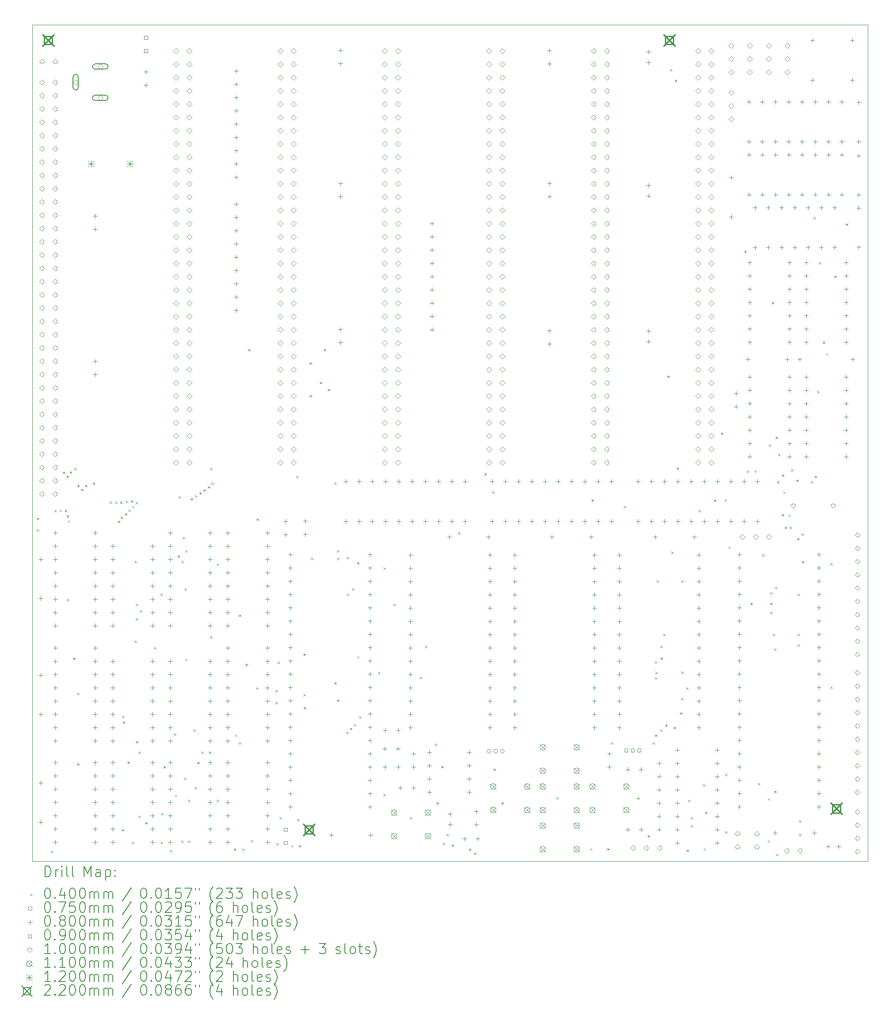
<source format=gbr>
%TF.GenerationSoftware,KiCad,Pcbnew,(7.0.0)*%
%TF.CreationDate,2023-04-03T18:31:59+02:00*%
%TF.ProjectId,EXP6502,45585036-3530-4322-9e6b-696361645f70,rev?*%
%TF.SameCoordinates,Original*%
%TF.FileFunction,Drillmap*%
%TF.FilePolarity,Positive*%
%FSLAX45Y45*%
G04 Gerber Fmt 4.5, Leading zero omitted, Abs format (unit mm)*
G04 Created by KiCad (PCBNEW (7.0.0)) date 2023-04-03 18:31:59*
%MOMM*%
%LPD*%
G01*
G04 APERTURE LIST*
%ADD10C,0.100000*%
%ADD11C,0.200000*%
%ADD12C,0.040000*%
%ADD13C,0.075000*%
%ADD14C,0.080000*%
%ADD15C,0.090000*%
%ADD16C,0.110000*%
%ADD17C,0.120000*%
%ADD18C,0.220000*%
G04 APERTURE END LIST*
D10*
X0Y0D02*
X16000000Y0D01*
X16000000Y0D02*
X16000000Y-16000000D01*
X16000000Y-16000000D02*
X0Y-16000000D01*
X0Y-16000000D02*
X0Y0D01*
D11*
D12*
X84950Y-9430000D02*
X124950Y-9470000D01*
X124950Y-9430000D02*
X84950Y-9470000D01*
X84950Y-9655000D02*
X124950Y-9695000D01*
X124950Y-9655000D02*
X84950Y-9695000D01*
X355630Y-15800670D02*
X395630Y-15840670D01*
X395630Y-15800670D02*
X355630Y-15840670D01*
X418957Y-9280014D02*
X458957Y-9320014D01*
X458957Y-9280014D02*
X418957Y-9320014D01*
X518898Y-9278642D02*
X558898Y-9318642D01*
X558898Y-9278642D02*
X518898Y-9318642D01*
X580000Y-8550000D02*
X620000Y-8590000D01*
X620000Y-8550000D02*
X580000Y-8590000D01*
X620000Y-9280000D02*
X660000Y-9320000D01*
X660000Y-9280000D02*
X620000Y-9320000D01*
X652146Y-8626362D02*
X692146Y-8666362D01*
X692146Y-8626362D02*
X652146Y-8666362D01*
X655752Y-9383048D02*
X695752Y-9423048D01*
X695752Y-9383048D02*
X655752Y-9423048D01*
X662000Y-10982000D02*
X702000Y-11022000D01*
X702000Y-10982000D02*
X662000Y-11022000D01*
X680050Y-9480000D02*
X720050Y-9520000D01*
X720050Y-9480000D02*
X680050Y-9520000D01*
X713840Y-8547724D02*
X753840Y-8587724D01*
X753840Y-8547724D02*
X713840Y-8587724D01*
X780000Y-12105000D02*
X820000Y-12145000D01*
X820000Y-12105000D02*
X780000Y-12145000D01*
X805000Y-8480000D02*
X845000Y-8520000D01*
X845000Y-8480000D02*
X805000Y-8520000D01*
X855000Y-12780000D02*
X895000Y-12820000D01*
X895000Y-12780000D02*
X855000Y-12820000D01*
X855000Y-14130000D02*
X895000Y-14170000D01*
X895000Y-14130000D02*
X855000Y-14170000D01*
X858740Y-8800000D02*
X898740Y-8840000D01*
X898740Y-8800000D02*
X858740Y-8840000D01*
X929561Y-8879494D02*
X969561Y-8919494D01*
X969561Y-8879494D02*
X929561Y-8919494D01*
X1005775Y-8804566D02*
X1045775Y-8844566D01*
X1045775Y-8804566D02*
X1005775Y-8844566D01*
X1155000Y-8755000D02*
X1195000Y-8795000D01*
X1195000Y-8755000D02*
X1155000Y-8795000D01*
X1480099Y-9120000D02*
X1520099Y-9160000D01*
X1520099Y-9120000D02*
X1480099Y-9160000D01*
X1580050Y-9120000D02*
X1620050Y-9160000D01*
X1620050Y-9120000D02*
X1580050Y-9160000D01*
X1630000Y-9490000D02*
X1670000Y-9530000D01*
X1670000Y-9490000D02*
X1630000Y-9530000D01*
X1680000Y-9120000D02*
X1720000Y-9160000D01*
X1720000Y-9120000D02*
X1680000Y-9160000D01*
X1693987Y-9413216D02*
X1733987Y-9453216D01*
X1733987Y-9413216D02*
X1693987Y-9453216D01*
X1708735Y-15391265D02*
X1748735Y-15431265D01*
X1748735Y-15391265D02*
X1708735Y-15431265D01*
X1716270Y-13218730D02*
X1756270Y-13258730D01*
X1756270Y-13218730D02*
X1716270Y-13258730D01*
X1730000Y-13330000D02*
X1770000Y-13370000D01*
X1770000Y-13330000D02*
X1730000Y-13370000D01*
X1767458Y-9345452D02*
X1807458Y-9385452D01*
X1807458Y-9345452D02*
X1767458Y-9385452D01*
X1784891Y-9105732D02*
X1824891Y-9145732D01*
X1824891Y-9105732D02*
X1784891Y-9145732D01*
X1820000Y-14096000D02*
X1860000Y-14136000D01*
X1860000Y-14096000D02*
X1820000Y-14136000D01*
X1836509Y-9273188D02*
X1876509Y-9313188D01*
X1876509Y-9273188D02*
X1836509Y-9313188D01*
X1884674Y-9099950D02*
X1924674Y-9139950D01*
X1924674Y-9099950D02*
X1884674Y-9139950D01*
X1905000Y-15630000D02*
X1945000Y-15670000D01*
X1945000Y-15630000D02*
X1905000Y-15670000D01*
X1907431Y-9202760D02*
X1947431Y-9242760D01*
X1947431Y-9202760D02*
X1907431Y-9242760D01*
X1955000Y-10255000D02*
X1995000Y-10295000D01*
X1995000Y-10255000D02*
X1955000Y-10295000D01*
X1955000Y-11780000D02*
X1995000Y-11820000D01*
X1995000Y-11780000D02*
X1955000Y-11820000D01*
X1980000Y-9130000D02*
X2020000Y-9170000D01*
X2020000Y-9130000D02*
X1980000Y-9170000D01*
X1980000Y-11080000D02*
X2020000Y-11120000D01*
X2020000Y-11080000D02*
X1980000Y-11120000D01*
X1980000Y-11355000D02*
X2020000Y-11395000D01*
X2020000Y-11355000D02*
X1980000Y-11395000D01*
X1980000Y-13705000D02*
X2020000Y-13745000D01*
X2020000Y-13705000D02*
X1980000Y-13745000D01*
X2030000Y-15130000D02*
X2070000Y-15170000D01*
X2070000Y-15130000D02*
X2030000Y-15170000D01*
X2032550Y-13905000D02*
X2072550Y-13945000D01*
X2072550Y-13905000D02*
X2032550Y-13945000D01*
X2055000Y-11205000D02*
X2095000Y-11245000D01*
X2095000Y-11205000D02*
X2055000Y-11245000D01*
X2155000Y-15255000D02*
X2195000Y-15295000D01*
X2195000Y-15255000D02*
X2155000Y-15295000D01*
X2330000Y-11905000D02*
X2370000Y-11945000D01*
X2370000Y-11905000D02*
X2330000Y-11945000D01*
X2455000Y-10880000D02*
X2495000Y-10920000D01*
X2495000Y-10880000D02*
X2455000Y-10920000D01*
X2455000Y-15630000D02*
X2495000Y-15670000D01*
X2495000Y-15630000D02*
X2455000Y-15670000D01*
X2464950Y-15080000D02*
X2504950Y-15120000D01*
X2504950Y-15080000D02*
X2464950Y-15120000D01*
X2509950Y-14184945D02*
X2549950Y-14224945D01*
X2549950Y-14184945D02*
X2509950Y-14224945D01*
X2630000Y-15785050D02*
X2670000Y-15825050D01*
X2670000Y-15785050D02*
X2630000Y-15825050D01*
X2705000Y-13555000D02*
X2745000Y-13595000D01*
X2745000Y-13555000D02*
X2705000Y-13595000D01*
X2730000Y-14730000D02*
X2770000Y-14770000D01*
X2770000Y-14730000D02*
X2730000Y-14770000D01*
X2780000Y-10155000D02*
X2820000Y-10195000D01*
X2820000Y-10155000D02*
X2780000Y-10195000D01*
X2800000Y-9020000D02*
X2840000Y-9060000D01*
X2840000Y-9020000D02*
X2800000Y-9060000D01*
X2855000Y-10255000D02*
X2895000Y-10295000D01*
X2895000Y-10255000D02*
X2855000Y-10295000D01*
X2855000Y-15605000D02*
X2895000Y-15645000D01*
X2895000Y-15605000D02*
X2855000Y-15645000D01*
X2880000Y-9800000D02*
X2920000Y-9840000D01*
X2920000Y-9800000D02*
X2880000Y-9840000D01*
X2905000Y-14405000D02*
X2945000Y-14445000D01*
X2945000Y-14405000D02*
X2905000Y-14445000D01*
X2908852Y-10783467D02*
X2948852Y-10823467D01*
X2948852Y-10783467D02*
X2908852Y-10823467D01*
X2925050Y-12130000D02*
X2965050Y-12170000D01*
X2965050Y-12130000D02*
X2925050Y-12170000D01*
X2930000Y-10055000D02*
X2970000Y-10095000D01*
X2970000Y-10055000D02*
X2930000Y-10095000D01*
X2980000Y-14830000D02*
X3020000Y-14870000D01*
X3020000Y-14830000D02*
X2980000Y-14870000D01*
X2980000Y-15605000D02*
X3020000Y-15645000D01*
X3020000Y-15605000D02*
X2980000Y-15645000D01*
X3030000Y-9057550D02*
X3070000Y-9097550D01*
X3070000Y-9057550D02*
X3030000Y-9097550D01*
X3078770Y-13481230D02*
X3118770Y-13521230D01*
X3118770Y-13481230D02*
X3078770Y-13521230D01*
X3105000Y-14580000D02*
X3145000Y-14620000D01*
X3145000Y-14580000D02*
X3105000Y-14620000D01*
X3111857Y-9000196D02*
X3151857Y-9040196D01*
X3151857Y-9000196D02*
X3111857Y-9040196D01*
X3155000Y-14105000D02*
X3195000Y-14145000D01*
X3195000Y-14105000D02*
X3155000Y-14145000D01*
X3195152Y-8944951D02*
X3235152Y-8984951D01*
X3235152Y-8944951D02*
X3195152Y-8984951D01*
X3230000Y-13905000D02*
X3270000Y-13945000D01*
X3270000Y-13905000D02*
X3230000Y-13945000D01*
X3278282Y-8889458D02*
X3318282Y-8929458D01*
X3318282Y-8889458D02*
X3278282Y-8929458D01*
X3357283Y-8828230D02*
X3397283Y-8868230D01*
X3397283Y-8828230D02*
X3357283Y-8868230D01*
X3380000Y-13905000D02*
X3420000Y-13945000D01*
X3420000Y-13905000D02*
X3380000Y-13945000D01*
X3400000Y-8475050D02*
X3440000Y-8515050D01*
X3440000Y-8475050D02*
X3400000Y-8515050D01*
X3405000Y-11692050D02*
X3445000Y-11732050D01*
X3445000Y-11692050D02*
X3405000Y-11732050D01*
X3430000Y-8755000D02*
X3470000Y-8795000D01*
X3470000Y-8755000D02*
X3430000Y-8795000D01*
X3530000Y-10305000D02*
X3570000Y-10345000D01*
X3570000Y-10305000D02*
X3530000Y-10345000D01*
X3530000Y-14830000D02*
X3570000Y-14870000D01*
X3570000Y-14830000D02*
X3530000Y-14870000D01*
X3855000Y-15757500D02*
X3895000Y-15797500D01*
X3895000Y-15757500D02*
X3855000Y-15797500D01*
X3880000Y-13580000D02*
X3920000Y-13620000D01*
X3920000Y-13580000D02*
X3880000Y-13620000D01*
X3950520Y-11284480D02*
X3990520Y-11324480D01*
X3990520Y-11284480D02*
X3950520Y-11324480D01*
X3955000Y-13730000D02*
X3995000Y-13770000D01*
X3995000Y-13730000D02*
X3955000Y-13770000D01*
X4020000Y-15757500D02*
X4060000Y-15797500D01*
X4060000Y-15757500D02*
X4020000Y-15797500D01*
X4080000Y-12225050D02*
X4120000Y-12265050D01*
X4120000Y-12225050D02*
X4080000Y-12265050D01*
X4130000Y-6204500D02*
X4170000Y-6244500D01*
X4170000Y-6204500D02*
X4130000Y-6244500D01*
X4180000Y-15600000D02*
X4220000Y-15640000D01*
X4220000Y-15600000D02*
X4180000Y-15640000D01*
X4280000Y-12680000D02*
X4320000Y-12720000D01*
X4320000Y-12680000D02*
X4280000Y-12720000D01*
X4294260Y-9447050D02*
X4334260Y-9487050D01*
X4334260Y-9447050D02*
X4294260Y-9487050D01*
X4655000Y-12730000D02*
X4695000Y-12770000D01*
X4695000Y-12730000D02*
X4655000Y-12770000D01*
X4655000Y-12955000D02*
X4695000Y-12995000D01*
X4695000Y-12955000D02*
X4655000Y-12995000D01*
X4672450Y-15655000D02*
X4712450Y-15695000D01*
X4712450Y-15655000D02*
X4672450Y-15695000D01*
X4695971Y-12189029D02*
X4735971Y-12229029D01*
X4735971Y-12189029D02*
X4695971Y-12229029D01*
X4730000Y-15155000D02*
X4770000Y-15195000D01*
X4770000Y-15155000D02*
X4730000Y-15195000D01*
X4955000Y-15695050D02*
X4995000Y-15735050D01*
X4995000Y-15695050D02*
X4955000Y-15735050D01*
X5055000Y-8630000D02*
X5095000Y-8670000D01*
X5095000Y-8630000D02*
X5055000Y-8670000D01*
X5070950Y-15194214D02*
X5110950Y-15234214D01*
X5110950Y-15194214D02*
X5070950Y-15234214D01*
X5105000Y-15695050D02*
X5145000Y-15735050D01*
X5145000Y-15695050D02*
X5105000Y-15735050D01*
X5185750Y-12030000D02*
X5225750Y-12070000D01*
X5225750Y-12030000D02*
X5185750Y-12070000D01*
X5185750Y-12805000D02*
X5225750Y-12845000D01*
X5225750Y-12805000D02*
X5185750Y-12845000D01*
X5195050Y-13055000D02*
X5235050Y-13095000D01*
X5235050Y-13055000D02*
X5195050Y-13095000D01*
X5305000Y-6458500D02*
X5345000Y-6498500D01*
X5345000Y-6458500D02*
X5305000Y-6498500D01*
X5305000Y-7084000D02*
X5345000Y-7124000D01*
X5345000Y-7084000D02*
X5305000Y-7124000D01*
X5330000Y-10197550D02*
X5370000Y-10237550D01*
X5370000Y-10197550D02*
X5330000Y-10237550D01*
X5505000Y-6830000D02*
X5545000Y-6870000D01*
X5545000Y-6830000D02*
X5505000Y-6870000D01*
X5580000Y-6204500D02*
X5620000Y-6244500D01*
X5620000Y-6204500D02*
X5580000Y-6244500D01*
X5655000Y-6966500D02*
X5695000Y-7006500D01*
X5695000Y-6966500D02*
X5655000Y-7006500D01*
X5780000Y-8755000D02*
X5820000Y-8795000D01*
X5820000Y-8755000D02*
X5780000Y-8795000D01*
X5780000Y-12580000D02*
X5820000Y-12620000D01*
X5820000Y-12580000D02*
X5780000Y-12620000D01*
X5830000Y-10055000D02*
X5870000Y-10095000D01*
X5870000Y-10055000D02*
X5830000Y-10095000D01*
X5830000Y-10197550D02*
X5870000Y-10237550D01*
X5870000Y-10197550D02*
X5830000Y-10237550D01*
X5830949Y-12909051D02*
X5870949Y-12949051D01*
X5870949Y-12909051D02*
X5830949Y-12949051D01*
X6011103Y-13524860D02*
X6051103Y-13564860D01*
X6051103Y-13524860D02*
X6011103Y-13564860D01*
X6018500Y-10180000D02*
X6058500Y-10220000D01*
X6058500Y-10180000D02*
X6018500Y-10220000D01*
X6018500Y-10880000D02*
X6058500Y-10920000D01*
X6058500Y-10880000D02*
X6018500Y-10920000D01*
X6080000Y-13452450D02*
X6120000Y-13492450D01*
X6120000Y-13452450D02*
X6080000Y-13492450D01*
X6118500Y-10780000D02*
X6158500Y-10820000D01*
X6158500Y-10780000D02*
X6118500Y-10820000D01*
X6155000Y-13380000D02*
X6195000Y-13420000D01*
X6195000Y-13380000D02*
X6155000Y-13420000D01*
X6218500Y-10280000D02*
X6258500Y-10320000D01*
X6258500Y-10280000D02*
X6218500Y-10320000D01*
X6218500Y-12080000D02*
X6258500Y-12120000D01*
X6258500Y-12080000D02*
X6218500Y-12120000D01*
X6255000Y-13230000D02*
X6295000Y-13270000D01*
X6295000Y-13230000D02*
X6255000Y-13270000D01*
X6618500Y-12380000D02*
X6658500Y-12420000D01*
X6658500Y-12380000D02*
X6618500Y-12420000D01*
X6718500Y-10380000D02*
X6758500Y-10420000D01*
X6758500Y-10380000D02*
X6718500Y-10420000D01*
X6720000Y-14720050D02*
X6760000Y-14760050D01*
X6760000Y-14720050D02*
X6720000Y-14760050D01*
X6918500Y-11080000D02*
X6958500Y-11120000D01*
X6958500Y-11080000D02*
X6918500Y-11120000D01*
X7230000Y-15155000D02*
X7270000Y-15195000D01*
X7270000Y-15155000D02*
X7230000Y-15195000D01*
X7418500Y-12473050D02*
X7458500Y-12513050D01*
X7458500Y-12473050D02*
X7418500Y-12513050D01*
X7518500Y-11880000D02*
X7558500Y-11920000D01*
X7558500Y-11880000D02*
X7518500Y-11920000D01*
X7705000Y-13755000D02*
X7745000Y-13795000D01*
X7745000Y-13755000D02*
X7705000Y-13795000D01*
X7737500Y-14874950D02*
X7777500Y-14914950D01*
X7777500Y-14874950D02*
X7737500Y-14914950D01*
X7830000Y-14180000D02*
X7870000Y-14220000D01*
X7870000Y-14180000D02*
X7830000Y-14220000D01*
X7855000Y-15650050D02*
X7895000Y-15690050D01*
X7895000Y-15650050D02*
X7855000Y-15690050D01*
X7930000Y-15482550D02*
X7970000Y-15522550D01*
X7970000Y-15482550D02*
X7930000Y-15522550D01*
X8030000Y-15680000D02*
X8070000Y-15720000D01*
X8070000Y-15680000D02*
X8030000Y-15720000D01*
X8155000Y-9705000D02*
X8195000Y-9745000D01*
X8195000Y-9705000D02*
X8155000Y-9745000D01*
X8360000Y-15760000D02*
X8400000Y-15800000D01*
X8400000Y-15760000D02*
X8360000Y-15800000D01*
X8455000Y-15840050D02*
X8495000Y-15880050D01*
X8495000Y-15840050D02*
X8455000Y-15880050D01*
X8655000Y-8580000D02*
X8695000Y-8620000D01*
X8695000Y-8580000D02*
X8655000Y-8620000D01*
X8805000Y-8926000D02*
X8845000Y-8966000D01*
X8845000Y-8926000D02*
X8805000Y-8966000D01*
X8830000Y-14230000D02*
X8870000Y-14270000D01*
X8870000Y-14230000D02*
X8830000Y-14270000D01*
X8980000Y-14874950D02*
X9020000Y-14914950D01*
X9020000Y-14874950D02*
X8980000Y-14914950D01*
X10030000Y-14780000D02*
X10070000Y-14820000D01*
X10070000Y-14780000D02*
X10030000Y-14820000D01*
X10680000Y-15755000D02*
X10720000Y-15795000D01*
X10720000Y-15755000D02*
X10680000Y-15795000D01*
X10705000Y-9080000D02*
X10745000Y-9120000D01*
X10745000Y-9080000D02*
X10705000Y-9120000D01*
X11005000Y-15755000D02*
X11045000Y-15795000D01*
X11045000Y-15755000D02*
X11005000Y-15795000D01*
X11080000Y-13730000D02*
X11120000Y-13770000D01*
X11120000Y-13730000D02*
X11080000Y-13770000D01*
X11330000Y-9205000D02*
X11370000Y-9245000D01*
X11370000Y-9205000D02*
X11330000Y-9245000D01*
X11580000Y-14780450D02*
X11620000Y-14820450D01*
X11620000Y-14780450D02*
X11580000Y-14820450D01*
X11780000Y-15507550D02*
X11820000Y-15547550D01*
X11820000Y-15507550D02*
X11780000Y-15547550D01*
X11880000Y-13730000D02*
X11920000Y-13770000D01*
X11920000Y-13730000D02*
X11880000Y-13770000D01*
X11918500Y-12180000D02*
X11958500Y-12220000D01*
X11958500Y-12180000D02*
X11918500Y-12220000D01*
X11918500Y-12480000D02*
X11958500Y-12520000D01*
X11958500Y-12480000D02*
X11918500Y-12520000D01*
X11918500Y-13580000D02*
X11958500Y-13620000D01*
X11958500Y-13580000D02*
X11918500Y-13620000D01*
X11930000Y-12380000D02*
X11970000Y-12420000D01*
X11970000Y-12380000D02*
X11930000Y-12420000D01*
X11955000Y-10630000D02*
X11995000Y-10670000D01*
X11995000Y-10630000D02*
X11955000Y-10670000D01*
X12018500Y-11880000D02*
X12058500Y-11920000D01*
X12058500Y-11880000D02*
X12018500Y-11920000D01*
X12018500Y-13480000D02*
X12058500Y-13520000D01*
X12058500Y-13480000D02*
X12018500Y-13520000D01*
X12030000Y-12105000D02*
X12070000Y-12145000D01*
X12070000Y-12105000D02*
X12030000Y-12145000D01*
X12080000Y-11655000D02*
X12120000Y-11695000D01*
X12120000Y-11655000D02*
X12080000Y-11695000D01*
X12118500Y-13387950D02*
X12158500Y-13427950D01*
X12158500Y-13387950D02*
X12118500Y-13427950D01*
X12155000Y-6712500D02*
X12195000Y-6752500D01*
X12195000Y-6712500D02*
X12155000Y-6752500D01*
X12205000Y-851500D02*
X12245000Y-891500D01*
X12245000Y-851500D02*
X12205000Y-891500D01*
X12230000Y-10080000D02*
X12270000Y-10120000D01*
X12270000Y-10080000D02*
X12230000Y-10120000D01*
X12280000Y-13430000D02*
X12320000Y-13470000D01*
X12320000Y-13430000D02*
X12280000Y-13470000D01*
X12305000Y-1052050D02*
X12345000Y-1092050D01*
X12345000Y-1052050D02*
X12305000Y-1092050D01*
X12340000Y-8468730D02*
X12380000Y-8508730D01*
X12380000Y-8468730D02*
X12340000Y-8508730D01*
X12405000Y-13155000D02*
X12445000Y-13195000D01*
X12445000Y-13155000D02*
X12405000Y-13195000D01*
X12418500Y-12880000D02*
X12458500Y-12920000D01*
X12458500Y-12880000D02*
X12418500Y-12920000D01*
X12430000Y-10630000D02*
X12470000Y-10670000D01*
X12470000Y-10630000D02*
X12430000Y-10670000D01*
X12430000Y-12371950D02*
X12470000Y-12411950D01*
X12470000Y-12371950D02*
X12430000Y-12411950D01*
X12518500Y-12680000D02*
X12558500Y-12720000D01*
X12558500Y-12680000D02*
X12518500Y-12720000D01*
X12530000Y-15780000D02*
X12570000Y-15820000D01*
X12570000Y-15780000D02*
X12530000Y-15820000D01*
X12555000Y-14830000D02*
X12595000Y-14870000D01*
X12595000Y-14830000D02*
X12555000Y-14870000D01*
X12605000Y-15155000D02*
X12645000Y-15195000D01*
X12645000Y-15155000D02*
X12605000Y-15195000D01*
X12605000Y-15310950D02*
X12645000Y-15350950D01*
X12645000Y-15310950D02*
X12605000Y-15350950D01*
X12755000Y-9280000D02*
X12795000Y-9320000D01*
X12795000Y-9280000D02*
X12755000Y-9320000D01*
X12840950Y-14530000D02*
X12880950Y-14570000D01*
X12880950Y-14530000D02*
X12840950Y-14570000D01*
X12855000Y-15755000D02*
X12895000Y-15795000D01*
X12895000Y-15755000D02*
X12855000Y-15795000D01*
X12880000Y-15055000D02*
X12920000Y-15095000D01*
X12920000Y-15055000D02*
X12880000Y-15095000D01*
X13055000Y-9082550D02*
X13095000Y-9122550D01*
X13095000Y-9082550D02*
X13055000Y-9122550D01*
X13186230Y-7802550D02*
X13226230Y-7842550D01*
X13226230Y-7802550D02*
X13186230Y-7842550D01*
X13255000Y-9080000D02*
X13295000Y-9120000D01*
X13295000Y-9080000D02*
X13255000Y-9120000D01*
X13267550Y-14330000D02*
X13307550Y-14370000D01*
X13307550Y-14330000D02*
X13267550Y-14370000D01*
X13267550Y-15430000D02*
X13307550Y-15470000D01*
X13307550Y-15430000D02*
X13267550Y-15470000D01*
X13330000Y-9980000D02*
X13370000Y-10020000D01*
X13370000Y-9980000D02*
X13330000Y-10020000D01*
X13634950Y-4320000D02*
X13674950Y-4360000D01*
X13674950Y-4320000D02*
X13634950Y-4360000D01*
X13680000Y-8530000D02*
X13720000Y-8570000D01*
X13720000Y-8530000D02*
X13680000Y-8570000D01*
X13747550Y-11055000D02*
X13787550Y-11095000D01*
X13787550Y-11055000D02*
X13747550Y-11095000D01*
X13828637Y-8524772D02*
X13868637Y-8564772D01*
X13868637Y-8524772D02*
X13828637Y-8564772D01*
X13892450Y-14505000D02*
X13932450Y-14545000D01*
X13932450Y-14505000D02*
X13892450Y-14545000D01*
X13978770Y-10128770D02*
X14018770Y-10168770D01*
X14018770Y-10128770D02*
X13978770Y-10168770D01*
X14082450Y-14797057D02*
X14122450Y-14837057D01*
X14122450Y-14797057D02*
X14082450Y-14837057D01*
X14082782Y-15602218D02*
X14122782Y-15642218D01*
X14122782Y-15602218D02*
X14082782Y-15642218D01*
X14105000Y-8027550D02*
X14145000Y-8067550D01*
X14145000Y-8027550D02*
X14105000Y-8067550D01*
X14130000Y-10855000D02*
X14170000Y-10895000D01*
X14170000Y-10855000D02*
X14130000Y-10895000D01*
X14130000Y-11055000D02*
X14170000Y-11095000D01*
X14170000Y-11055000D02*
X14130000Y-11095000D01*
X14130000Y-11230000D02*
X14170000Y-11270000D01*
X14170000Y-11230000D02*
X14130000Y-11270000D01*
X14160000Y-5300000D02*
X14200000Y-5340000D01*
X14200000Y-5300000D02*
X14160000Y-5340000D01*
X14180000Y-11655000D02*
X14220000Y-11695000D01*
X14220000Y-11655000D02*
X14180000Y-11695000D01*
X14205000Y-11930000D02*
X14245000Y-11970000D01*
X14245000Y-11930000D02*
X14205000Y-11970000D01*
X14205000Y-14655000D02*
X14245000Y-14695000D01*
X14245000Y-14655000D02*
X14205000Y-14695000D01*
X14220050Y-10755000D02*
X14260050Y-10795000D01*
X14260050Y-10755000D02*
X14220050Y-10795000D01*
X14230000Y-7880000D02*
X14270000Y-7920000D01*
X14270000Y-7880000D02*
X14230000Y-7920000D01*
X14239424Y-15860036D02*
X14279424Y-15900036D01*
X14279424Y-15860036D02*
X14239424Y-15900036D01*
X14260950Y-8730000D02*
X14300950Y-8770000D01*
X14300950Y-8730000D02*
X14260950Y-8770000D01*
X14280000Y-8205000D02*
X14320000Y-8245000D01*
X14320000Y-8205000D02*
X14280000Y-8245000D01*
X14347703Y-9363257D02*
X14387703Y-9403257D01*
X14387703Y-9363257D02*
X14347703Y-9403257D01*
X14355000Y-8605000D02*
X14395000Y-8645000D01*
X14395000Y-8605000D02*
X14355000Y-8645000D01*
X14380000Y-8930000D02*
X14420000Y-8970000D01*
X14420000Y-8930000D02*
X14380000Y-8970000D01*
X14405000Y-9605000D02*
X14445000Y-9645000D01*
X14445000Y-9605000D02*
X14405000Y-9645000D01*
X14480000Y-9370050D02*
X14520000Y-9410050D01*
X14520000Y-9370050D02*
X14480000Y-9410050D01*
X14504922Y-9602618D02*
X14544922Y-9642618D01*
X14544922Y-9602618D02*
X14504922Y-9642618D01*
X14530000Y-8505000D02*
X14570000Y-8545000D01*
X14570000Y-8505000D02*
X14530000Y-8545000D01*
X14630000Y-8702450D02*
X14670000Y-8742450D01*
X14670000Y-8702450D02*
X14630000Y-8742450D01*
X14643730Y-9818730D02*
X14683730Y-9858730D01*
X14683730Y-9818730D02*
X14643730Y-9858730D01*
X14655000Y-10880000D02*
X14695000Y-10920000D01*
X14695000Y-10880000D02*
X14655000Y-10920000D01*
X14655000Y-11655000D02*
X14695000Y-11695000D01*
X14695000Y-11655000D02*
X14655000Y-11695000D01*
X14655000Y-11855000D02*
X14695000Y-11895000D01*
X14695000Y-11855000D02*
X14655000Y-11895000D01*
X14680000Y-15220050D02*
X14720000Y-15260050D01*
X14720000Y-15220050D02*
X14680000Y-15260050D01*
X14680000Y-15480050D02*
X14720000Y-15520050D01*
X14720000Y-15480050D02*
X14680000Y-15520050D01*
X14731230Y-9731230D02*
X14771230Y-9771230D01*
X14771230Y-9731230D02*
X14731230Y-9771230D01*
X14740000Y-10260000D02*
X14780000Y-10300000D01*
X14780000Y-10260000D02*
X14740000Y-10300000D01*
X14907550Y-8730000D02*
X14947550Y-8770000D01*
X14947550Y-8730000D02*
X14907550Y-8770000D01*
X14960000Y-3680000D02*
X15000000Y-3720000D01*
X15000000Y-3680000D02*
X14960000Y-3720000D01*
X14980000Y-8630000D02*
X15020000Y-8670000D01*
X15020000Y-8630000D02*
X14980000Y-8670000D01*
X15030000Y-7005000D02*
X15070000Y-7045000D01*
X15070000Y-7005000D02*
X15030000Y-7045000D01*
X15060000Y-4540000D02*
X15100000Y-4580000D01*
X15100000Y-4540000D02*
X15060000Y-4580000D01*
X15140000Y-6060000D02*
X15180000Y-6100000D01*
X15180000Y-6060000D02*
X15140000Y-6100000D01*
X15200000Y-6280000D02*
X15240000Y-6320000D01*
X15240000Y-6280000D02*
X15200000Y-6320000D01*
X15280000Y-10300000D02*
X15320000Y-10340000D01*
X15320000Y-10300000D02*
X15280000Y-10340000D01*
X15280000Y-12660000D02*
X15320000Y-12700000D01*
X15320000Y-12660000D02*
X15280000Y-12700000D01*
X15360000Y-4800000D02*
X15400000Y-4840000D01*
X15400000Y-4800000D02*
X15360000Y-4840000D01*
X15580000Y-3800000D02*
X15620000Y-3840000D01*
X15620000Y-3800000D02*
X15580000Y-3840000D01*
D13*
X8783500Y-13900000D02*
G75*
G03*
X8783500Y-13900000I-37500J0D01*
G01*
X8910500Y-13900000D02*
G75*
G03*
X8910500Y-13900000I-37500J0D01*
G01*
X9037500Y-13900000D02*
G75*
G03*
X9037500Y-13900000I-37500J0D01*
G01*
X11410500Y-13886000D02*
G75*
G03*
X11410500Y-13886000I-37500J0D01*
G01*
X11537500Y-13886000D02*
G75*
G03*
X11537500Y-13886000I-37500J0D01*
G01*
X11664500Y-13886000D02*
G75*
G03*
X11664500Y-13886000I-37500J0D01*
G01*
D14*
X160000Y-10185000D02*
X160000Y-10265000D01*
X120000Y-10225000D02*
X200000Y-10225000D01*
X160000Y-10935000D02*
X160000Y-11015000D01*
X120000Y-10975000D02*
X200000Y-10975000D01*
X160000Y-12405000D02*
X160000Y-12485000D01*
X120000Y-12445000D02*
X200000Y-12445000D01*
X160000Y-13155000D02*
X160000Y-13235000D01*
X120000Y-13195000D02*
X200000Y-13195000D01*
X160000Y-14465000D02*
X160000Y-14545000D01*
X120000Y-14505000D02*
X200000Y-14505000D01*
X160000Y-15215000D02*
X160000Y-15295000D01*
X120000Y-15255000D02*
X200000Y-15255000D01*
X438000Y-9682000D02*
X438000Y-9762000D01*
X398000Y-9722000D02*
X478000Y-9722000D01*
X438000Y-9936000D02*
X438000Y-10016000D01*
X398000Y-9976000D02*
X478000Y-9976000D01*
X438000Y-10190000D02*
X438000Y-10270000D01*
X398000Y-10230000D02*
X478000Y-10230000D01*
X438000Y-10444000D02*
X438000Y-10524000D01*
X398000Y-10484000D02*
X478000Y-10484000D01*
X438000Y-10698000D02*
X438000Y-10778000D01*
X398000Y-10738000D02*
X478000Y-10738000D01*
X438000Y-10952000D02*
X438000Y-11032000D01*
X398000Y-10992000D02*
X478000Y-10992000D01*
X438000Y-11206000D02*
X438000Y-11286000D01*
X398000Y-11246000D02*
X478000Y-11246000D01*
X438000Y-11460000D02*
X438000Y-11540000D01*
X398000Y-11500000D02*
X478000Y-11500000D01*
X438000Y-11882000D02*
X438000Y-11962000D01*
X398000Y-11922000D02*
X478000Y-11922000D01*
X438000Y-12136000D02*
X438000Y-12216000D01*
X398000Y-12176000D02*
X478000Y-12176000D01*
X438000Y-12390000D02*
X438000Y-12470000D01*
X398000Y-12430000D02*
X478000Y-12430000D01*
X438000Y-12644000D02*
X438000Y-12724000D01*
X398000Y-12684000D02*
X478000Y-12684000D01*
X438000Y-12898000D02*
X438000Y-12978000D01*
X398000Y-12938000D02*
X478000Y-12938000D01*
X438000Y-13152000D02*
X438000Y-13232000D01*
X398000Y-13192000D02*
X478000Y-13192000D01*
X438000Y-13406000D02*
X438000Y-13486000D01*
X398000Y-13446000D02*
X478000Y-13446000D01*
X438000Y-13660000D02*
X438000Y-13740000D01*
X398000Y-13700000D02*
X478000Y-13700000D01*
X438000Y-14076000D02*
X438000Y-14156000D01*
X398000Y-14116000D02*
X478000Y-14116000D01*
X438000Y-14330000D02*
X438000Y-14410000D01*
X398000Y-14370000D02*
X478000Y-14370000D01*
X438000Y-14584000D02*
X438000Y-14664000D01*
X398000Y-14624000D02*
X478000Y-14624000D01*
X438000Y-14838000D02*
X438000Y-14918000D01*
X398000Y-14878000D02*
X478000Y-14878000D01*
X438000Y-15092000D02*
X438000Y-15172000D01*
X398000Y-15132000D02*
X478000Y-15132000D01*
X438000Y-15346000D02*
X438000Y-15426000D01*
X398000Y-15386000D02*
X478000Y-15386000D01*
X438000Y-15600000D02*
X438000Y-15680000D01*
X398000Y-15640000D02*
X478000Y-15640000D01*
X1200000Y-3620000D02*
X1200000Y-3700000D01*
X1160000Y-3660000D02*
X1240000Y-3660000D01*
X1200000Y-3870000D02*
X1200000Y-3950000D01*
X1160000Y-3910000D02*
X1240000Y-3910000D01*
X1200000Y-6400000D02*
X1200000Y-6480000D01*
X1160000Y-6440000D02*
X1240000Y-6440000D01*
X1200000Y-6650000D02*
X1200000Y-6730000D01*
X1160000Y-6690000D02*
X1240000Y-6690000D01*
X1200000Y-9682000D02*
X1200000Y-9762000D01*
X1160000Y-9722000D02*
X1240000Y-9722000D01*
X1200000Y-9936000D02*
X1200000Y-10016000D01*
X1160000Y-9976000D02*
X1240000Y-9976000D01*
X1200000Y-10190000D02*
X1200000Y-10270000D01*
X1160000Y-10230000D02*
X1240000Y-10230000D01*
X1200000Y-10444000D02*
X1200000Y-10524000D01*
X1160000Y-10484000D02*
X1240000Y-10484000D01*
X1200000Y-10698000D02*
X1200000Y-10778000D01*
X1160000Y-10738000D02*
X1240000Y-10738000D01*
X1200000Y-10952000D02*
X1200000Y-11032000D01*
X1160000Y-10992000D02*
X1240000Y-10992000D01*
X1200000Y-11206000D02*
X1200000Y-11286000D01*
X1160000Y-11246000D02*
X1240000Y-11246000D01*
X1200000Y-11460000D02*
X1200000Y-11540000D01*
X1160000Y-11500000D02*
X1240000Y-11500000D01*
X1200000Y-11882000D02*
X1200000Y-11962000D01*
X1160000Y-11922000D02*
X1240000Y-11922000D01*
X1200000Y-12136000D02*
X1200000Y-12216000D01*
X1160000Y-12176000D02*
X1240000Y-12176000D01*
X1200000Y-12390000D02*
X1200000Y-12470000D01*
X1160000Y-12430000D02*
X1240000Y-12430000D01*
X1200000Y-12644000D02*
X1200000Y-12724000D01*
X1160000Y-12684000D02*
X1240000Y-12684000D01*
X1200000Y-12898000D02*
X1200000Y-12978000D01*
X1160000Y-12938000D02*
X1240000Y-12938000D01*
X1200000Y-13152000D02*
X1200000Y-13232000D01*
X1160000Y-13192000D02*
X1240000Y-13192000D01*
X1200000Y-13406000D02*
X1200000Y-13486000D01*
X1160000Y-13446000D02*
X1240000Y-13446000D01*
X1200000Y-13660000D02*
X1200000Y-13740000D01*
X1160000Y-13700000D02*
X1240000Y-13700000D01*
X1200000Y-14076000D02*
X1200000Y-14156000D01*
X1160000Y-14116000D02*
X1240000Y-14116000D01*
X1200000Y-14330000D02*
X1200000Y-14410000D01*
X1160000Y-14370000D02*
X1240000Y-14370000D01*
X1200000Y-14584000D02*
X1200000Y-14664000D01*
X1160000Y-14624000D02*
X1240000Y-14624000D01*
X1200000Y-14838000D02*
X1200000Y-14918000D01*
X1160000Y-14878000D02*
X1240000Y-14878000D01*
X1200000Y-15092000D02*
X1200000Y-15172000D01*
X1160000Y-15132000D02*
X1240000Y-15132000D01*
X1200000Y-15346000D02*
X1200000Y-15426000D01*
X1160000Y-15386000D02*
X1240000Y-15386000D01*
X1200000Y-15600000D02*
X1200000Y-15680000D01*
X1160000Y-15640000D02*
X1240000Y-15640000D01*
X1538000Y-9936000D02*
X1538000Y-10016000D01*
X1498000Y-9976000D02*
X1578000Y-9976000D01*
X1538000Y-10190000D02*
X1538000Y-10270000D01*
X1498000Y-10230000D02*
X1578000Y-10230000D01*
X1538000Y-10444000D02*
X1538000Y-10524000D01*
X1498000Y-10484000D02*
X1578000Y-10484000D01*
X1538000Y-10698000D02*
X1538000Y-10778000D01*
X1498000Y-10738000D02*
X1578000Y-10738000D01*
X1538000Y-10952000D02*
X1538000Y-11032000D01*
X1498000Y-10992000D02*
X1578000Y-10992000D01*
X1538000Y-11206000D02*
X1538000Y-11286000D01*
X1498000Y-11246000D02*
X1578000Y-11246000D01*
X1538000Y-11460000D02*
X1538000Y-11540000D01*
X1498000Y-11500000D02*
X1578000Y-11500000D01*
X1538000Y-12136000D02*
X1538000Y-12216000D01*
X1498000Y-12176000D02*
X1578000Y-12176000D01*
X1538000Y-12390000D02*
X1538000Y-12470000D01*
X1498000Y-12430000D02*
X1578000Y-12430000D01*
X1538000Y-12644000D02*
X1538000Y-12724000D01*
X1498000Y-12684000D02*
X1578000Y-12684000D01*
X1538000Y-12898000D02*
X1538000Y-12978000D01*
X1498000Y-12938000D02*
X1578000Y-12938000D01*
X1538000Y-13152000D02*
X1538000Y-13232000D01*
X1498000Y-13192000D02*
X1578000Y-13192000D01*
X1538000Y-13406000D02*
X1538000Y-13486000D01*
X1498000Y-13446000D02*
X1578000Y-13446000D01*
X1538000Y-13660000D02*
X1538000Y-13740000D01*
X1498000Y-13700000D02*
X1578000Y-13700000D01*
X1538000Y-14076000D02*
X1538000Y-14156000D01*
X1498000Y-14116000D02*
X1578000Y-14116000D01*
X1538000Y-14330000D02*
X1538000Y-14410000D01*
X1498000Y-14370000D02*
X1578000Y-14370000D01*
X1538000Y-14584000D02*
X1538000Y-14664000D01*
X1498000Y-14624000D02*
X1578000Y-14624000D01*
X1538000Y-14838000D02*
X1538000Y-14918000D01*
X1498000Y-14878000D02*
X1578000Y-14878000D01*
X1538000Y-15092000D02*
X1538000Y-15172000D01*
X1498000Y-15132000D02*
X1578000Y-15132000D01*
X1538000Y-15346000D02*
X1538000Y-15426000D01*
X1498000Y-15386000D02*
X1578000Y-15386000D01*
X1538000Y-15600000D02*
X1538000Y-15680000D01*
X1498000Y-15640000D02*
X1578000Y-15640000D01*
X2175000Y-860500D02*
X2175000Y-940500D01*
X2135000Y-900500D02*
X2215000Y-900500D01*
X2175000Y-1114500D02*
X2175000Y-1194500D01*
X2135000Y-1154500D02*
X2215000Y-1154500D01*
X2300000Y-9936000D02*
X2300000Y-10016000D01*
X2260000Y-9976000D02*
X2340000Y-9976000D01*
X2300000Y-10190000D02*
X2300000Y-10270000D01*
X2260000Y-10230000D02*
X2340000Y-10230000D01*
X2300000Y-10444000D02*
X2300000Y-10524000D01*
X2260000Y-10484000D02*
X2340000Y-10484000D01*
X2300000Y-10698000D02*
X2300000Y-10778000D01*
X2260000Y-10738000D02*
X2340000Y-10738000D01*
X2300000Y-10952000D02*
X2300000Y-11032000D01*
X2260000Y-10992000D02*
X2340000Y-10992000D01*
X2300000Y-11206000D02*
X2300000Y-11286000D01*
X2260000Y-11246000D02*
X2340000Y-11246000D01*
X2300000Y-11460000D02*
X2300000Y-11540000D01*
X2260000Y-11500000D02*
X2340000Y-11500000D01*
X2300000Y-12136000D02*
X2300000Y-12216000D01*
X2260000Y-12176000D02*
X2340000Y-12176000D01*
X2300000Y-12390000D02*
X2300000Y-12470000D01*
X2260000Y-12430000D02*
X2340000Y-12430000D01*
X2300000Y-12644000D02*
X2300000Y-12724000D01*
X2260000Y-12684000D02*
X2340000Y-12684000D01*
X2300000Y-12898000D02*
X2300000Y-12978000D01*
X2260000Y-12938000D02*
X2340000Y-12938000D01*
X2300000Y-13152000D02*
X2300000Y-13232000D01*
X2260000Y-13192000D02*
X2340000Y-13192000D01*
X2300000Y-13406000D02*
X2300000Y-13486000D01*
X2260000Y-13446000D02*
X2340000Y-13446000D01*
X2300000Y-13660000D02*
X2300000Y-13740000D01*
X2260000Y-13700000D02*
X2340000Y-13700000D01*
X2300000Y-14076000D02*
X2300000Y-14156000D01*
X2260000Y-14116000D02*
X2340000Y-14116000D01*
X2300000Y-14330000D02*
X2300000Y-14410000D01*
X2260000Y-14370000D02*
X2340000Y-14370000D01*
X2300000Y-14584000D02*
X2300000Y-14664000D01*
X2260000Y-14624000D02*
X2340000Y-14624000D01*
X2300000Y-14838000D02*
X2300000Y-14918000D01*
X2260000Y-14878000D02*
X2340000Y-14878000D01*
X2300000Y-15092000D02*
X2300000Y-15172000D01*
X2260000Y-15132000D02*
X2340000Y-15132000D01*
X2300000Y-15346000D02*
X2300000Y-15426000D01*
X2260000Y-15386000D02*
X2340000Y-15386000D01*
X2300000Y-15600000D02*
X2300000Y-15680000D01*
X2260000Y-15640000D02*
X2340000Y-15640000D01*
X2638000Y-9682000D02*
X2638000Y-9762000D01*
X2598000Y-9722000D02*
X2678000Y-9722000D01*
X2638000Y-9936000D02*
X2638000Y-10016000D01*
X2598000Y-9976000D02*
X2678000Y-9976000D01*
X2638000Y-10190000D02*
X2638000Y-10270000D01*
X2598000Y-10230000D02*
X2678000Y-10230000D01*
X2638000Y-10444000D02*
X2638000Y-10524000D01*
X2598000Y-10484000D02*
X2678000Y-10484000D01*
X2638000Y-10698000D02*
X2638000Y-10778000D01*
X2598000Y-10738000D02*
X2678000Y-10738000D01*
X2638000Y-10952000D02*
X2638000Y-11032000D01*
X2598000Y-10992000D02*
X2678000Y-10992000D01*
X2638000Y-11206000D02*
X2638000Y-11286000D01*
X2598000Y-11246000D02*
X2678000Y-11246000D01*
X2638000Y-11460000D02*
X2638000Y-11540000D01*
X2598000Y-11500000D02*
X2678000Y-11500000D01*
X2638000Y-12136000D02*
X2638000Y-12216000D01*
X2598000Y-12176000D02*
X2678000Y-12176000D01*
X2638000Y-12390000D02*
X2638000Y-12470000D01*
X2598000Y-12430000D02*
X2678000Y-12430000D01*
X2638000Y-12644000D02*
X2638000Y-12724000D01*
X2598000Y-12684000D02*
X2678000Y-12684000D01*
X2638000Y-12898000D02*
X2638000Y-12978000D01*
X2598000Y-12938000D02*
X2678000Y-12938000D01*
X2638000Y-13152000D02*
X2638000Y-13232000D01*
X2598000Y-13192000D02*
X2678000Y-13192000D01*
X2638000Y-13406000D02*
X2638000Y-13486000D01*
X2598000Y-13446000D02*
X2678000Y-13446000D01*
X2638000Y-13660000D02*
X2638000Y-13740000D01*
X2598000Y-13700000D02*
X2678000Y-13700000D01*
X2638000Y-14076000D02*
X2638000Y-14156000D01*
X2598000Y-14116000D02*
X2678000Y-14116000D01*
X2638000Y-14330000D02*
X2638000Y-14410000D01*
X2598000Y-14370000D02*
X2678000Y-14370000D01*
X2638000Y-14584000D02*
X2638000Y-14664000D01*
X2598000Y-14624000D02*
X2678000Y-14624000D01*
X2638000Y-14838000D02*
X2638000Y-14918000D01*
X2598000Y-14878000D02*
X2678000Y-14878000D01*
X2638000Y-15092000D02*
X2638000Y-15172000D01*
X2598000Y-15132000D02*
X2678000Y-15132000D01*
X2638000Y-15346000D02*
X2638000Y-15426000D01*
X2598000Y-15386000D02*
X2678000Y-15386000D01*
X2638000Y-15600000D02*
X2638000Y-15680000D01*
X2598000Y-15640000D02*
X2678000Y-15640000D01*
X3400000Y-9682000D02*
X3400000Y-9762000D01*
X3360000Y-9722000D02*
X3440000Y-9722000D01*
X3400000Y-9936000D02*
X3400000Y-10016000D01*
X3360000Y-9976000D02*
X3440000Y-9976000D01*
X3400000Y-10190000D02*
X3400000Y-10270000D01*
X3360000Y-10230000D02*
X3440000Y-10230000D01*
X3400000Y-10444000D02*
X3400000Y-10524000D01*
X3360000Y-10484000D02*
X3440000Y-10484000D01*
X3400000Y-10698000D02*
X3400000Y-10778000D01*
X3360000Y-10738000D02*
X3440000Y-10738000D01*
X3400000Y-10952000D02*
X3400000Y-11032000D01*
X3360000Y-10992000D02*
X3440000Y-10992000D01*
X3400000Y-11206000D02*
X3400000Y-11286000D01*
X3360000Y-11246000D02*
X3440000Y-11246000D01*
X3400000Y-11460000D02*
X3400000Y-11540000D01*
X3360000Y-11500000D02*
X3440000Y-11500000D01*
X3400000Y-12136000D02*
X3400000Y-12216000D01*
X3360000Y-12176000D02*
X3440000Y-12176000D01*
X3400000Y-12390000D02*
X3400000Y-12470000D01*
X3360000Y-12430000D02*
X3440000Y-12430000D01*
X3400000Y-12644000D02*
X3400000Y-12724000D01*
X3360000Y-12684000D02*
X3440000Y-12684000D01*
X3400000Y-12898000D02*
X3400000Y-12978000D01*
X3360000Y-12938000D02*
X3440000Y-12938000D01*
X3400000Y-13152000D02*
X3400000Y-13232000D01*
X3360000Y-13192000D02*
X3440000Y-13192000D01*
X3400000Y-13406000D02*
X3400000Y-13486000D01*
X3360000Y-13446000D02*
X3440000Y-13446000D01*
X3400000Y-13660000D02*
X3400000Y-13740000D01*
X3360000Y-13700000D02*
X3440000Y-13700000D01*
X3400000Y-14076000D02*
X3400000Y-14156000D01*
X3360000Y-14116000D02*
X3440000Y-14116000D01*
X3400000Y-14330000D02*
X3400000Y-14410000D01*
X3360000Y-14370000D02*
X3440000Y-14370000D01*
X3400000Y-14584000D02*
X3400000Y-14664000D01*
X3360000Y-14624000D02*
X3440000Y-14624000D01*
X3400000Y-14838000D02*
X3400000Y-14918000D01*
X3360000Y-14878000D02*
X3440000Y-14878000D01*
X3400000Y-15092000D02*
X3400000Y-15172000D01*
X3360000Y-15132000D02*
X3440000Y-15132000D01*
X3400000Y-15346000D02*
X3400000Y-15426000D01*
X3360000Y-15386000D02*
X3440000Y-15386000D01*
X3400000Y-15600000D02*
X3400000Y-15680000D01*
X3360000Y-15640000D02*
X3440000Y-15640000D01*
X3738000Y-9682000D02*
X3738000Y-9762000D01*
X3698000Y-9722000D02*
X3778000Y-9722000D01*
X3738000Y-9936000D02*
X3738000Y-10016000D01*
X3698000Y-9976000D02*
X3778000Y-9976000D01*
X3738000Y-10190000D02*
X3738000Y-10270000D01*
X3698000Y-10230000D02*
X3778000Y-10230000D01*
X3738000Y-10444000D02*
X3738000Y-10524000D01*
X3698000Y-10484000D02*
X3778000Y-10484000D01*
X3738000Y-10698000D02*
X3738000Y-10778000D01*
X3698000Y-10738000D02*
X3778000Y-10738000D01*
X3738000Y-10952000D02*
X3738000Y-11032000D01*
X3698000Y-10992000D02*
X3778000Y-10992000D01*
X3738000Y-11206000D02*
X3738000Y-11286000D01*
X3698000Y-11246000D02*
X3778000Y-11246000D01*
X3738000Y-11460000D02*
X3738000Y-11540000D01*
X3698000Y-11500000D02*
X3778000Y-11500000D01*
X3738000Y-11882000D02*
X3738000Y-11962000D01*
X3698000Y-11922000D02*
X3778000Y-11922000D01*
X3738000Y-12136000D02*
X3738000Y-12216000D01*
X3698000Y-12176000D02*
X3778000Y-12176000D01*
X3738000Y-12390000D02*
X3738000Y-12470000D01*
X3698000Y-12430000D02*
X3778000Y-12430000D01*
X3738000Y-12644000D02*
X3738000Y-12724000D01*
X3698000Y-12684000D02*
X3778000Y-12684000D01*
X3738000Y-12898000D02*
X3738000Y-12978000D01*
X3698000Y-12938000D02*
X3778000Y-12938000D01*
X3738000Y-13152000D02*
X3738000Y-13232000D01*
X3698000Y-13192000D02*
X3778000Y-13192000D01*
X3738000Y-13406000D02*
X3738000Y-13486000D01*
X3698000Y-13446000D02*
X3778000Y-13446000D01*
X3738000Y-13660000D02*
X3738000Y-13740000D01*
X3698000Y-13700000D02*
X3778000Y-13700000D01*
X3738000Y-14076000D02*
X3738000Y-14156000D01*
X3698000Y-14116000D02*
X3778000Y-14116000D01*
X3738000Y-14330000D02*
X3738000Y-14410000D01*
X3698000Y-14370000D02*
X3778000Y-14370000D01*
X3738000Y-14584000D02*
X3738000Y-14664000D01*
X3698000Y-14624000D02*
X3778000Y-14624000D01*
X3738000Y-14838000D02*
X3738000Y-14918000D01*
X3698000Y-14878000D02*
X3778000Y-14878000D01*
X3738000Y-15092000D02*
X3738000Y-15172000D01*
X3698000Y-15132000D02*
X3778000Y-15132000D01*
X3738000Y-15346000D02*
X3738000Y-15426000D01*
X3698000Y-15386000D02*
X3778000Y-15386000D01*
X3738000Y-15600000D02*
X3738000Y-15680000D01*
X3698000Y-15640000D02*
X3778000Y-15640000D01*
X3900000Y-845000D02*
X3900000Y-925000D01*
X3860000Y-885000D02*
X3940000Y-885000D01*
X3900000Y-1099000D02*
X3900000Y-1179000D01*
X3860000Y-1139000D02*
X3940000Y-1139000D01*
X3900000Y-1353000D02*
X3900000Y-1433000D01*
X3860000Y-1393000D02*
X3940000Y-1393000D01*
X3900000Y-1607000D02*
X3900000Y-1687000D01*
X3860000Y-1647000D02*
X3940000Y-1647000D01*
X3900000Y-1861000D02*
X3900000Y-1941000D01*
X3860000Y-1901000D02*
X3940000Y-1901000D01*
X3900000Y-2115000D02*
X3900000Y-2195000D01*
X3860000Y-2155000D02*
X3940000Y-2155000D01*
X3900000Y-2369000D02*
X3900000Y-2449000D01*
X3860000Y-2409000D02*
X3940000Y-2409000D01*
X3900000Y-2623000D02*
X3900000Y-2703000D01*
X3860000Y-2663000D02*
X3940000Y-2663000D01*
X3900000Y-2877000D02*
X3900000Y-2957000D01*
X3860000Y-2917000D02*
X3940000Y-2917000D01*
X3900000Y-3389000D02*
X3900000Y-3469000D01*
X3860000Y-3429000D02*
X3940000Y-3429000D01*
X3900000Y-3643000D02*
X3900000Y-3723000D01*
X3860000Y-3683000D02*
X3940000Y-3683000D01*
X3900000Y-3897000D02*
X3900000Y-3977000D01*
X3860000Y-3937000D02*
X3940000Y-3937000D01*
X3900000Y-4151000D02*
X3900000Y-4231000D01*
X3860000Y-4191000D02*
X3940000Y-4191000D01*
X3900000Y-4405000D02*
X3900000Y-4485000D01*
X3860000Y-4445000D02*
X3940000Y-4445000D01*
X3900000Y-4659000D02*
X3900000Y-4739000D01*
X3860000Y-4699000D02*
X3940000Y-4699000D01*
X3900000Y-4913000D02*
X3900000Y-4993000D01*
X3860000Y-4953000D02*
X3940000Y-4953000D01*
X3900000Y-5167000D02*
X3900000Y-5247000D01*
X3860000Y-5207000D02*
X3940000Y-5207000D01*
X3900000Y-5421000D02*
X3900000Y-5501000D01*
X3860000Y-5461000D02*
X3940000Y-5461000D01*
X4500000Y-9682000D02*
X4500000Y-9762000D01*
X4460000Y-9722000D02*
X4540000Y-9722000D01*
X4500000Y-9936000D02*
X4500000Y-10016000D01*
X4460000Y-9976000D02*
X4540000Y-9976000D01*
X4500000Y-10190000D02*
X4500000Y-10270000D01*
X4460000Y-10230000D02*
X4540000Y-10230000D01*
X4500000Y-10444000D02*
X4500000Y-10524000D01*
X4460000Y-10484000D02*
X4540000Y-10484000D01*
X4500000Y-10698000D02*
X4500000Y-10778000D01*
X4460000Y-10738000D02*
X4540000Y-10738000D01*
X4500000Y-10952000D02*
X4500000Y-11032000D01*
X4460000Y-10992000D02*
X4540000Y-10992000D01*
X4500000Y-11206000D02*
X4500000Y-11286000D01*
X4460000Y-11246000D02*
X4540000Y-11246000D01*
X4500000Y-11460000D02*
X4500000Y-11540000D01*
X4460000Y-11500000D02*
X4540000Y-11500000D01*
X4500000Y-11882000D02*
X4500000Y-11962000D01*
X4460000Y-11922000D02*
X4540000Y-11922000D01*
X4500000Y-12136000D02*
X4500000Y-12216000D01*
X4460000Y-12176000D02*
X4540000Y-12176000D01*
X4500000Y-12390000D02*
X4500000Y-12470000D01*
X4460000Y-12430000D02*
X4540000Y-12430000D01*
X4500000Y-12644000D02*
X4500000Y-12724000D01*
X4460000Y-12684000D02*
X4540000Y-12684000D01*
X4500000Y-12898000D02*
X4500000Y-12978000D01*
X4460000Y-12938000D02*
X4540000Y-12938000D01*
X4500000Y-13152000D02*
X4500000Y-13232000D01*
X4460000Y-13192000D02*
X4540000Y-13192000D01*
X4500000Y-13406000D02*
X4500000Y-13486000D01*
X4460000Y-13446000D02*
X4540000Y-13446000D01*
X4500000Y-13660000D02*
X4500000Y-13740000D01*
X4460000Y-13700000D02*
X4540000Y-13700000D01*
X4500000Y-14076000D02*
X4500000Y-14156000D01*
X4460000Y-14116000D02*
X4540000Y-14116000D01*
X4500000Y-14330000D02*
X4500000Y-14410000D01*
X4460000Y-14370000D02*
X4540000Y-14370000D01*
X4500000Y-14584000D02*
X4500000Y-14664000D01*
X4460000Y-14624000D02*
X4540000Y-14624000D01*
X4500000Y-14838000D02*
X4500000Y-14918000D01*
X4460000Y-14878000D02*
X4540000Y-14878000D01*
X4500000Y-15092000D02*
X4500000Y-15172000D01*
X4460000Y-15132000D02*
X4540000Y-15132000D01*
X4500000Y-15346000D02*
X4500000Y-15426000D01*
X4460000Y-15386000D02*
X4540000Y-15386000D01*
X4500000Y-15600000D02*
X4500000Y-15680000D01*
X4460000Y-15640000D02*
X4540000Y-15640000D01*
X4845000Y-9460000D02*
X4845000Y-9540000D01*
X4805000Y-9500000D02*
X4885000Y-9500000D01*
X4845000Y-9714000D02*
X4845000Y-9794000D01*
X4805000Y-9754000D02*
X4885000Y-9754000D01*
X4938500Y-10098000D02*
X4938500Y-10178000D01*
X4898500Y-10138000D02*
X4978500Y-10138000D01*
X4938500Y-10352000D02*
X4938500Y-10432000D01*
X4898500Y-10392000D02*
X4978500Y-10392000D01*
X4938500Y-10606000D02*
X4938500Y-10686000D01*
X4898500Y-10646000D02*
X4978500Y-10646000D01*
X4938500Y-10860000D02*
X4938500Y-10940000D01*
X4898500Y-10900000D02*
X4978500Y-10900000D01*
X4938500Y-11114000D02*
X4938500Y-11194000D01*
X4898500Y-11154000D02*
X4978500Y-11154000D01*
X4938500Y-11368000D02*
X4938500Y-11448000D01*
X4898500Y-11408000D02*
X4978500Y-11408000D01*
X4938500Y-11622000D02*
X4938500Y-11702000D01*
X4898500Y-11662000D02*
X4978500Y-11662000D01*
X4938500Y-11876000D02*
X4938500Y-11956000D01*
X4898500Y-11916000D02*
X4978500Y-11916000D01*
X4938500Y-12130000D02*
X4938500Y-12210000D01*
X4898500Y-12170000D02*
X4978500Y-12170000D01*
X4938500Y-12384000D02*
X4938500Y-12464000D01*
X4898500Y-12424000D02*
X4978500Y-12424000D01*
X4938500Y-12638000D02*
X4938500Y-12718000D01*
X4898500Y-12678000D02*
X4978500Y-12678000D01*
X4938500Y-12892000D02*
X4938500Y-12972000D01*
X4898500Y-12932000D02*
X4978500Y-12932000D01*
X4938500Y-13146000D02*
X4938500Y-13226000D01*
X4898500Y-13186000D02*
X4978500Y-13186000D01*
X4938500Y-13400000D02*
X4938500Y-13480000D01*
X4898500Y-13440000D02*
X4978500Y-13440000D01*
X4938500Y-13654000D02*
X4938500Y-13734000D01*
X4898500Y-13694000D02*
X4978500Y-13694000D01*
X4938500Y-13908000D02*
X4938500Y-13988000D01*
X4898500Y-13948000D02*
X4978500Y-13948000D01*
X4938500Y-14162000D02*
X4938500Y-14242000D01*
X4898500Y-14202000D02*
X4978500Y-14202000D01*
X4938500Y-14416000D02*
X4938500Y-14496000D01*
X4898500Y-14456000D02*
X4978500Y-14456000D01*
X4938500Y-14670000D02*
X4938500Y-14750000D01*
X4898500Y-14710000D02*
X4978500Y-14710000D01*
X4938500Y-14924000D02*
X4938500Y-15004000D01*
X4898500Y-14964000D02*
X4978500Y-14964000D01*
X5225000Y-9456000D02*
X5225000Y-9536000D01*
X5185000Y-9496000D02*
X5265000Y-9496000D01*
X5225000Y-9710000D02*
X5225000Y-9790000D01*
X5185000Y-9750000D02*
X5265000Y-9750000D01*
X5725000Y-15460000D02*
X5725000Y-15540000D01*
X5685000Y-15500000D02*
X5765000Y-15500000D01*
X5900000Y-450000D02*
X5900000Y-530000D01*
X5860000Y-490000D02*
X5940000Y-490000D01*
X5900000Y-700000D02*
X5900000Y-780000D01*
X5860000Y-740000D02*
X5940000Y-740000D01*
X5900000Y-2995000D02*
X5900000Y-3075000D01*
X5860000Y-3035000D02*
X5940000Y-3035000D01*
X5900000Y-3245000D02*
X5900000Y-3325000D01*
X5860000Y-3285000D02*
X5940000Y-3285000D01*
X5900000Y-5790000D02*
X5900000Y-5870000D01*
X5860000Y-5830000D02*
X5940000Y-5830000D01*
X5900000Y-6040000D02*
X5900000Y-6120000D01*
X5860000Y-6080000D02*
X5940000Y-6080000D01*
X6000000Y-8698000D02*
X6000000Y-8778000D01*
X5960000Y-8738000D02*
X6040000Y-8738000D01*
X6000000Y-9460000D02*
X6000000Y-9540000D01*
X5960000Y-9500000D02*
X6040000Y-9500000D01*
X6254000Y-8698000D02*
X6254000Y-8778000D01*
X6214000Y-8738000D02*
X6294000Y-8738000D01*
X6254000Y-9460000D02*
X6254000Y-9540000D01*
X6214000Y-9500000D02*
X6294000Y-9500000D01*
X6462500Y-10098000D02*
X6462500Y-10178000D01*
X6422500Y-10138000D02*
X6502500Y-10138000D01*
X6462500Y-10352000D02*
X6462500Y-10432000D01*
X6422500Y-10392000D02*
X6502500Y-10392000D01*
X6462500Y-10606000D02*
X6462500Y-10686000D01*
X6422500Y-10646000D02*
X6502500Y-10646000D01*
X6462500Y-10860000D02*
X6462500Y-10940000D01*
X6422500Y-10900000D02*
X6502500Y-10900000D01*
X6462500Y-11114000D02*
X6462500Y-11194000D01*
X6422500Y-11154000D02*
X6502500Y-11154000D01*
X6462500Y-11368000D02*
X6462500Y-11448000D01*
X6422500Y-11408000D02*
X6502500Y-11408000D01*
X6462500Y-11622000D02*
X6462500Y-11702000D01*
X6422500Y-11662000D02*
X6502500Y-11662000D01*
X6462500Y-11876000D02*
X6462500Y-11956000D01*
X6422500Y-11916000D02*
X6502500Y-11916000D01*
X6462500Y-12130000D02*
X6462500Y-12210000D01*
X6422500Y-12170000D02*
X6502500Y-12170000D01*
X6462500Y-12384000D02*
X6462500Y-12464000D01*
X6422500Y-12424000D02*
X6502500Y-12424000D01*
X6462500Y-12638000D02*
X6462500Y-12718000D01*
X6422500Y-12678000D02*
X6502500Y-12678000D01*
X6462500Y-12892000D02*
X6462500Y-12972000D01*
X6422500Y-12932000D02*
X6502500Y-12932000D01*
X6462500Y-13146000D02*
X6462500Y-13226000D01*
X6422500Y-13186000D02*
X6502500Y-13186000D01*
X6462500Y-13400000D02*
X6462500Y-13480000D01*
X6422500Y-13440000D02*
X6502500Y-13440000D01*
X6462500Y-13654000D02*
X6462500Y-13734000D01*
X6422500Y-13694000D02*
X6502500Y-13694000D01*
X6462500Y-13908000D02*
X6462500Y-13988000D01*
X6422500Y-13948000D02*
X6502500Y-13948000D01*
X6462500Y-14162000D02*
X6462500Y-14242000D01*
X6422500Y-14202000D02*
X6502500Y-14202000D01*
X6462500Y-14416000D02*
X6462500Y-14496000D01*
X6422500Y-14456000D02*
X6502500Y-14456000D01*
X6462500Y-14670000D02*
X6462500Y-14750000D01*
X6422500Y-14710000D02*
X6502500Y-14710000D01*
X6462500Y-14924000D02*
X6462500Y-15004000D01*
X6422500Y-14964000D02*
X6502500Y-14964000D01*
X6475000Y-15460000D02*
X6475000Y-15540000D01*
X6435000Y-15500000D02*
X6515000Y-15500000D01*
X6508000Y-8698000D02*
X6508000Y-8778000D01*
X6468000Y-8738000D02*
X6548000Y-8738000D01*
X6508000Y-9460000D02*
X6508000Y-9540000D01*
X6468000Y-9500000D02*
X6548000Y-9500000D01*
X6745500Y-13810000D02*
X6745500Y-13890000D01*
X6705500Y-13850000D02*
X6785500Y-13850000D01*
X6750000Y-13460000D02*
X6750000Y-13540000D01*
X6710000Y-13500000D02*
X6790000Y-13500000D01*
X6750000Y-14160000D02*
X6750000Y-14240000D01*
X6710000Y-14200000D02*
X6790000Y-14200000D01*
X6762000Y-8698000D02*
X6762000Y-8778000D01*
X6722000Y-8738000D02*
X6802000Y-8738000D01*
X6762000Y-9460000D02*
X6762000Y-9540000D01*
X6722000Y-9500000D02*
X6802000Y-9500000D01*
X6999500Y-13810000D02*
X6999500Y-13890000D01*
X6959500Y-13850000D02*
X7039500Y-13850000D01*
X7004000Y-13460000D02*
X7004000Y-13540000D01*
X6964000Y-13500000D02*
X7044000Y-13500000D01*
X7004000Y-14160000D02*
X7004000Y-14240000D01*
X6964000Y-14200000D02*
X7044000Y-14200000D01*
X7016000Y-8698000D02*
X7016000Y-8778000D01*
X6976000Y-8738000D02*
X7056000Y-8738000D01*
X7016000Y-9460000D02*
X7016000Y-9540000D01*
X6976000Y-9500000D02*
X7056000Y-9500000D01*
X7045500Y-14560000D02*
X7045500Y-14640000D01*
X7005500Y-14600000D02*
X7085500Y-14600000D01*
X7238500Y-10106000D02*
X7238500Y-10186000D01*
X7198500Y-10146000D02*
X7278500Y-10146000D01*
X7238500Y-10360000D02*
X7238500Y-10440000D01*
X7198500Y-10400000D02*
X7278500Y-10400000D01*
X7238500Y-10614000D02*
X7238500Y-10694000D01*
X7198500Y-10654000D02*
X7278500Y-10654000D01*
X7238500Y-10868000D02*
X7238500Y-10948000D01*
X7198500Y-10908000D02*
X7278500Y-10908000D01*
X7238500Y-11122000D02*
X7238500Y-11202000D01*
X7198500Y-11162000D02*
X7278500Y-11162000D01*
X7238500Y-11376000D02*
X7238500Y-11456000D01*
X7198500Y-11416000D02*
X7278500Y-11416000D01*
X7238500Y-11630000D02*
X7238500Y-11710000D01*
X7198500Y-11670000D02*
X7278500Y-11670000D01*
X7238500Y-11884000D02*
X7238500Y-11964000D01*
X7198500Y-11924000D02*
X7278500Y-11924000D01*
X7238500Y-12138000D02*
X7238500Y-12218000D01*
X7198500Y-12178000D02*
X7278500Y-12178000D01*
X7238500Y-12392000D02*
X7238500Y-12472000D01*
X7198500Y-12432000D02*
X7278500Y-12432000D01*
X7238500Y-12646000D02*
X7238500Y-12726000D01*
X7198500Y-12686000D02*
X7278500Y-12686000D01*
X7238500Y-12900000D02*
X7238500Y-12980000D01*
X7198500Y-12940000D02*
X7278500Y-12940000D01*
X7238500Y-13154000D02*
X7238500Y-13234000D01*
X7198500Y-13194000D02*
X7278500Y-13194000D01*
X7238500Y-13408000D02*
X7238500Y-13488000D01*
X7198500Y-13448000D02*
X7278500Y-13448000D01*
X7270000Y-8698000D02*
X7270000Y-8778000D01*
X7230000Y-8738000D02*
X7310000Y-8738000D01*
X7270000Y-9460000D02*
X7270000Y-9540000D01*
X7230000Y-9500000D02*
X7310000Y-9500000D01*
X7299500Y-14560000D02*
X7299500Y-14640000D01*
X7259500Y-14600000D02*
X7339500Y-14600000D01*
X7300000Y-13910000D02*
X7300000Y-13990000D01*
X7260000Y-13950000D02*
X7340000Y-13950000D01*
X7300000Y-14160000D02*
X7300000Y-14240000D01*
X7260000Y-14200000D02*
X7340000Y-14200000D01*
X7524000Y-8698000D02*
X7524000Y-8778000D01*
X7484000Y-8738000D02*
X7564000Y-8738000D01*
X7524000Y-9460000D02*
X7524000Y-9540000D01*
X7484000Y-9500000D02*
X7564000Y-9500000D01*
X7600000Y-13880000D02*
X7600000Y-13960000D01*
X7560000Y-13920000D02*
X7640000Y-13920000D01*
X7600000Y-14134000D02*
X7600000Y-14214000D01*
X7560000Y-14174000D02*
X7640000Y-14174000D01*
X7600000Y-14388000D02*
X7600000Y-14468000D01*
X7560000Y-14428000D02*
X7640000Y-14428000D01*
X7600000Y-14642000D02*
X7600000Y-14722000D01*
X7560000Y-14682000D02*
X7640000Y-14682000D01*
X7650000Y-3759000D02*
X7650000Y-3839000D01*
X7610000Y-3799000D02*
X7690000Y-3799000D01*
X7650000Y-4013000D02*
X7650000Y-4093000D01*
X7610000Y-4053000D02*
X7690000Y-4053000D01*
X7650000Y-4267000D02*
X7650000Y-4347000D01*
X7610000Y-4307000D02*
X7690000Y-4307000D01*
X7650000Y-4521000D02*
X7650000Y-4601000D01*
X7610000Y-4561000D02*
X7690000Y-4561000D01*
X7650000Y-4775000D02*
X7650000Y-4855000D01*
X7610000Y-4815000D02*
X7690000Y-4815000D01*
X7650000Y-5029000D02*
X7650000Y-5109000D01*
X7610000Y-5069000D02*
X7690000Y-5069000D01*
X7650000Y-5283000D02*
X7650000Y-5363000D01*
X7610000Y-5323000D02*
X7690000Y-5323000D01*
X7650000Y-5537000D02*
X7650000Y-5617000D01*
X7610000Y-5577000D02*
X7690000Y-5577000D01*
X7650000Y-5791000D02*
X7650000Y-5871000D01*
X7610000Y-5831000D02*
X7690000Y-5831000D01*
X7778000Y-8698000D02*
X7778000Y-8778000D01*
X7738000Y-8738000D02*
X7818000Y-8738000D01*
X7778000Y-9460000D02*
X7778000Y-9540000D01*
X7738000Y-9500000D02*
X7818000Y-9500000D01*
X7985000Y-9760000D02*
X7985000Y-9840000D01*
X7945000Y-9800000D02*
X8025000Y-9800000D01*
X8000000Y-15060000D02*
X8000000Y-15140000D01*
X7960000Y-15100000D02*
X8040000Y-15100000D01*
X8000000Y-15260000D02*
X8000000Y-15340000D01*
X7960000Y-15300000D02*
X8040000Y-15300000D01*
X8032000Y-8698000D02*
X8032000Y-8778000D01*
X7992000Y-8738000D02*
X8072000Y-8738000D01*
X8032000Y-9460000D02*
X8032000Y-9540000D01*
X7992000Y-9500000D02*
X8072000Y-9500000D01*
X8275500Y-15535000D02*
X8275500Y-15615000D01*
X8235500Y-15575000D02*
X8315500Y-15575000D01*
X8286000Y-8698000D02*
X8286000Y-8778000D01*
X8246000Y-8738000D02*
X8326000Y-8738000D01*
X8286000Y-9460000D02*
X8286000Y-9540000D01*
X8246000Y-9500000D02*
X8326000Y-9500000D01*
X8362000Y-13880000D02*
X8362000Y-13960000D01*
X8322000Y-13920000D02*
X8402000Y-13920000D01*
X8362000Y-14134000D02*
X8362000Y-14214000D01*
X8322000Y-14174000D02*
X8402000Y-14174000D01*
X8362000Y-14388000D02*
X8362000Y-14468000D01*
X8322000Y-14428000D02*
X8402000Y-14428000D01*
X8362000Y-14642000D02*
X8362000Y-14722000D01*
X8322000Y-14682000D02*
X8402000Y-14682000D01*
X8500000Y-15010000D02*
X8500000Y-15090000D01*
X8460000Y-15050000D02*
X8540000Y-15050000D01*
X8500000Y-15260000D02*
X8500000Y-15340000D01*
X8460000Y-15300000D02*
X8540000Y-15300000D01*
X8529500Y-15535000D02*
X8529500Y-15615000D01*
X8489500Y-15575000D02*
X8569500Y-15575000D01*
X8735000Y-9760000D02*
X8735000Y-9840000D01*
X8695000Y-9800000D02*
X8775000Y-9800000D01*
X8762500Y-10106000D02*
X8762500Y-10186000D01*
X8722500Y-10146000D02*
X8802500Y-10146000D01*
X8762500Y-10360000D02*
X8762500Y-10440000D01*
X8722500Y-10400000D02*
X8802500Y-10400000D01*
X8762500Y-10614000D02*
X8762500Y-10694000D01*
X8722500Y-10654000D02*
X8802500Y-10654000D01*
X8762500Y-10868000D02*
X8762500Y-10948000D01*
X8722500Y-10908000D02*
X8802500Y-10908000D01*
X8762500Y-11122000D02*
X8762500Y-11202000D01*
X8722500Y-11162000D02*
X8802500Y-11162000D01*
X8762500Y-11376000D02*
X8762500Y-11456000D01*
X8722500Y-11416000D02*
X8802500Y-11416000D01*
X8762500Y-11630000D02*
X8762500Y-11710000D01*
X8722500Y-11670000D02*
X8802500Y-11670000D01*
X8762500Y-11884000D02*
X8762500Y-11964000D01*
X8722500Y-11924000D02*
X8802500Y-11924000D01*
X8762500Y-12138000D02*
X8762500Y-12218000D01*
X8722500Y-12178000D02*
X8802500Y-12178000D01*
X8762500Y-12392000D02*
X8762500Y-12472000D01*
X8722500Y-12432000D02*
X8802500Y-12432000D01*
X8762500Y-12646000D02*
X8762500Y-12726000D01*
X8722500Y-12686000D02*
X8802500Y-12686000D01*
X8762500Y-12900000D02*
X8762500Y-12980000D01*
X8722500Y-12940000D02*
X8802500Y-12940000D01*
X8762500Y-13154000D02*
X8762500Y-13234000D01*
X8722500Y-13194000D02*
X8802500Y-13194000D01*
X8762500Y-13408000D02*
X8762500Y-13488000D01*
X8722500Y-13448000D02*
X8802500Y-13448000D01*
X8800000Y-8698000D02*
X8800000Y-8778000D01*
X8760000Y-8738000D02*
X8840000Y-8738000D01*
X8800000Y-9460000D02*
X8800000Y-9540000D01*
X8760000Y-9500000D02*
X8840000Y-9500000D01*
X9054000Y-8698000D02*
X9054000Y-8778000D01*
X9014000Y-8738000D02*
X9094000Y-8738000D01*
X9054000Y-9460000D02*
X9054000Y-9540000D01*
X9014000Y-9500000D02*
X9094000Y-9500000D01*
X9238500Y-10106000D02*
X9238500Y-10186000D01*
X9198500Y-10146000D02*
X9278500Y-10146000D01*
X9238500Y-10360000D02*
X9238500Y-10440000D01*
X9198500Y-10400000D02*
X9278500Y-10400000D01*
X9238500Y-10614000D02*
X9238500Y-10694000D01*
X9198500Y-10654000D02*
X9278500Y-10654000D01*
X9238500Y-10868000D02*
X9238500Y-10948000D01*
X9198500Y-10908000D02*
X9278500Y-10908000D01*
X9238500Y-11122000D02*
X9238500Y-11202000D01*
X9198500Y-11162000D02*
X9278500Y-11162000D01*
X9238500Y-11376000D02*
X9238500Y-11456000D01*
X9198500Y-11416000D02*
X9278500Y-11416000D01*
X9238500Y-11630000D02*
X9238500Y-11710000D01*
X9198500Y-11670000D02*
X9278500Y-11670000D01*
X9238500Y-11884000D02*
X9238500Y-11964000D01*
X9198500Y-11924000D02*
X9278500Y-11924000D01*
X9238500Y-12138000D02*
X9238500Y-12218000D01*
X9198500Y-12178000D02*
X9278500Y-12178000D01*
X9238500Y-12392000D02*
X9238500Y-12472000D01*
X9198500Y-12432000D02*
X9278500Y-12432000D01*
X9238500Y-12646000D02*
X9238500Y-12726000D01*
X9198500Y-12686000D02*
X9278500Y-12686000D01*
X9238500Y-12900000D02*
X9238500Y-12980000D01*
X9198500Y-12940000D02*
X9278500Y-12940000D01*
X9238500Y-13154000D02*
X9238500Y-13234000D01*
X9198500Y-13194000D02*
X9278500Y-13194000D01*
X9238500Y-13408000D02*
X9238500Y-13488000D01*
X9198500Y-13448000D02*
X9278500Y-13448000D01*
X9308000Y-8698000D02*
X9308000Y-8778000D01*
X9268000Y-8738000D02*
X9348000Y-8738000D01*
X9308000Y-9460000D02*
X9308000Y-9540000D01*
X9268000Y-9500000D02*
X9348000Y-9500000D01*
X9562000Y-8698000D02*
X9562000Y-8778000D01*
X9522000Y-8738000D02*
X9602000Y-8738000D01*
X9562000Y-9460000D02*
X9562000Y-9540000D01*
X9522000Y-9500000D02*
X9602000Y-9500000D01*
X9816000Y-8698000D02*
X9816000Y-8778000D01*
X9776000Y-8738000D02*
X9856000Y-8738000D01*
X9816000Y-9460000D02*
X9816000Y-9540000D01*
X9776000Y-9500000D02*
X9856000Y-9500000D01*
X9900000Y-455000D02*
X9900000Y-535000D01*
X9860000Y-495000D02*
X9940000Y-495000D01*
X9900000Y-705000D02*
X9900000Y-785000D01*
X9860000Y-745000D02*
X9940000Y-745000D01*
X9900000Y-2995000D02*
X9900000Y-3075000D01*
X9860000Y-3035000D02*
X9940000Y-3035000D01*
X9900000Y-3245000D02*
X9900000Y-3325000D01*
X9860000Y-3285000D02*
X9940000Y-3285000D01*
X9900000Y-5815000D02*
X9900000Y-5895000D01*
X9860000Y-5855000D02*
X9940000Y-5855000D01*
X9900000Y-6065000D02*
X9900000Y-6145000D01*
X9860000Y-6105000D02*
X9940000Y-6105000D01*
X9950000Y-9760000D02*
X9950000Y-9840000D01*
X9910000Y-9800000D02*
X9990000Y-9800000D01*
X10070000Y-8698000D02*
X10070000Y-8778000D01*
X10030000Y-8738000D02*
X10110000Y-8738000D01*
X10070000Y-9460000D02*
X10070000Y-9540000D01*
X10030000Y-9500000D02*
X10110000Y-9500000D01*
X10324000Y-8698000D02*
X10324000Y-8778000D01*
X10284000Y-8738000D02*
X10364000Y-8738000D01*
X10324000Y-9460000D02*
X10324000Y-9540000D01*
X10284000Y-9500000D02*
X10364000Y-9500000D01*
X10578000Y-8698000D02*
X10578000Y-8778000D01*
X10538000Y-8738000D02*
X10618000Y-8738000D01*
X10578000Y-9460000D02*
X10578000Y-9540000D01*
X10538000Y-9500000D02*
X10618000Y-9500000D01*
X10700000Y-9760000D02*
X10700000Y-9840000D01*
X10660000Y-9800000D02*
X10740000Y-9800000D01*
X10762500Y-10106000D02*
X10762500Y-10186000D01*
X10722500Y-10146000D02*
X10802500Y-10146000D01*
X10762500Y-10360000D02*
X10762500Y-10440000D01*
X10722500Y-10400000D02*
X10802500Y-10400000D01*
X10762500Y-10614000D02*
X10762500Y-10694000D01*
X10722500Y-10654000D02*
X10802500Y-10654000D01*
X10762500Y-10868000D02*
X10762500Y-10948000D01*
X10722500Y-10908000D02*
X10802500Y-10908000D01*
X10762500Y-11122000D02*
X10762500Y-11202000D01*
X10722500Y-11162000D02*
X10802500Y-11162000D01*
X10762500Y-11376000D02*
X10762500Y-11456000D01*
X10722500Y-11416000D02*
X10802500Y-11416000D01*
X10762500Y-11630000D02*
X10762500Y-11710000D01*
X10722500Y-11670000D02*
X10802500Y-11670000D01*
X10762500Y-11884000D02*
X10762500Y-11964000D01*
X10722500Y-11924000D02*
X10802500Y-11924000D01*
X10762500Y-12138000D02*
X10762500Y-12218000D01*
X10722500Y-12178000D02*
X10802500Y-12178000D01*
X10762500Y-12392000D02*
X10762500Y-12472000D01*
X10722500Y-12432000D02*
X10802500Y-12432000D01*
X10762500Y-12646000D02*
X10762500Y-12726000D01*
X10722500Y-12686000D02*
X10802500Y-12686000D01*
X10762500Y-12900000D02*
X10762500Y-12980000D01*
X10722500Y-12940000D02*
X10802500Y-12940000D01*
X10762500Y-13154000D02*
X10762500Y-13234000D01*
X10722500Y-13194000D02*
X10802500Y-13194000D01*
X10762500Y-13408000D02*
X10762500Y-13488000D01*
X10722500Y-13448000D02*
X10802500Y-13448000D01*
X10832000Y-8698000D02*
X10832000Y-8778000D01*
X10792000Y-8738000D02*
X10872000Y-8738000D01*
X10832000Y-9460000D02*
X10832000Y-9540000D01*
X10792000Y-9500000D02*
X10872000Y-9500000D01*
X11050000Y-13910000D02*
X11050000Y-13990000D01*
X11010000Y-13950000D02*
X11090000Y-13950000D01*
X11050000Y-14164000D02*
X11050000Y-14244000D01*
X11010000Y-14204000D02*
X11090000Y-14204000D01*
X11086000Y-8698000D02*
X11086000Y-8778000D01*
X11046000Y-8738000D02*
X11126000Y-8738000D01*
X11086000Y-9460000D02*
X11086000Y-9540000D01*
X11046000Y-9500000D02*
X11126000Y-9500000D01*
X11238500Y-10106000D02*
X11238500Y-10186000D01*
X11198500Y-10146000D02*
X11278500Y-10146000D01*
X11238500Y-10360000D02*
X11238500Y-10440000D01*
X11198500Y-10400000D02*
X11278500Y-10400000D01*
X11238500Y-10614000D02*
X11238500Y-10694000D01*
X11198500Y-10654000D02*
X11278500Y-10654000D01*
X11238500Y-10868000D02*
X11238500Y-10948000D01*
X11198500Y-10908000D02*
X11278500Y-10908000D01*
X11238500Y-11122000D02*
X11238500Y-11202000D01*
X11198500Y-11162000D02*
X11278500Y-11162000D01*
X11238500Y-11376000D02*
X11238500Y-11456000D01*
X11198500Y-11416000D02*
X11278500Y-11416000D01*
X11238500Y-11630000D02*
X11238500Y-11710000D01*
X11198500Y-11670000D02*
X11278500Y-11670000D01*
X11238500Y-11884000D02*
X11238500Y-11964000D01*
X11198500Y-11924000D02*
X11278500Y-11924000D01*
X11238500Y-12138000D02*
X11238500Y-12218000D01*
X11198500Y-12178000D02*
X11278500Y-12178000D01*
X11238500Y-12392000D02*
X11238500Y-12472000D01*
X11198500Y-12432000D02*
X11278500Y-12432000D01*
X11238500Y-12646000D02*
X11238500Y-12726000D01*
X11198500Y-12686000D02*
X11278500Y-12686000D01*
X11238500Y-12900000D02*
X11238500Y-12980000D01*
X11198500Y-12940000D02*
X11278500Y-12940000D01*
X11238500Y-13154000D02*
X11238500Y-13234000D01*
X11198500Y-13194000D02*
X11278500Y-13194000D01*
X11238500Y-13408000D02*
X11238500Y-13488000D01*
X11198500Y-13448000D02*
X11278500Y-13448000D01*
X11400500Y-14210000D02*
X11400500Y-14290000D01*
X11360500Y-14250000D02*
X11440500Y-14250000D01*
X11400500Y-15360000D02*
X11400500Y-15440000D01*
X11360500Y-15400000D02*
X11440500Y-15400000D01*
X11600000Y-8698000D02*
X11600000Y-8778000D01*
X11560000Y-8738000D02*
X11640000Y-8738000D01*
X11600000Y-9460000D02*
X11600000Y-9540000D01*
X11560000Y-9500000D02*
X11640000Y-9500000D01*
X11654500Y-14210000D02*
X11654500Y-14290000D01*
X11614500Y-14250000D02*
X11694500Y-14250000D01*
X11654500Y-15360000D02*
X11654500Y-15440000D01*
X11614500Y-15400000D02*
X11694500Y-15400000D01*
X11800000Y-480000D02*
X11800000Y-560000D01*
X11760000Y-520000D02*
X11840000Y-520000D01*
X11800000Y-680000D02*
X11800000Y-760000D01*
X11760000Y-720000D02*
X11840000Y-720000D01*
X11800000Y-3035511D02*
X11800000Y-3115511D01*
X11760000Y-3075511D02*
X11840000Y-3075511D01*
X11800000Y-3235511D02*
X11800000Y-3315511D01*
X11760000Y-3275511D02*
X11840000Y-3275511D01*
X11800000Y-5820000D02*
X11800000Y-5900000D01*
X11760000Y-5860000D02*
X11840000Y-5860000D01*
X11800000Y-6020000D02*
X11800000Y-6100000D01*
X11760000Y-6060000D02*
X11840000Y-6060000D01*
X11854000Y-8698000D02*
X11854000Y-8778000D01*
X11814000Y-8738000D02*
X11894000Y-8738000D01*
X11854000Y-9460000D02*
X11854000Y-9540000D01*
X11814000Y-9500000D02*
X11894000Y-9500000D01*
X11925000Y-9760000D02*
X11925000Y-9840000D01*
X11885000Y-9800000D02*
X11965000Y-9800000D01*
X12000000Y-14090000D02*
X12000000Y-14170000D01*
X11960000Y-14130000D02*
X12040000Y-14130000D01*
X12000000Y-14344000D02*
X12000000Y-14424000D01*
X11960000Y-14384000D02*
X12040000Y-14384000D01*
X12000000Y-14598000D02*
X12000000Y-14678000D01*
X11960000Y-14638000D02*
X12040000Y-14638000D01*
X12000000Y-14852000D02*
X12000000Y-14932000D01*
X11960000Y-14892000D02*
X12040000Y-14892000D01*
X12000000Y-15106000D02*
X12000000Y-15186000D01*
X11960000Y-15146000D02*
X12040000Y-15146000D01*
X12000000Y-15360000D02*
X12000000Y-15440000D01*
X11960000Y-15400000D02*
X12040000Y-15400000D01*
X12108000Y-8698000D02*
X12108000Y-8778000D01*
X12068000Y-8738000D02*
X12148000Y-8738000D01*
X12108000Y-9460000D02*
X12108000Y-9540000D01*
X12068000Y-9500000D02*
X12148000Y-9500000D01*
X12350000Y-13836000D02*
X12350000Y-13916000D01*
X12310000Y-13876000D02*
X12390000Y-13876000D01*
X12350000Y-14090000D02*
X12350000Y-14170000D01*
X12310000Y-14130000D02*
X12390000Y-14130000D01*
X12350000Y-14344000D02*
X12350000Y-14424000D01*
X12310000Y-14384000D02*
X12390000Y-14384000D01*
X12350000Y-14598000D02*
X12350000Y-14678000D01*
X12310000Y-14638000D02*
X12390000Y-14638000D01*
X12350000Y-14852000D02*
X12350000Y-14932000D01*
X12310000Y-14892000D02*
X12390000Y-14892000D01*
X12350000Y-15106000D02*
X12350000Y-15186000D01*
X12310000Y-15146000D02*
X12390000Y-15146000D01*
X12350000Y-15360000D02*
X12350000Y-15440000D01*
X12310000Y-15400000D02*
X12390000Y-15400000D01*
X12350000Y-15614000D02*
X12350000Y-15694000D01*
X12310000Y-15654000D02*
X12390000Y-15654000D01*
X12362000Y-8698000D02*
X12362000Y-8778000D01*
X12322000Y-8738000D02*
X12402000Y-8738000D01*
X12362000Y-9460000D02*
X12362000Y-9540000D01*
X12322000Y-9500000D02*
X12402000Y-9500000D01*
X12616000Y-8698000D02*
X12616000Y-8778000D01*
X12576000Y-8738000D02*
X12656000Y-8738000D01*
X12616000Y-9460000D02*
X12616000Y-9540000D01*
X12576000Y-9500000D02*
X12656000Y-9500000D01*
X12675000Y-9760000D02*
X12675000Y-9840000D01*
X12635000Y-9800000D02*
X12715000Y-9800000D01*
X12762500Y-10106000D02*
X12762500Y-10186000D01*
X12722500Y-10146000D02*
X12802500Y-10146000D01*
X12762500Y-10360000D02*
X12762500Y-10440000D01*
X12722500Y-10400000D02*
X12802500Y-10400000D01*
X12762500Y-10614000D02*
X12762500Y-10694000D01*
X12722500Y-10654000D02*
X12802500Y-10654000D01*
X12762500Y-10868000D02*
X12762500Y-10948000D01*
X12722500Y-10908000D02*
X12802500Y-10908000D01*
X12762500Y-11122000D02*
X12762500Y-11202000D01*
X12722500Y-11162000D02*
X12802500Y-11162000D01*
X12762500Y-11376000D02*
X12762500Y-11456000D01*
X12722500Y-11416000D02*
X12802500Y-11416000D01*
X12762500Y-11630000D02*
X12762500Y-11710000D01*
X12722500Y-11670000D02*
X12802500Y-11670000D01*
X12762500Y-11884000D02*
X12762500Y-11964000D01*
X12722500Y-11924000D02*
X12802500Y-11924000D01*
X12762500Y-12138000D02*
X12762500Y-12218000D01*
X12722500Y-12178000D02*
X12802500Y-12178000D01*
X12762500Y-12392000D02*
X12762500Y-12472000D01*
X12722500Y-12432000D02*
X12802500Y-12432000D01*
X12762500Y-12646000D02*
X12762500Y-12726000D01*
X12722500Y-12686000D02*
X12802500Y-12686000D01*
X12762500Y-12900000D02*
X12762500Y-12980000D01*
X12722500Y-12940000D02*
X12802500Y-12940000D01*
X12762500Y-13154000D02*
X12762500Y-13234000D01*
X12722500Y-13194000D02*
X12802500Y-13194000D01*
X12762500Y-13408000D02*
X12762500Y-13488000D01*
X12722500Y-13448000D02*
X12802500Y-13448000D01*
X12870000Y-8698000D02*
X12870000Y-8778000D01*
X12830000Y-8738000D02*
X12910000Y-8738000D01*
X12870000Y-9460000D02*
X12870000Y-9540000D01*
X12830000Y-9500000D02*
X12910000Y-9500000D01*
X13112000Y-13836000D02*
X13112000Y-13916000D01*
X13072000Y-13876000D02*
X13152000Y-13876000D01*
X13112000Y-14090000D02*
X13112000Y-14170000D01*
X13072000Y-14130000D02*
X13152000Y-14130000D01*
X13112000Y-14344000D02*
X13112000Y-14424000D01*
X13072000Y-14384000D02*
X13152000Y-14384000D01*
X13112000Y-14598000D02*
X13112000Y-14678000D01*
X13072000Y-14638000D02*
X13152000Y-14638000D01*
X13112000Y-14852000D02*
X13112000Y-14932000D01*
X13072000Y-14892000D02*
X13152000Y-14892000D01*
X13112000Y-15106000D02*
X13112000Y-15186000D01*
X13072000Y-15146000D02*
X13152000Y-15146000D01*
X13112000Y-15360000D02*
X13112000Y-15440000D01*
X13072000Y-15400000D02*
X13152000Y-15400000D01*
X13112000Y-15614000D02*
X13112000Y-15694000D01*
X13072000Y-15654000D02*
X13152000Y-15654000D01*
X13124000Y-8698000D02*
X13124000Y-8778000D01*
X13084000Y-8738000D02*
X13164000Y-8738000D01*
X13124000Y-9460000D02*
X13124000Y-9540000D01*
X13084000Y-9500000D02*
X13164000Y-9500000D01*
X13378000Y-8698000D02*
X13378000Y-8778000D01*
X13338000Y-8738000D02*
X13418000Y-8738000D01*
X13378000Y-9460000D02*
X13378000Y-9540000D01*
X13338000Y-9500000D02*
X13418000Y-9500000D01*
X13380000Y-2885000D02*
X13380000Y-2965000D01*
X13340000Y-2925000D02*
X13420000Y-2925000D01*
X13380000Y-3635000D02*
X13380000Y-3715000D01*
X13340000Y-3675000D02*
X13420000Y-3675000D01*
X13475000Y-7010000D02*
X13475000Y-7090000D01*
X13435000Y-7050000D02*
X13515000Y-7050000D01*
X13475000Y-7264000D02*
X13475000Y-7344000D01*
X13435000Y-7304000D02*
X13515000Y-7304000D01*
X13538500Y-10096000D02*
X13538500Y-10176000D01*
X13498500Y-10136000D02*
X13578500Y-10136000D01*
X13538500Y-10350000D02*
X13538500Y-10430000D01*
X13498500Y-10390000D02*
X13578500Y-10390000D01*
X13538500Y-10604000D02*
X13538500Y-10684000D01*
X13498500Y-10644000D02*
X13578500Y-10644000D01*
X13538500Y-10858000D02*
X13538500Y-10938000D01*
X13498500Y-10898000D02*
X13578500Y-10898000D01*
X13538500Y-11112000D02*
X13538500Y-11192000D01*
X13498500Y-11152000D02*
X13578500Y-11152000D01*
X13538500Y-11366000D02*
X13538500Y-11446000D01*
X13498500Y-11406000D02*
X13578500Y-11406000D01*
X13538500Y-11620000D02*
X13538500Y-11700000D01*
X13498500Y-11660000D02*
X13578500Y-11660000D01*
X13538500Y-11874000D02*
X13538500Y-11954000D01*
X13498500Y-11914000D02*
X13578500Y-11914000D01*
X13538500Y-12128000D02*
X13538500Y-12208000D01*
X13498500Y-12168000D02*
X13578500Y-12168000D01*
X13538500Y-12382000D02*
X13538500Y-12462000D01*
X13498500Y-12422000D02*
X13578500Y-12422000D01*
X13538500Y-12636000D02*
X13538500Y-12716000D01*
X13498500Y-12676000D02*
X13578500Y-12676000D01*
X13538500Y-12890000D02*
X13538500Y-12970000D01*
X13498500Y-12930000D02*
X13578500Y-12930000D01*
X13538500Y-13144000D02*
X13538500Y-13224000D01*
X13498500Y-13184000D02*
X13578500Y-13184000D01*
X13538500Y-13398000D02*
X13538500Y-13478000D01*
X13498500Y-13438000D02*
X13578500Y-13438000D01*
X13538500Y-13652000D02*
X13538500Y-13732000D01*
X13498500Y-13692000D02*
X13578500Y-13692000D01*
X13538500Y-13906000D02*
X13538500Y-13986000D01*
X13498500Y-13946000D02*
X13578500Y-13946000D01*
X13538500Y-14160000D02*
X13538500Y-14240000D01*
X13498500Y-14200000D02*
X13578500Y-14200000D01*
X13538500Y-14414000D02*
X13538500Y-14494000D01*
X13498500Y-14454000D02*
X13578500Y-14454000D01*
X13538500Y-14668000D02*
X13538500Y-14748000D01*
X13498500Y-14708000D02*
X13578500Y-14708000D01*
X13538500Y-14922000D02*
X13538500Y-15002000D01*
X13498500Y-14962000D02*
X13578500Y-14962000D01*
X13632000Y-8698000D02*
X13632000Y-8778000D01*
X13592000Y-8738000D02*
X13672000Y-8738000D01*
X13632000Y-9460000D02*
X13632000Y-9540000D01*
X13592000Y-9500000D02*
X13672000Y-9500000D01*
X13705000Y-6360000D02*
X13705000Y-6440000D01*
X13665000Y-6400000D02*
X13745000Y-6400000D01*
X13722000Y-1435000D02*
X13722000Y-1515000D01*
X13682000Y-1475000D02*
X13762000Y-1475000D01*
X13722000Y-2197000D02*
X13722000Y-2277000D01*
X13682000Y-2237000D02*
X13762000Y-2237000D01*
X13725000Y-2448000D02*
X13725000Y-2528000D01*
X13685000Y-2488000D02*
X13765000Y-2488000D01*
X13725000Y-3210000D02*
X13725000Y-3290000D01*
X13685000Y-3250000D02*
X13765000Y-3250000D01*
X13735000Y-4510000D02*
X13735000Y-4590000D01*
X13695000Y-4550000D02*
X13775000Y-4550000D01*
X13735000Y-4764000D02*
X13735000Y-4844000D01*
X13695000Y-4804000D02*
X13775000Y-4804000D01*
X13735000Y-5018000D02*
X13735000Y-5098000D01*
X13695000Y-5058000D02*
X13775000Y-5058000D01*
X13735000Y-5272000D02*
X13735000Y-5352000D01*
X13695000Y-5312000D02*
X13775000Y-5312000D01*
X13735000Y-5526000D02*
X13735000Y-5606000D01*
X13695000Y-5566000D02*
X13775000Y-5566000D01*
X13735000Y-5780000D02*
X13735000Y-5860000D01*
X13695000Y-5820000D02*
X13775000Y-5820000D01*
X13735000Y-6034000D02*
X13735000Y-6114000D01*
X13695000Y-6074000D02*
X13775000Y-6074000D01*
X13735000Y-6697500D02*
X13735000Y-6777500D01*
X13695000Y-6737500D02*
X13775000Y-6737500D01*
X13735000Y-6951500D02*
X13735000Y-7031500D01*
X13695000Y-6991500D02*
X13775000Y-6991500D01*
X13735000Y-7205500D02*
X13735000Y-7285500D01*
X13695000Y-7245500D02*
X13775000Y-7245500D01*
X13735000Y-7459500D02*
X13735000Y-7539500D01*
X13695000Y-7499500D02*
X13775000Y-7499500D01*
X13735000Y-7713500D02*
X13735000Y-7793500D01*
X13695000Y-7753500D02*
X13775000Y-7753500D01*
X13735000Y-7967500D02*
X13735000Y-8047500D01*
X13695000Y-8007500D02*
X13775000Y-8007500D01*
X13735000Y-8221500D02*
X13735000Y-8301500D01*
X13695000Y-8261500D02*
X13775000Y-8261500D01*
X13837500Y-3458000D02*
X13837500Y-3538000D01*
X13797500Y-3498000D02*
X13877500Y-3498000D01*
X13837500Y-4220000D02*
X13837500Y-4300000D01*
X13797500Y-4260000D02*
X13877500Y-4260000D01*
X13886000Y-8698000D02*
X13886000Y-8778000D01*
X13846000Y-8738000D02*
X13926000Y-8738000D01*
X13886000Y-9460000D02*
X13886000Y-9540000D01*
X13846000Y-9500000D02*
X13926000Y-9500000D01*
X13976000Y-1435000D02*
X13976000Y-1515000D01*
X13936000Y-1475000D02*
X14016000Y-1475000D01*
X13976000Y-2197000D02*
X13976000Y-2277000D01*
X13936000Y-2237000D02*
X14016000Y-2237000D01*
X13979000Y-2448000D02*
X13979000Y-2528000D01*
X13939000Y-2488000D02*
X14019000Y-2488000D01*
X13979000Y-3210000D02*
X13979000Y-3290000D01*
X13939000Y-3250000D02*
X14019000Y-3250000D01*
X14091500Y-3458000D02*
X14091500Y-3538000D01*
X14051500Y-3498000D02*
X14131500Y-3498000D01*
X14091500Y-4220000D02*
X14091500Y-4300000D01*
X14051500Y-4260000D02*
X14131500Y-4260000D01*
X14225000Y-15420000D02*
X14225000Y-15500000D01*
X14185000Y-15460000D02*
X14265000Y-15460000D01*
X14230000Y-1435000D02*
X14230000Y-1515000D01*
X14190000Y-1475000D02*
X14270000Y-1475000D01*
X14230000Y-2197000D02*
X14230000Y-2277000D01*
X14190000Y-2237000D02*
X14270000Y-2237000D01*
X14233000Y-2448000D02*
X14233000Y-2528000D01*
X14193000Y-2488000D02*
X14273000Y-2488000D01*
X14233000Y-3210000D02*
X14233000Y-3290000D01*
X14193000Y-3250000D02*
X14273000Y-3250000D01*
X14345500Y-3458000D02*
X14345500Y-3538000D01*
X14305500Y-3498000D02*
X14385500Y-3498000D01*
X14345500Y-4220000D02*
X14345500Y-4300000D01*
X14305500Y-4260000D02*
X14385500Y-4260000D01*
X14455000Y-6360000D02*
X14455000Y-6440000D01*
X14415000Y-6400000D02*
X14495000Y-6400000D01*
X14484000Y-1435000D02*
X14484000Y-1515000D01*
X14444000Y-1475000D02*
X14524000Y-1475000D01*
X14484000Y-2197000D02*
X14484000Y-2277000D01*
X14444000Y-2237000D02*
X14524000Y-2237000D01*
X14487000Y-2448000D02*
X14487000Y-2528000D01*
X14447000Y-2488000D02*
X14527000Y-2488000D01*
X14487000Y-3210000D02*
X14487000Y-3290000D01*
X14447000Y-3250000D02*
X14527000Y-3250000D01*
X14497000Y-4510000D02*
X14497000Y-4590000D01*
X14457000Y-4550000D02*
X14537000Y-4550000D01*
X14497000Y-4764000D02*
X14497000Y-4844000D01*
X14457000Y-4804000D02*
X14537000Y-4804000D01*
X14497000Y-5018000D02*
X14497000Y-5098000D01*
X14457000Y-5058000D02*
X14537000Y-5058000D01*
X14497000Y-5272000D02*
X14497000Y-5352000D01*
X14457000Y-5312000D02*
X14537000Y-5312000D01*
X14497000Y-5526000D02*
X14497000Y-5606000D01*
X14457000Y-5566000D02*
X14537000Y-5566000D01*
X14497000Y-5780000D02*
X14497000Y-5860000D01*
X14457000Y-5820000D02*
X14537000Y-5820000D01*
X14497000Y-6034000D02*
X14497000Y-6114000D01*
X14457000Y-6074000D02*
X14537000Y-6074000D01*
X14497000Y-6697500D02*
X14497000Y-6777500D01*
X14457000Y-6737500D02*
X14537000Y-6737500D01*
X14497000Y-6951500D02*
X14497000Y-7031500D01*
X14457000Y-6991500D02*
X14537000Y-6991500D01*
X14497000Y-7205500D02*
X14497000Y-7285500D01*
X14457000Y-7245500D02*
X14537000Y-7245500D01*
X14497000Y-7459500D02*
X14497000Y-7539500D01*
X14457000Y-7499500D02*
X14537000Y-7499500D01*
X14497000Y-7713500D02*
X14497000Y-7793500D01*
X14457000Y-7753500D02*
X14537000Y-7753500D01*
X14497000Y-7967500D02*
X14497000Y-8047500D01*
X14457000Y-8007500D02*
X14537000Y-8007500D01*
X14497000Y-8221500D02*
X14497000Y-8301500D01*
X14457000Y-8261500D02*
X14537000Y-8261500D01*
X14599500Y-3458000D02*
X14599500Y-3538000D01*
X14559500Y-3498000D02*
X14639500Y-3498000D01*
X14599500Y-4220000D02*
X14599500Y-4300000D01*
X14559500Y-4260000D02*
X14639500Y-4260000D01*
X14692000Y-6360000D02*
X14692000Y-6440000D01*
X14652000Y-6400000D02*
X14732000Y-6400000D01*
X14738000Y-1435000D02*
X14738000Y-1515000D01*
X14698000Y-1475000D02*
X14778000Y-1475000D01*
X14738000Y-2197000D02*
X14738000Y-2277000D01*
X14698000Y-2237000D02*
X14778000Y-2237000D01*
X14741000Y-2448000D02*
X14741000Y-2528000D01*
X14701000Y-2488000D02*
X14781000Y-2488000D01*
X14741000Y-3210000D02*
X14741000Y-3290000D01*
X14701000Y-3250000D02*
X14781000Y-3250000D01*
X14820000Y-4510000D02*
X14820000Y-4590000D01*
X14780000Y-4550000D02*
X14860000Y-4550000D01*
X14820000Y-4764000D02*
X14820000Y-4844000D01*
X14780000Y-4804000D02*
X14860000Y-4804000D01*
X14820000Y-5018000D02*
X14820000Y-5098000D01*
X14780000Y-5058000D02*
X14860000Y-5058000D01*
X14820000Y-5272000D02*
X14820000Y-5352000D01*
X14780000Y-5312000D02*
X14860000Y-5312000D01*
X14820000Y-5526000D02*
X14820000Y-5606000D01*
X14780000Y-5566000D02*
X14860000Y-5566000D01*
X14820000Y-5780000D02*
X14820000Y-5860000D01*
X14780000Y-5820000D02*
X14860000Y-5820000D01*
X14820000Y-6034000D02*
X14820000Y-6114000D01*
X14780000Y-6074000D02*
X14860000Y-6074000D01*
X14820000Y-6697500D02*
X14820000Y-6777500D01*
X14780000Y-6737500D02*
X14860000Y-6737500D01*
X14820000Y-6951500D02*
X14820000Y-7031500D01*
X14780000Y-6991500D02*
X14860000Y-6991500D01*
X14820000Y-7205500D02*
X14820000Y-7285500D01*
X14780000Y-7245500D02*
X14860000Y-7245500D01*
X14820000Y-7459500D02*
X14820000Y-7539500D01*
X14780000Y-7499500D02*
X14860000Y-7499500D01*
X14820000Y-7713500D02*
X14820000Y-7793500D01*
X14780000Y-7753500D02*
X14860000Y-7753500D01*
X14820000Y-7967500D02*
X14820000Y-8047500D01*
X14780000Y-8007500D02*
X14860000Y-8007500D01*
X14820000Y-8221500D02*
X14820000Y-8301500D01*
X14780000Y-8261500D02*
X14860000Y-8261500D01*
X14853500Y-3458000D02*
X14853500Y-3538000D01*
X14813500Y-3498000D02*
X14893500Y-3498000D01*
X14853500Y-4220000D02*
X14853500Y-4300000D01*
X14813500Y-4260000D02*
X14893500Y-4260000D01*
X14938000Y-260000D02*
X14938000Y-340000D01*
X14898000Y-300000D02*
X14978000Y-300000D01*
X14938000Y-1022000D02*
X14938000Y-1102000D01*
X14898000Y-1062000D02*
X14978000Y-1062000D01*
X14975000Y-15420000D02*
X14975000Y-15500000D01*
X14935000Y-15460000D02*
X15015000Y-15460000D01*
X14992000Y-1435000D02*
X14992000Y-1515000D01*
X14952000Y-1475000D02*
X15032000Y-1475000D01*
X14992000Y-2197000D02*
X14992000Y-2277000D01*
X14952000Y-2237000D02*
X15032000Y-2237000D01*
X14995000Y-2448000D02*
X14995000Y-2528000D01*
X14955000Y-2488000D02*
X15035000Y-2488000D01*
X14995000Y-3210000D02*
X14995000Y-3290000D01*
X14955000Y-3250000D02*
X15035000Y-3250000D01*
X15062500Y-10096000D02*
X15062500Y-10176000D01*
X15022500Y-10136000D02*
X15102500Y-10136000D01*
X15062500Y-10350000D02*
X15062500Y-10430000D01*
X15022500Y-10390000D02*
X15102500Y-10390000D01*
X15062500Y-10604000D02*
X15062500Y-10684000D01*
X15022500Y-10644000D02*
X15102500Y-10644000D01*
X15062500Y-10858000D02*
X15062500Y-10938000D01*
X15022500Y-10898000D02*
X15102500Y-10898000D01*
X15062500Y-11112000D02*
X15062500Y-11192000D01*
X15022500Y-11152000D02*
X15102500Y-11152000D01*
X15062500Y-11366000D02*
X15062500Y-11446000D01*
X15022500Y-11406000D02*
X15102500Y-11406000D01*
X15062500Y-11620000D02*
X15062500Y-11700000D01*
X15022500Y-11660000D02*
X15102500Y-11660000D01*
X15062500Y-11874000D02*
X15062500Y-11954000D01*
X15022500Y-11914000D02*
X15102500Y-11914000D01*
X15062500Y-12128000D02*
X15062500Y-12208000D01*
X15022500Y-12168000D02*
X15102500Y-12168000D01*
X15062500Y-12382000D02*
X15062500Y-12462000D01*
X15022500Y-12422000D02*
X15102500Y-12422000D01*
X15062500Y-12636000D02*
X15062500Y-12716000D01*
X15022500Y-12676000D02*
X15102500Y-12676000D01*
X15062500Y-12890000D02*
X15062500Y-12970000D01*
X15022500Y-12930000D02*
X15102500Y-12930000D01*
X15062500Y-13144000D02*
X15062500Y-13224000D01*
X15022500Y-13184000D02*
X15102500Y-13184000D01*
X15062500Y-13398000D02*
X15062500Y-13478000D01*
X15022500Y-13438000D02*
X15102500Y-13438000D01*
X15062500Y-13652000D02*
X15062500Y-13732000D01*
X15022500Y-13692000D02*
X15102500Y-13692000D01*
X15062500Y-13906000D02*
X15062500Y-13986000D01*
X15022500Y-13946000D02*
X15102500Y-13946000D01*
X15062500Y-14160000D02*
X15062500Y-14240000D01*
X15022500Y-14200000D02*
X15102500Y-14200000D01*
X15062500Y-14414000D02*
X15062500Y-14494000D01*
X15022500Y-14454000D02*
X15102500Y-14454000D01*
X15062500Y-14668000D02*
X15062500Y-14748000D01*
X15022500Y-14708000D02*
X15102500Y-14708000D01*
X15062500Y-14922000D02*
X15062500Y-15002000D01*
X15022500Y-14962000D02*
X15102500Y-14962000D01*
X15107500Y-3458000D02*
X15107500Y-3538000D01*
X15067500Y-3498000D02*
X15147500Y-3498000D01*
X15107500Y-4220000D02*
X15107500Y-4300000D01*
X15067500Y-4260000D02*
X15147500Y-4260000D01*
X15240000Y-15680000D02*
X15240000Y-15760000D01*
X15200000Y-15720000D02*
X15280000Y-15720000D01*
X15246000Y-1435000D02*
X15246000Y-1515000D01*
X15206000Y-1475000D02*
X15286000Y-1475000D01*
X15246000Y-2197000D02*
X15246000Y-2277000D01*
X15206000Y-2237000D02*
X15286000Y-2237000D01*
X15249000Y-2448000D02*
X15249000Y-2528000D01*
X15209000Y-2488000D02*
X15289000Y-2488000D01*
X15249000Y-3210000D02*
X15249000Y-3290000D01*
X15209000Y-3250000D02*
X15289000Y-3250000D01*
X15361500Y-3458000D02*
X15361500Y-3538000D01*
X15321500Y-3498000D02*
X15401500Y-3498000D01*
X15361500Y-4220000D02*
X15361500Y-4300000D01*
X15321500Y-4260000D02*
X15401500Y-4260000D01*
X15440000Y-15680000D02*
X15440000Y-15760000D01*
X15400000Y-15720000D02*
X15480000Y-15720000D01*
X15500000Y-1435000D02*
X15500000Y-1515000D01*
X15460000Y-1475000D02*
X15540000Y-1475000D01*
X15500000Y-2197000D02*
X15500000Y-2277000D01*
X15460000Y-2237000D02*
X15540000Y-2237000D01*
X15503000Y-2448000D02*
X15503000Y-2528000D01*
X15463000Y-2488000D02*
X15543000Y-2488000D01*
X15503000Y-3210000D02*
X15503000Y-3290000D01*
X15463000Y-3250000D02*
X15543000Y-3250000D01*
X15582000Y-4510000D02*
X15582000Y-4590000D01*
X15542000Y-4550000D02*
X15622000Y-4550000D01*
X15582000Y-4764000D02*
X15582000Y-4844000D01*
X15542000Y-4804000D02*
X15622000Y-4804000D01*
X15582000Y-5018000D02*
X15582000Y-5098000D01*
X15542000Y-5058000D02*
X15622000Y-5058000D01*
X15582000Y-5272000D02*
X15582000Y-5352000D01*
X15542000Y-5312000D02*
X15622000Y-5312000D01*
X15582000Y-5526000D02*
X15582000Y-5606000D01*
X15542000Y-5566000D02*
X15622000Y-5566000D01*
X15582000Y-5780000D02*
X15582000Y-5860000D01*
X15542000Y-5820000D02*
X15622000Y-5820000D01*
X15582000Y-6034000D02*
X15582000Y-6114000D01*
X15542000Y-6074000D02*
X15622000Y-6074000D01*
X15582000Y-6697500D02*
X15582000Y-6777500D01*
X15542000Y-6737500D02*
X15622000Y-6737500D01*
X15582000Y-6951500D02*
X15582000Y-7031500D01*
X15542000Y-6991500D02*
X15622000Y-6991500D01*
X15582000Y-7205500D02*
X15582000Y-7285500D01*
X15542000Y-7245500D02*
X15622000Y-7245500D01*
X15582000Y-7459500D02*
X15582000Y-7539500D01*
X15542000Y-7499500D02*
X15622000Y-7499500D01*
X15582000Y-7713500D02*
X15582000Y-7793500D01*
X15542000Y-7753500D02*
X15622000Y-7753500D01*
X15582000Y-7967500D02*
X15582000Y-8047500D01*
X15542000Y-8007500D02*
X15622000Y-8007500D01*
X15582000Y-8221500D02*
X15582000Y-8301500D01*
X15542000Y-8261500D02*
X15622000Y-8261500D01*
X15700000Y-260000D02*
X15700000Y-340000D01*
X15660000Y-300000D02*
X15740000Y-300000D01*
X15700000Y-1022000D02*
X15700000Y-1102000D01*
X15660000Y-1062000D02*
X15740000Y-1062000D01*
X15708000Y-6360000D02*
X15708000Y-6440000D01*
X15668000Y-6400000D02*
X15748000Y-6400000D01*
X15825000Y-1445000D02*
X15825000Y-1525000D01*
X15785000Y-1485000D02*
X15865000Y-1485000D01*
X15825000Y-2195000D02*
X15825000Y-2275000D01*
X15785000Y-2235000D02*
X15865000Y-2235000D01*
X15825000Y-2465000D02*
X15825000Y-2545000D01*
X15785000Y-2505000D02*
X15865000Y-2505000D01*
X15825000Y-3215000D02*
X15825000Y-3295000D01*
X15785000Y-3255000D02*
X15865000Y-3255000D01*
X15825000Y-3465000D02*
X15825000Y-3545000D01*
X15785000Y-3505000D02*
X15865000Y-3505000D01*
X15825000Y-4215000D02*
X15825000Y-4295000D01*
X15785000Y-4255000D02*
X15865000Y-4255000D01*
D15*
X2206820Y-277820D02*
X2206820Y-214180D01*
X2143180Y-214180D01*
X2143180Y-277820D01*
X2206820Y-277820D01*
X2206820Y-531820D02*
X2206820Y-468180D01*
X2143180Y-468180D01*
X2143180Y-531820D01*
X2206820Y-531820D01*
X4881820Y-15431820D02*
X4881820Y-15368180D01*
X4818180Y-15368180D01*
X4818180Y-15431820D01*
X4881820Y-15431820D01*
X4881820Y-15685820D02*
X4881820Y-15622180D01*
X4818180Y-15622180D01*
X4818180Y-15685820D01*
X4881820Y-15685820D01*
D10*
X180000Y-1150000D02*
X230000Y-1100000D01*
X180000Y-1050000D01*
X130000Y-1100000D01*
X180000Y-1150000D01*
X180000Y-1404000D02*
X230000Y-1354000D01*
X180000Y-1304000D01*
X130000Y-1354000D01*
X180000Y-1404000D01*
X180000Y-1658000D02*
X230000Y-1608000D01*
X180000Y-1558000D01*
X130000Y-1608000D01*
X180000Y-1658000D01*
X180000Y-1912000D02*
X230000Y-1862000D01*
X180000Y-1812000D01*
X130000Y-1862000D01*
X180000Y-1912000D01*
X180000Y-2166000D02*
X230000Y-2116000D01*
X180000Y-2066000D01*
X130000Y-2116000D01*
X180000Y-2166000D01*
X180000Y-2420000D02*
X230000Y-2370000D01*
X180000Y-2320000D01*
X130000Y-2370000D01*
X180000Y-2420000D01*
X180000Y-2674000D02*
X230000Y-2624000D01*
X180000Y-2574000D01*
X130000Y-2624000D01*
X180000Y-2674000D01*
X180000Y-2928000D02*
X230000Y-2878000D01*
X180000Y-2828000D01*
X130000Y-2878000D01*
X180000Y-2928000D01*
X180000Y-3182000D02*
X230000Y-3132000D01*
X180000Y-3082000D01*
X130000Y-3132000D01*
X180000Y-3182000D01*
X180000Y-3436000D02*
X230000Y-3386000D01*
X180000Y-3336000D01*
X130000Y-3386000D01*
X180000Y-3436000D01*
X180000Y-3690000D02*
X230000Y-3640000D01*
X180000Y-3590000D01*
X130000Y-3640000D01*
X180000Y-3690000D01*
X180000Y-3944000D02*
X230000Y-3894000D01*
X180000Y-3844000D01*
X130000Y-3894000D01*
X180000Y-3944000D01*
X180000Y-4198000D02*
X230000Y-4148000D01*
X180000Y-4098000D01*
X130000Y-4148000D01*
X180000Y-4198000D01*
X180000Y-4452000D02*
X230000Y-4402000D01*
X180000Y-4352000D01*
X130000Y-4402000D01*
X180000Y-4452000D01*
X180000Y-4706000D02*
X230000Y-4656000D01*
X180000Y-4606000D01*
X130000Y-4656000D01*
X180000Y-4706000D01*
X180000Y-4960000D02*
X230000Y-4910000D01*
X180000Y-4860000D01*
X130000Y-4910000D01*
X180000Y-4960000D01*
X180000Y-5214000D02*
X230000Y-5164000D01*
X180000Y-5114000D01*
X130000Y-5164000D01*
X180000Y-5214000D01*
X180000Y-5468000D02*
X230000Y-5418000D01*
X180000Y-5368000D01*
X130000Y-5418000D01*
X180000Y-5468000D01*
X180000Y-5722000D02*
X230000Y-5672000D01*
X180000Y-5622000D01*
X130000Y-5672000D01*
X180000Y-5722000D01*
X180000Y-5976000D02*
X230000Y-5926000D01*
X180000Y-5876000D01*
X130000Y-5926000D01*
X180000Y-5976000D01*
X180000Y-6230000D02*
X230000Y-6180000D01*
X180000Y-6130000D01*
X130000Y-6180000D01*
X180000Y-6230000D01*
X180000Y-6484000D02*
X230000Y-6434000D01*
X180000Y-6384000D01*
X130000Y-6434000D01*
X180000Y-6484000D01*
X180000Y-6738000D02*
X230000Y-6688000D01*
X180000Y-6638000D01*
X130000Y-6688000D01*
X180000Y-6738000D01*
X180000Y-6992000D02*
X230000Y-6942000D01*
X180000Y-6892000D01*
X130000Y-6942000D01*
X180000Y-6992000D01*
X180000Y-7246000D02*
X230000Y-7196000D01*
X180000Y-7146000D01*
X130000Y-7196000D01*
X180000Y-7246000D01*
X180000Y-7500000D02*
X230000Y-7450000D01*
X180000Y-7400000D01*
X130000Y-7450000D01*
X180000Y-7500000D01*
X180000Y-7754000D02*
X230000Y-7704000D01*
X180000Y-7654000D01*
X130000Y-7704000D01*
X180000Y-7754000D01*
X180000Y-8008000D02*
X230000Y-7958000D01*
X180000Y-7908000D01*
X130000Y-7958000D01*
X180000Y-8008000D01*
X180000Y-8262000D02*
X230000Y-8212000D01*
X180000Y-8162000D01*
X130000Y-8212000D01*
X180000Y-8262000D01*
X180000Y-8516000D02*
X230000Y-8466000D01*
X180000Y-8416000D01*
X130000Y-8466000D01*
X180000Y-8516000D01*
X180000Y-8770000D02*
X230000Y-8720000D01*
X180000Y-8670000D01*
X130000Y-8720000D01*
X180000Y-8770000D01*
X180000Y-9024000D02*
X230000Y-8974000D01*
X180000Y-8924000D01*
X130000Y-8974000D01*
X180000Y-9024000D01*
X182500Y-750000D02*
X232500Y-700000D01*
X182500Y-650000D01*
X132500Y-700000D01*
X182500Y-750000D01*
X434000Y-1150000D02*
X484000Y-1100000D01*
X434000Y-1050000D01*
X384000Y-1100000D01*
X434000Y-1150000D01*
X434000Y-1404000D02*
X484000Y-1354000D01*
X434000Y-1304000D01*
X384000Y-1354000D01*
X434000Y-1404000D01*
X434000Y-1658000D02*
X484000Y-1608000D01*
X434000Y-1558000D01*
X384000Y-1608000D01*
X434000Y-1658000D01*
X434000Y-1912000D02*
X484000Y-1862000D01*
X434000Y-1812000D01*
X384000Y-1862000D01*
X434000Y-1912000D01*
X434000Y-2166000D02*
X484000Y-2116000D01*
X434000Y-2066000D01*
X384000Y-2116000D01*
X434000Y-2166000D01*
X434000Y-2420000D02*
X484000Y-2370000D01*
X434000Y-2320000D01*
X384000Y-2370000D01*
X434000Y-2420000D01*
X434000Y-2674000D02*
X484000Y-2624000D01*
X434000Y-2574000D01*
X384000Y-2624000D01*
X434000Y-2674000D01*
X434000Y-2928000D02*
X484000Y-2878000D01*
X434000Y-2828000D01*
X384000Y-2878000D01*
X434000Y-2928000D01*
X434000Y-3182000D02*
X484000Y-3132000D01*
X434000Y-3082000D01*
X384000Y-3132000D01*
X434000Y-3182000D01*
X434000Y-3436000D02*
X484000Y-3386000D01*
X434000Y-3336000D01*
X384000Y-3386000D01*
X434000Y-3436000D01*
X434000Y-3690000D02*
X484000Y-3640000D01*
X434000Y-3590000D01*
X384000Y-3640000D01*
X434000Y-3690000D01*
X434000Y-3944000D02*
X484000Y-3894000D01*
X434000Y-3844000D01*
X384000Y-3894000D01*
X434000Y-3944000D01*
X434000Y-4198000D02*
X484000Y-4148000D01*
X434000Y-4098000D01*
X384000Y-4148000D01*
X434000Y-4198000D01*
X434000Y-4452000D02*
X484000Y-4402000D01*
X434000Y-4352000D01*
X384000Y-4402000D01*
X434000Y-4452000D01*
X434000Y-4706000D02*
X484000Y-4656000D01*
X434000Y-4606000D01*
X384000Y-4656000D01*
X434000Y-4706000D01*
X434000Y-4960000D02*
X484000Y-4910000D01*
X434000Y-4860000D01*
X384000Y-4910000D01*
X434000Y-4960000D01*
X434000Y-5214000D02*
X484000Y-5164000D01*
X434000Y-5114000D01*
X384000Y-5164000D01*
X434000Y-5214000D01*
X434000Y-5468000D02*
X484000Y-5418000D01*
X434000Y-5368000D01*
X384000Y-5418000D01*
X434000Y-5468000D01*
X434000Y-5722000D02*
X484000Y-5672000D01*
X434000Y-5622000D01*
X384000Y-5672000D01*
X434000Y-5722000D01*
X434000Y-5976000D02*
X484000Y-5926000D01*
X434000Y-5876000D01*
X384000Y-5926000D01*
X434000Y-5976000D01*
X434000Y-6230000D02*
X484000Y-6180000D01*
X434000Y-6130000D01*
X384000Y-6180000D01*
X434000Y-6230000D01*
X434000Y-6484000D02*
X484000Y-6434000D01*
X434000Y-6384000D01*
X384000Y-6434000D01*
X434000Y-6484000D01*
X434000Y-6738000D02*
X484000Y-6688000D01*
X434000Y-6638000D01*
X384000Y-6688000D01*
X434000Y-6738000D01*
X434000Y-6992000D02*
X484000Y-6942000D01*
X434000Y-6892000D01*
X384000Y-6942000D01*
X434000Y-6992000D01*
X434000Y-7246000D02*
X484000Y-7196000D01*
X434000Y-7146000D01*
X384000Y-7196000D01*
X434000Y-7246000D01*
X434000Y-7500000D02*
X484000Y-7450000D01*
X434000Y-7400000D01*
X384000Y-7450000D01*
X434000Y-7500000D01*
X434000Y-7754000D02*
X484000Y-7704000D01*
X434000Y-7654000D01*
X384000Y-7704000D01*
X434000Y-7754000D01*
X434000Y-8008000D02*
X484000Y-7958000D01*
X434000Y-7908000D01*
X384000Y-7958000D01*
X434000Y-8008000D01*
X434000Y-8262000D02*
X484000Y-8212000D01*
X434000Y-8162000D01*
X384000Y-8212000D01*
X434000Y-8262000D01*
X434000Y-8516000D02*
X484000Y-8466000D01*
X434000Y-8416000D01*
X384000Y-8466000D01*
X434000Y-8516000D01*
X434000Y-8770000D02*
X484000Y-8720000D01*
X434000Y-8670000D01*
X384000Y-8720000D01*
X434000Y-8770000D01*
X434000Y-9024000D02*
X484000Y-8974000D01*
X434000Y-8924000D01*
X384000Y-8974000D01*
X434000Y-9024000D01*
X436500Y-750000D02*
X486500Y-700000D01*
X436500Y-650000D01*
X386500Y-700000D01*
X436500Y-750000D01*
X830000Y-1150000D02*
X880000Y-1100000D01*
X830000Y-1050000D01*
X780000Y-1100000D01*
X830000Y-1150000D01*
D11*
X780000Y-1000000D02*
X780000Y-1200000D01*
X780000Y-1200000D02*
G75*
G03*
X880000Y-1200000I50000J0D01*
G01*
X880000Y-1200000D02*
X880000Y-1000000D01*
X880000Y-1000000D02*
G75*
G03*
X780000Y-1000000I-50000J0D01*
G01*
D10*
X1300000Y-850000D02*
X1350000Y-800000D01*
X1300000Y-750000D01*
X1250000Y-800000D01*
X1300000Y-850000D01*
D11*
X1400000Y-750000D02*
X1200000Y-750000D01*
X1200000Y-750000D02*
G75*
G03*
X1200000Y-850000I0J-50000D01*
G01*
X1200000Y-850000D02*
X1400000Y-850000D01*
X1400000Y-850000D02*
G75*
G03*
X1400000Y-750000I0J50000D01*
G01*
D10*
X1300000Y-1450000D02*
X1350000Y-1400000D01*
X1300000Y-1350000D01*
X1250000Y-1400000D01*
X1300000Y-1450000D01*
D11*
X1400000Y-1350000D02*
X1200000Y-1350000D01*
X1200000Y-1350000D02*
G75*
G03*
X1200000Y-1450000I0J-50000D01*
G01*
X1200000Y-1450000D02*
X1400000Y-1450000D01*
X1400000Y-1450000D02*
G75*
G03*
X1400000Y-1350000I0J50000D01*
G01*
D10*
X2746000Y-550000D02*
X2796000Y-500000D01*
X2746000Y-450000D01*
X2696000Y-500000D01*
X2746000Y-550000D01*
X2746000Y-804000D02*
X2796000Y-754000D01*
X2746000Y-704000D01*
X2696000Y-754000D01*
X2746000Y-804000D01*
X2746000Y-1058000D02*
X2796000Y-1008000D01*
X2746000Y-958000D01*
X2696000Y-1008000D01*
X2746000Y-1058000D01*
X2746000Y-1312000D02*
X2796000Y-1262000D01*
X2746000Y-1212000D01*
X2696000Y-1262000D01*
X2746000Y-1312000D01*
X2746000Y-1566000D02*
X2796000Y-1516000D01*
X2746000Y-1466000D01*
X2696000Y-1516000D01*
X2746000Y-1566000D01*
X2746000Y-1820000D02*
X2796000Y-1770000D01*
X2746000Y-1720000D01*
X2696000Y-1770000D01*
X2746000Y-1820000D01*
X2746000Y-2074000D02*
X2796000Y-2024000D01*
X2746000Y-1974000D01*
X2696000Y-2024000D01*
X2746000Y-2074000D01*
X2746000Y-2328000D02*
X2796000Y-2278000D01*
X2746000Y-2228000D01*
X2696000Y-2278000D01*
X2746000Y-2328000D01*
X2746000Y-2582000D02*
X2796000Y-2532000D01*
X2746000Y-2482000D01*
X2696000Y-2532000D01*
X2746000Y-2582000D01*
X2746000Y-2836000D02*
X2796000Y-2786000D01*
X2746000Y-2736000D01*
X2696000Y-2786000D01*
X2746000Y-2836000D01*
X2746000Y-3090000D02*
X2796000Y-3040000D01*
X2746000Y-2990000D01*
X2696000Y-3040000D01*
X2746000Y-3090000D01*
X2746000Y-3344000D02*
X2796000Y-3294000D01*
X2746000Y-3244000D01*
X2696000Y-3294000D01*
X2746000Y-3344000D01*
X2746000Y-3598000D02*
X2796000Y-3548000D01*
X2746000Y-3498000D01*
X2696000Y-3548000D01*
X2746000Y-3598000D01*
X2746000Y-3852000D02*
X2796000Y-3802000D01*
X2746000Y-3752000D01*
X2696000Y-3802000D01*
X2746000Y-3852000D01*
X2746000Y-4106000D02*
X2796000Y-4056000D01*
X2746000Y-4006000D01*
X2696000Y-4056000D01*
X2746000Y-4106000D01*
X2746000Y-4360000D02*
X2796000Y-4310000D01*
X2746000Y-4260000D01*
X2696000Y-4310000D01*
X2746000Y-4360000D01*
X2746000Y-4614000D02*
X2796000Y-4564000D01*
X2746000Y-4514000D01*
X2696000Y-4564000D01*
X2746000Y-4614000D01*
X2746000Y-4868000D02*
X2796000Y-4818000D01*
X2746000Y-4768000D01*
X2696000Y-4818000D01*
X2746000Y-4868000D01*
X2746000Y-5122000D02*
X2796000Y-5072000D01*
X2746000Y-5022000D01*
X2696000Y-5072000D01*
X2746000Y-5122000D01*
X2746000Y-5376000D02*
X2796000Y-5326000D01*
X2746000Y-5276000D01*
X2696000Y-5326000D01*
X2746000Y-5376000D01*
X2746000Y-5630000D02*
X2796000Y-5580000D01*
X2746000Y-5530000D01*
X2696000Y-5580000D01*
X2746000Y-5630000D01*
X2746000Y-5884000D02*
X2796000Y-5834000D01*
X2746000Y-5784000D01*
X2696000Y-5834000D01*
X2746000Y-5884000D01*
X2746000Y-6138000D02*
X2796000Y-6088000D01*
X2746000Y-6038000D01*
X2696000Y-6088000D01*
X2746000Y-6138000D01*
X2746000Y-6392000D02*
X2796000Y-6342000D01*
X2746000Y-6292000D01*
X2696000Y-6342000D01*
X2746000Y-6392000D01*
X2746000Y-6646000D02*
X2796000Y-6596000D01*
X2746000Y-6546000D01*
X2696000Y-6596000D01*
X2746000Y-6646000D01*
X2746000Y-6900000D02*
X2796000Y-6850000D01*
X2746000Y-6800000D01*
X2696000Y-6850000D01*
X2746000Y-6900000D01*
X2746000Y-7154000D02*
X2796000Y-7104000D01*
X2746000Y-7054000D01*
X2696000Y-7104000D01*
X2746000Y-7154000D01*
X2746000Y-7408000D02*
X2796000Y-7358000D01*
X2746000Y-7308000D01*
X2696000Y-7358000D01*
X2746000Y-7408000D01*
X2746000Y-7662000D02*
X2796000Y-7612000D01*
X2746000Y-7562000D01*
X2696000Y-7612000D01*
X2746000Y-7662000D01*
X2746000Y-7916000D02*
X2796000Y-7866000D01*
X2746000Y-7816000D01*
X2696000Y-7866000D01*
X2746000Y-7916000D01*
X2746000Y-8170000D02*
X2796000Y-8120000D01*
X2746000Y-8070000D01*
X2696000Y-8120000D01*
X2746000Y-8170000D01*
X2746000Y-8424000D02*
X2796000Y-8374000D01*
X2746000Y-8324000D01*
X2696000Y-8374000D01*
X2746000Y-8424000D01*
X3000000Y-550000D02*
X3050000Y-500000D01*
X3000000Y-450000D01*
X2950000Y-500000D01*
X3000000Y-550000D01*
X3000000Y-804000D02*
X3050000Y-754000D01*
X3000000Y-704000D01*
X2950000Y-754000D01*
X3000000Y-804000D01*
X3000000Y-1058000D02*
X3050000Y-1008000D01*
X3000000Y-958000D01*
X2950000Y-1008000D01*
X3000000Y-1058000D01*
X3000000Y-1312000D02*
X3050000Y-1262000D01*
X3000000Y-1212000D01*
X2950000Y-1262000D01*
X3000000Y-1312000D01*
X3000000Y-1566000D02*
X3050000Y-1516000D01*
X3000000Y-1466000D01*
X2950000Y-1516000D01*
X3000000Y-1566000D01*
X3000000Y-1820000D02*
X3050000Y-1770000D01*
X3000000Y-1720000D01*
X2950000Y-1770000D01*
X3000000Y-1820000D01*
X3000000Y-2074000D02*
X3050000Y-2024000D01*
X3000000Y-1974000D01*
X2950000Y-2024000D01*
X3000000Y-2074000D01*
X3000000Y-2328000D02*
X3050000Y-2278000D01*
X3000000Y-2228000D01*
X2950000Y-2278000D01*
X3000000Y-2328000D01*
X3000000Y-2582000D02*
X3050000Y-2532000D01*
X3000000Y-2482000D01*
X2950000Y-2532000D01*
X3000000Y-2582000D01*
X3000000Y-2836000D02*
X3050000Y-2786000D01*
X3000000Y-2736000D01*
X2950000Y-2786000D01*
X3000000Y-2836000D01*
X3000000Y-3090000D02*
X3050000Y-3040000D01*
X3000000Y-2990000D01*
X2950000Y-3040000D01*
X3000000Y-3090000D01*
X3000000Y-3344000D02*
X3050000Y-3294000D01*
X3000000Y-3244000D01*
X2950000Y-3294000D01*
X3000000Y-3344000D01*
X3000000Y-3598000D02*
X3050000Y-3548000D01*
X3000000Y-3498000D01*
X2950000Y-3548000D01*
X3000000Y-3598000D01*
X3000000Y-3852000D02*
X3050000Y-3802000D01*
X3000000Y-3752000D01*
X2950000Y-3802000D01*
X3000000Y-3852000D01*
X3000000Y-4106000D02*
X3050000Y-4056000D01*
X3000000Y-4006000D01*
X2950000Y-4056000D01*
X3000000Y-4106000D01*
X3000000Y-4360000D02*
X3050000Y-4310000D01*
X3000000Y-4260000D01*
X2950000Y-4310000D01*
X3000000Y-4360000D01*
X3000000Y-4614000D02*
X3050000Y-4564000D01*
X3000000Y-4514000D01*
X2950000Y-4564000D01*
X3000000Y-4614000D01*
X3000000Y-4868000D02*
X3050000Y-4818000D01*
X3000000Y-4768000D01*
X2950000Y-4818000D01*
X3000000Y-4868000D01*
X3000000Y-5122000D02*
X3050000Y-5072000D01*
X3000000Y-5022000D01*
X2950000Y-5072000D01*
X3000000Y-5122000D01*
X3000000Y-5376000D02*
X3050000Y-5326000D01*
X3000000Y-5276000D01*
X2950000Y-5326000D01*
X3000000Y-5376000D01*
X3000000Y-5630000D02*
X3050000Y-5580000D01*
X3000000Y-5530000D01*
X2950000Y-5580000D01*
X3000000Y-5630000D01*
X3000000Y-5884000D02*
X3050000Y-5834000D01*
X3000000Y-5784000D01*
X2950000Y-5834000D01*
X3000000Y-5884000D01*
X3000000Y-6138000D02*
X3050000Y-6088000D01*
X3000000Y-6038000D01*
X2950000Y-6088000D01*
X3000000Y-6138000D01*
X3000000Y-6392000D02*
X3050000Y-6342000D01*
X3000000Y-6292000D01*
X2950000Y-6342000D01*
X3000000Y-6392000D01*
X3000000Y-6646000D02*
X3050000Y-6596000D01*
X3000000Y-6546000D01*
X2950000Y-6596000D01*
X3000000Y-6646000D01*
X3000000Y-6900000D02*
X3050000Y-6850000D01*
X3000000Y-6800000D01*
X2950000Y-6850000D01*
X3000000Y-6900000D01*
X3000000Y-7154000D02*
X3050000Y-7104000D01*
X3000000Y-7054000D01*
X2950000Y-7104000D01*
X3000000Y-7154000D01*
X3000000Y-7408000D02*
X3050000Y-7358000D01*
X3000000Y-7308000D01*
X2950000Y-7358000D01*
X3000000Y-7408000D01*
X3000000Y-7662000D02*
X3050000Y-7612000D01*
X3000000Y-7562000D01*
X2950000Y-7612000D01*
X3000000Y-7662000D01*
X3000000Y-7916000D02*
X3050000Y-7866000D01*
X3000000Y-7816000D01*
X2950000Y-7866000D01*
X3000000Y-7916000D01*
X3000000Y-8170000D02*
X3050000Y-8120000D01*
X3000000Y-8070000D01*
X2950000Y-8120000D01*
X3000000Y-8170000D01*
X3000000Y-8424000D02*
X3050000Y-8374000D01*
X3000000Y-8324000D01*
X2950000Y-8374000D01*
X3000000Y-8424000D01*
X4746000Y-550000D02*
X4796000Y-500000D01*
X4746000Y-450000D01*
X4696000Y-500000D01*
X4746000Y-550000D01*
X4746000Y-804000D02*
X4796000Y-754000D01*
X4746000Y-704000D01*
X4696000Y-754000D01*
X4746000Y-804000D01*
X4746000Y-1058000D02*
X4796000Y-1008000D01*
X4746000Y-958000D01*
X4696000Y-1008000D01*
X4746000Y-1058000D01*
X4746000Y-1312000D02*
X4796000Y-1262000D01*
X4746000Y-1212000D01*
X4696000Y-1262000D01*
X4746000Y-1312000D01*
X4746000Y-1566000D02*
X4796000Y-1516000D01*
X4746000Y-1466000D01*
X4696000Y-1516000D01*
X4746000Y-1566000D01*
X4746000Y-1820000D02*
X4796000Y-1770000D01*
X4746000Y-1720000D01*
X4696000Y-1770000D01*
X4746000Y-1820000D01*
X4746000Y-2074000D02*
X4796000Y-2024000D01*
X4746000Y-1974000D01*
X4696000Y-2024000D01*
X4746000Y-2074000D01*
X4746000Y-2328000D02*
X4796000Y-2278000D01*
X4746000Y-2228000D01*
X4696000Y-2278000D01*
X4746000Y-2328000D01*
X4746000Y-2582000D02*
X4796000Y-2532000D01*
X4746000Y-2482000D01*
X4696000Y-2532000D01*
X4746000Y-2582000D01*
X4746000Y-2836000D02*
X4796000Y-2786000D01*
X4746000Y-2736000D01*
X4696000Y-2786000D01*
X4746000Y-2836000D01*
X4746000Y-3090000D02*
X4796000Y-3040000D01*
X4746000Y-2990000D01*
X4696000Y-3040000D01*
X4746000Y-3090000D01*
X4746000Y-3344000D02*
X4796000Y-3294000D01*
X4746000Y-3244000D01*
X4696000Y-3294000D01*
X4746000Y-3344000D01*
X4746000Y-3598000D02*
X4796000Y-3548000D01*
X4746000Y-3498000D01*
X4696000Y-3548000D01*
X4746000Y-3598000D01*
X4746000Y-3852000D02*
X4796000Y-3802000D01*
X4746000Y-3752000D01*
X4696000Y-3802000D01*
X4746000Y-3852000D01*
X4746000Y-4106000D02*
X4796000Y-4056000D01*
X4746000Y-4006000D01*
X4696000Y-4056000D01*
X4746000Y-4106000D01*
X4746000Y-4360000D02*
X4796000Y-4310000D01*
X4746000Y-4260000D01*
X4696000Y-4310000D01*
X4746000Y-4360000D01*
X4746000Y-4614000D02*
X4796000Y-4564000D01*
X4746000Y-4514000D01*
X4696000Y-4564000D01*
X4746000Y-4614000D01*
X4746000Y-4868000D02*
X4796000Y-4818000D01*
X4746000Y-4768000D01*
X4696000Y-4818000D01*
X4746000Y-4868000D01*
X4746000Y-5122000D02*
X4796000Y-5072000D01*
X4746000Y-5022000D01*
X4696000Y-5072000D01*
X4746000Y-5122000D01*
X4746000Y-5376000D02*
X4796000Y-5326000D01*
X4746000Y-5276000D01*
X4696000Y-5326000D01*
X4746000Y-5376000D01*
X4746000Y-5630000D02*
X4796000Y-5580000D01*
X4746000Y-5530000D01*
X4696000Y-5580000D01*
X4746000Y-5630000D01*
X4746000Y-5884000D02*
X4796000Y-5834000D01*
X4746000Y-5784000D01*
X4696000Y-5834000D01*
X4746000Y-5884000D01*
X4746000Y-6138000D02*
X4796000Y-6088000D01*
X4746000Y-6038000D01*
X4696000Y-6088000D01*
X4746000Y-6138000D01*
X4746000Y-6392000D02*
X4796000Y-6342000D01*
X4746000Y-6292000D01*
X4696000Y-6342000D01*
X4746000Y-6392000D01*
X4746000Y-6646000D02*
X4796000Y-6596000D01*
X4746000Y-6546000D01*
X4696000Y-6596000D01*
X4746000Y-6646000D01*
X4746000Y-6900000D02*
X4796000Y-6850000D01*
X4746000Y-6800000D01*
X4696000Y-6850000D01*
X4746000Y-6900000D01*
X4746000Y-7154000D02*
X4796000Y-7104000D01*
X4746000Y-7054000D01*
X4696000Y-7104000D01*
X4746000Y-7154000D01*
X4746000Y-7408000D02*
X4796000Y-7358000D01*
X4746000Y-7308000D01*
X4696000Y-7358000D01*
X4746000Y-7408000D01*
X4746000Y-7662000D02*
X4796000Y-7612000D01*
X4746000Y-7562000D01*
X4696000Y-7612000D01*
X4746000Y-7662000D01*
X4746000Y-7916000D02*
X4796000Y-7866000D01*
X4746000Y-7816000D01*
X4696000Y-7866000D01*
X4746000Y-7916000D01*
X4746000Y-8170000D02*
X4796000Y-8120000D01*
X4746000Y-8070000D01*
X4696000Y-8120000D01*
X4746000Y-8170000D01*
X4746000Y-8424000D02*
X4796000Y-8374000D01*
X4746000Y-8324000D01*
X4696000Y-8374000D01*
X4746000Y-8424000D01*
X5000000Y-550000D02*
X5050000Y-500000D01*
X5000000Y-450000D01*
X4950000Y-500000D01*
X5000000Y-550000D01*
X5000000Y-804000D02*
X5050000Y-754000D01*
X5000000Y-704000D01*
X4950000Y-754000D01*
X5000000Y-804000D01*
X5000000Y-1058000D02*
X5050000Y-1008000D01*
X5000000Y-958000D01*
X4950000Y-1008000D01*
X5000000Y-1058000D01*
X5000000Y-1312000D02*
X5050000Y-1262000D01*
X5000000Y-1212000D01*
X4950000Y-1262000D01*
X5000000Y-1312000D01*
X5000000Y-1566000D02*
X5050000Y-1516000D01*
X5000000Y-1466000D01*
X4950000Y-1516000D01*
X5000000Y-1566000D01*
X5000000Y-1820000D02*
X5050000Y-1770000D01*
X5000000Y-1720000D01*
X4950000Y-1770000D01*
X5000000Y-1820000D01*
X5000000Y-2074000D02*
X5050000Y-2024000D01*
X5000000Y-1974000D01*
X4950000Y-2024000D01*
X5000000Y-2074000D01*
X5000000Y-2328000D02*
X5050000Y-2278000D01*
X5000000Y-2228000D01*
X4950000Y-2278000D01*
X5000000Y-2328000D01*
X5000000Y-2582000D02*
X5050000Y-2532000D01*
X5000000Y-2482000D01*
X4950000Y-2532000D01*
X5000000Y-2582000D01*
X5000000Y-2836000D02*
X5050000Y-2786000D01*
X5000000Y-2736000D01*
X4950000Y-2786000D01*
X5000000Y-2836000D01*
X5000000Y-3090000D02*
X5050000Y-3040000D01*
X5000000Y-2990000D01*
X4950000Y-3040000D01*
X5000000Y-3090000D01*
X5000000Y-3344000D02*
X5050000Y-3294000D01*
X5000000Y-3244000D01*
X4950000Y-3294000D01*
X5000000Y-3344000D01*
X5000000Y-3598000D02*
X5050000Y-3548000D01*
X5000000Y-3498000D01*
X4950000Y-3548000D01*
X5000000Y-3598000D01*
X5000000Y-3852000D02*
X5050000Y-3802000D01*
X5000000Y-3752000D01*
X4950000Y-3802000D01*
X5000000Y-3852000D01*
X5000000Y-4106000D02*
X5050000Y-4056000D01*
X5000000Y-4006000D01*
X4950000Y-4056000D01*
X5000000Y-4106000D01*
X5000000Y-4360000D02*
X5050000Y-4310000D01*
X5000000Y-4260000D01*
X4950000Y-4310000D01*
X5000000Y-4360000D01*
X5000000Y-4614000D02*
X5050000Y-4564000D01*
X5000000Y-4514000D01*
X4950000Y-4564000D01*
X5000000Y-4614000D01*
X5000000Y-4868000D02*
X5050000Y-4818000D01*
X5000000Y-4768000D01*
X4950000Y-4818000D01*
X5000000Y-4868000D01*
X5000000Y-5122000D02*
X5050000Y-5072000D01*
X5000000Y-5022000D01*
X4950000Y-5072000D01*
X5000000Y-5122000D01*
X5000000Y-5376000D02*
X5050000Y-5326000D01*
X5000000Y-5276000D01*
X4950000Y-5326000D01*
X5000000Y-5376000D01*
X5000000Y-5630000D02*
X5050000Y-5580000D01*
X5000000Y-5530000D01*
X4950000Y-5580000D01*
X5000000Y-5630000D01*
X5000000Y-5884000D02*
X5050000Y-5834000D01*
X5000000Y-5784000D01*
X4950000Y-5834000D01*
X5000000Y-5884000D01*
X5000000Y-6138000D02*
X5050000Y-6088000D01*
X5000000Y-6038000D01*
X4950000Y-6088000D01*
X5000000Y-6138000D01*
X5000000Y-6392000D02*
X5050000Y-6342000D01*
X5000000Y-6292000D01*
X4950000Y-6342000D01*
X5000000Y-6392000D01*
X5000000Y-6646000D02*
X5050000Y-6596000D01*
X5000000Y-6546000D01*
X4950000Y-6596000D01*
X5000000Y-6646000D01*
X5000000Y-6900000D02*
X5050000Y-6850000D01*
X5000000Y-6800000D01*
X4950000Y-6850000D01*
X5000000Y-6900000D01*
X5000000Y-7154000D02*
X5050000Y-7104000D01*
X5000000Y-7054000D01*
X4950000Y-7104000D01*
X5000000Y-7154000D01*
X5000000Y-7408000D02*
X5050000Y-7358000D01*
X5000000Y-7308000D01*
X4950000Y-7358000D01*
X5000000Y-7408000D01*
X5000000Y-7662000D02*
X5050000Y-7612000D01*
X5000000Y-7562000D01*
X4950000Y-7612000D01*
X5000000Y-7662000D01*
X5000000Y-7916000D02*
X5050000Y-7866000D01*
X5000000Y-7816000D01*
X4950000Y-7866000D01*
X5000000Y-7916000D01*
X5000000Y-8170000D02*
X5050000Y-8120000D01*
X5000000Y-8070000D01*
X4950000Y-8120000D01*
X5000000Y-8170000D01*
X5000000Y-8424000D02*
X5050000Y-8374000D01*
X5000000Y-8324000D01*
X4950000Y-8374000D01*
X5000000Y-8424000D01*
X6746000Y-550000D02*
X6796000Y-500000D01*
X6746000Y-450000D01*
X6696000Y-500000D01*
X6746000Y-550000D01*
X6746000Y-804000D02*
X6796000Y-754000D01*
X6746000Y-704000D01*
X6696000Y-754000D01*
X6746000Y-804000D01*
X6746000Y-1058000D02*
X6796000Y-1008000D01*
X6746000Y-958000D01*
X6696000Y-1008000D01*
X6746000Y-1058000D01*
X6746000Y-1312000D02*
X6796000Y-1262000D01*
X6746000Y-1212000D01*
X6696000Y-1262000D01*
X6746000Y-1312000D01*
X6746000Y-1566000D02*
X6796000Y-1516000D01*
X6746000Y-1466000D01*
X6696000Y-1516000D01*
X6746000Y-1566000D01*
X6746000Y-1820000D02*
X6796000Y-1770000D01*
X6746000Y-1720000D01*
X6696000Y-1770000D01*
X6746000Y-1820000D01*
X6746000Y-2074000D02*
X6796000Y-2024000D01*
X6746000Y-1974000D01*
X6696000Y-2024000D01*
X6746000Y-2074000D01*
X6746000Y-2328000D02*
X6796000Y-2278000D01*
X6746000Y-2228000D01*
X6696000Y-2278000D01*
X6746000Y-2328000D01*
X6746000Y-2582000D02*
X6796000Y-2532000D01*
X6746000Y-2482000D01*
X6696000Y-2532000D01*
X6746000Y-2582000D01*
X6746000Y-2836000D02*
X6796000Y-2786000D01*
X6746000Y-2736000D01*
X6696000Y-2786000D01*
X6746000Y-2836000D01*
X6746000Y-3090000D02*
X6796000Y-3040000D01*
X6746000Y-2990000D01*
X6696000Y-3040000D01*
X6746000Y-3090000D01*
X6746000Y-3344000D02*
X6796000Y-3294000D01*
X6746000Y-3244000D01*
X6696000Y-3294000D01*
X6746000Y-3344000D01*
X6746000Y-3598000D02*
X6796000Y-3548000D01*
X6746000Y-3498000D01*
X6696000Y-3548000D01*
X6746000Y-3598000D01*
X6746000Y-3852000D02*
X6796000Y-3802000D01*
X6746000Y-3752000D01*
X6696000Y-3802000D01*
X6746000Y-3852000D01*
X6746000Y-4106000D02*
X6796000Y-4056000D01*
X6746000Y-4006000D01*
X6696000Y-4056000D01*
X6746000Y-4106000D01*
X6746000Y-4360000D02*
X6796000Y-4310000D01*
X6746000Y-4260000D01*
X6696000Y-4310000D01*
X6746000Y-4360000D01*
X6746000Y-4614000D02*
X6796000Y-4564000D01*
X6746000Y-4514000D01*
X6696000Y-4564000D01*
X6746000Y-4614000D01*
X6746000Y-4868000D02*
X6796000Y-4818000D01*
X6746000Y-4768000D01*
X6696000Y-4818000D01*
X6746000Y-4868000D01*
X6746000Y-5122000D02*
X6796000Y-5072000D01*
X6746000Y-5022000D01*
X6696000Y-5072000D01*
X6746000Y-5122000D01*
X6746000Y-5376000D02*
X6796000Y-5326000D01*
X6746000Y-5276000D01*
X6696000Y-5326000D01*
X6746000Y-5376000D01*
X6746000Y-5630000D02*
X6796000Y-5580000D01*
X6746000Y-5530000D01*
X6696000Y-5580000D01*
X6746000Y-5630000D01*
X6746000Y-5884000D02*
X6796000Y-5834000D01*
X6746000Y-5784000D01*
X6696000Y-5834000D01*
X6746000Y-5884000D01*
X6746000Y-6138000D02*
X6796000Y-6088000D01*
X6746000Y-6038000D01*
X6696000Y-6088000D01*
X6746000Y-6138000D01*
X6746000Y-6392000D02*
X6796000Y-6342000D01*
X6746000Y-6292000D01*
X6696000Y-6342000D01*
X6746000Y-6392000D01*
X6746000Y-6646000D02*
X6796000Y-6596000D01*
X6746000Y-6546000D01*
X6696000Y-6596000D01*
X6746000Y-6646000D01*
X6746000Y-6900000D02*
X6796000Y-6850000D01*
X6746000Y-6800000D01*
X6696000Y-6850000D01*
X6746000Y-6900000D01*
X6746000Y-7154000D02*
X6796000Y-7104000D01*
X6746000Y-7054000D01*
X6696000Y-7104000D01*
X6746000Y-7154000D01*
X6746000Y-7408000D02*
X6796000Y-7358000D01*
X6746000Y-7308000D01*
X6696000Y-7358000D01*
X6746000Y-7408000D01*
X6746000Y-7662000D02*
X6796000Y-7612000D01*
X6746000Y-7562000D01*
X6696000Y-7612000D01*
X6746000Y-7662000D01*
X6746000Y-7916000D02*
X6796000Y-7866000D01*
X6746000Y-7816000D01*
X6696000Y-7866000D01*
X6746000Y-7916000D01*
X6746000Y-8170000D02*
X6796000Y-8120000D01*
X6746000Y-8070000D01*
X6696000Y-8120000D01*
X6746000Y-8170000D01*
X6746000Y-8424000D02*
X6796000Y-8374000D01*
X6746000Y-8324000D01*
X6696000Y-8374000D01*
X6746000Y-8424000D01*
X7000000Y-550000D02*
X7050000Y-500000D01*
X7000000Y-450000D01*
X6950000Y-500000D01*
X7000000Y-550000D01*
X7000000Y-804000D02*
X7050000Y-754000D01*
X7000000Y-704000D01*
X6950000Y-754000D01*
X7000000Y-804000D01*
X7000000Y-1058000D02*
X7050000Y-1008000D01*
X7000000Y-958000D01*
X6950000Y-1008000D01*
X7000000Y-1058000D01*
X7000000Y-1312000D02*
X7050000Y-1262000D01*
X7000000Y-1212000D01*
X6950000Y-1262000D01*
X7000000Y-1312000D01*
X7000000Y-1566000D02*
X7050000Y-1516000D01*
X7000000Y-1466000D01*
X6950000Y-1516000D01*
X7000000Y-1566000D01*
X7000000Y-1820000D02*
X7050000Y-1770000D01*
X7000000Y-1720000D01*
X6950000Y-1770000D01*
X7000000Y-1820000D01*
X7000000Y-2074000D02*
X7050000Y-2024000D01*
X7000000Y-1974000D01*
X6950000Y-2024000D01*
X7000000Y-2074000D01*
X7000000Y-2328000D02*
X7050000Y-2278000D01*
X7000000Y-2228000D01*
X6950000Y-2278000D01*
X7000000Y-2328000D01*
X7000000Y-2582000D02*
X7050000Y-2532000D01*
X7000000Y-2482000D01*
X6950000Y-2532000D01*
X7000000Y-2582000D01*
X7000000Y-2836000D02*
X7050000Y-2786000D01*
X7000000Y-2736000D01*
X6950000Y-2786000D01*
X7000000Y-2836000D01*
X7000000Y-3090000D02*
X7050000Y-3040000D01*
X7000000Y-2990000D01*
X6950000Y-3040000D01*
X7000000Y-3090000D01*
X7000000Y-3344000D02*
X7050000Y-3294000D01*
X7000000Y-3244000D01*
X6950000Y-3294000D01*
X7000000Y-3344000D01*
X7000000Y-3598000D02*
X7050000Y-3548000D01*
X7000000Y-3498000D01*
X6950000Y-3548000D01*
X7000000Y-3598000D01*
X7000000Y-3852000D02*
X7050000Y-3802000D01*
X7000000Y-3752000D01*
X6950000Y-3802000D01*
X7000000Y-3852000D01*
X7000000Y-4106000D02*
X7050000Y-4056000D01*
X7000000Y-4006000D01*
X6950000Y-4056000D01*
X7000000Y-4106000D01*
X7000000Y-4360000D02*
X7050000Y-4310000D01*
X7000000Y-4260000D01*
X6950000Y-4310000D01*
X7000000Y-4360000D01*
X7000000Y-4614000D02*
X7050000Y-4564000D01*
X7000000Y-4514000D01*
X6950000Y-4564000D01*
X7000000Y-4614000D01*
X7000000Y-4868000D02*
X7050000Y-4818000D01*
X7000000Y-4768000D01*
X6950000Y-4818000D01*
X7000000Y-4868000D01*
X7000000Y-5122000D02*
X7050000Y-5072000D01*
X7000000Y-5022000D01*
X6950000Y-5072000D01*
X7000000Y-5122000D01*
X7000000Y-5376000D02*
X7050000Y-5326000D01*
X7000000Y-5276000D01*
X6950000Y-5326000D01*
X7000000Y-5376000D01*
X7000000Y-5630000D02*
X7050000Y-5580000D01*
X7000000Y-5530000D01*
X6950000Y-5580000D01*
X7000000Y-5630000D01*
X7000000Y-5884000D02*
X7050000Y-5834000D01*
X7000000Y-5784000D01*
X6950000Y-5834000D01*
X7000000Y-5884000D01*
X7000000Y-6138000D02*
X7050000Y-6088000D01*
X7000000Y-6038000D01*
X6950000Y-6088000D01*
X7000000Y-6138000D01*
X7000000Y-6392000D02*
X7050000Y-6342000D01*
X7000000Y-6292000D01*
X6950000Y-6342000D01*
X7000000Y-6392000D01*
X7000000Y-6646000D02*
X7050000Y-6596000D01*
X7000000Y-6546000D01*
X6950000Y-6596000D01*
X7000000Y-6646000D01*
X7000000Y-6900000D02*
X7050000Y-6850000D01*
X7000000Y-6800000D01*
X6950000Y-6850000D01*
X7000000Y-6900000D01*
X7000000Y-7154000D02*
X7050000Y-7104000D01*
X7000000Y-7054000D01*
X6950000Y-7104000D01*
X7000000Y-7154000D01*
X7000000Y-7408000D02*
X7050000Y-7358000D01*
X7000000Y-7308000D01*
X6950000Y-7358000D01*
X7000000Y-7408000D01*
X7000000Y-7662000D02*
X7050000Y-7612000D01*
X7000000Y-7562000D01*
X6950000Y-7612000D01*
X7000000Y-7662000D01*
X7000000Y-7916000D02*
X7050000Y-7866000D01*
X7000000Y-7816000D01*
X6950000Y-7866000D01*
X7000000Y-7916000D01*
X7000000Y-8170000D02*
X7050000Y-8120000D01*
X7000000Y-8070000D01*
X6950000Y-8120000D01*
X7000000Y-8170000D01*
X7000000Y-8424000D02*
X7050000Y-8374000D01*
X7000000Y-8324000D01*
X6950000Y-8374000D01*
X7000000Y-8424000D01*
X8746000Y-550000D02*
X8796000Y-500000D01*
X8746000Y-450000D01*
X8696000Y-500000D01*
X8746000Y-550000D01*
X8746000Y-804000D02*
X8796000Y-754000D01*
X8746000Y-704000D01*
X8696000Y-754000D01*
X8746000Y-804000D01*
X8746000Y-1058000D02*
X8796000Y-1008000D01*
X8746000Y-958000D01*
X8696000Y-1008000D01*
X8746000Y-1058000D01*
X8746000Y-1312000D02*
X8796000Y-1262000D01*
X8746000Y-1212000D01*
X8696000Y-1262000D01*
X8746000Y-1312000D01*
X8746000Y-1566000D02*
X8796000Y-1516000D01*
X8746000Y-1466000D01*
X8696000Y-1516000D01*
X8746000Y-1566000D01*
X8746000Y-1820000D02*
X8796000Y-1770000D01*
X8746000Y-1720000D01*
X8696000Y-1770000D01*
X8746000Y-1820000D01*
X8746000Y-2074000D02*
X8796000Y-2024000D01*
X8746000Y-1974000D01*
X8696000Y-2024000D01*
X8746000Y-2074000D01*
X8746000Y-2328000D02*
X8796000Y-2278000D01*
X8746000Y-2228000D01*
X8696000Y-2278000D01*
X8746000Y-2328000D01*
X8746000Y-2582000D02*
X8796000Y-2532000D01*
X8746000Y-2482000D01*
X8696000Y-2532000D01*
X8746000Y-2582000D01*
X8746000Y-2836000D02*
X8796000Y-2786000D01*
X8746000Y-2736000D01*
X8696000Y-2786000D01*
X8746000Y-2836000D01*
X8746000Y-3090000D02*
X8796000Y-3040000D01*
X8746000Y-2990000D01*
X8696000Y-3040000D01*
X8746000Y-3090000D01*
X8746000Y-3344000D02*
X8796000Y-3294000D01*
X8746000Y-3244000D01*
X8696000Y-3294000D01*
X8746000Y-3344000D01*
X8746000Y-3598000D02*
X8796000Y-3548000D01*
X8746000Y-3498000D01*
X8696000Y-3548000D01*
X8746000Y-3598000D01*
X8746000Y-3852000D02*
X8796000Y-3802000D01*
X8746000Y-3752000D01*
X8696000Y-3802000D01*
X8746000Y-3852000D01*
X8746000Y-4106000D02*
X8796000Y-4056000D01*
X8746000Y-4006000D01*
X8696000Y-4056000D01*
X8746000Y-4106000D01*
X8746000Y-4360000D02*
X8796000Y-4310000D01*
X8746000Y-4260000D01*
X8696000Y-4310000D01*
X8746000Y-4360000D01*
X8746000Y-4614000D02*
X8796000Y-4564000D01*
X8746000Y-4514000D01*
X8696000Y-4564000D01*
X8746000Y-4614000D01*
X8746000Y-4868000D02*
X8796000Y-4818000D01*
X8746000Y-4768000D01*
X8696000Y-4818000D01*
X8746000Y-4868000D01*
X8746000Y-5122000D02*
X8796000Y-5072000D01*
X8746000Y-5022000D01*
X8696000Y-5072000D01*
X8746000Y-5122000D01*
X8746000Y-5376000D02*
X8796000Y-5326000D01*
X8746000Y-5276000D01*
X8696000Y-5326000D01*
X8746000Y-5376000D01*
X8746000Y-5630000D02*
X8796000Y-5580000D01*
X8746000Y-5530000D01*
X8696000Y-5580000D01*
X8746000Y-5630000D01*
X8746000Y-5884000D02*
X8796000Y-5834000D01*
X8746000Y-5784000D01*
X8696000Y-5834000D01*
X8746000Y-5884000D01*
X8746000Y-6138000D02*
X8796000Y-6088000D01*
X8746000Y-6038000D01*
X8696000Y-6088000D01*
X8746000Y-6138000D01*
X8746000Y-6392000D02*
X8796000Y-6342000D01*
X8746000Y-6292000D01*
X8696000Y-6342000D01*
X8746000Y-6392000D01*
X8746000Y-6646000D02*
X8796000Y-6596000D01*
X8746000Y-6546000D01*
X8696000Y-6596000D01*
X8746000Y-6646000D01*
X8746000Y-6900000D02*
X8796000Y-6850000D01*
X8746000Y-6800000D01*
X8696000Y-6850000D01*
X8746000Y-6900000D01*
X8746000Y-7154000D02*
X8796000Y-7104000D01*
X8746000Y-7054000D01*
X8696000Y-7104000D01*
X8746000Y-7154000D01*
X8746000Y-7408000D02*
X8796000Y-7358000D01*
X8746000Y-7308000D01*
X8696000Y-7358000D01*
X8746000Y-7408000D01*
X8746000Y-7662000D02*
X8796000Y-7612000D01*
X8746000Y-7562000D01*
X8696000Y-7612000D01*
X8746000Y-7662000D01*
X8746000Y-7916000D02*
X8796000Y-7866000D01*
X8746000Y-7816000D01*
X8696000Y-7866000D01*
X8746000Y-7916000D01*
X8746000Y-8170000D02*
X8796000Y-8120000D01*
X8746000Y-8070000D01*
X8696000Y-8120000D01*
X8746000Y-8170000D01*
X8746000Y-8424000D02*
X8796000Y-8374000D01*
X8746000Y-8324000D01*
X8696000Y-8374000D01*
X8746000Y-8424000D01*
X9000000Y-550000D02*
X9050000Y-500000D01*
X9000000Y-450000D01*
X8950000Y-500000D01*
X9000000Y-550000D01*
X9000000Y-804000D02*
X9050000Y-754000D01*
X9000000Y-704000D01*
X8950000Y-754000D01*
X9000000Y-804000D01*
X9000000Y-1058000D02*
X9050000Y-1008000D01*
X9000000Y-958000D01*
X8950000Y-1008000D01*
X9000000Y-1058000D01*
X9000000Y-1312000D02*
X9050000Y-1262000D01*
X9000000Y-1212000D01*
X8950000Y-1262000D01*
X9000000Y-1312000D01*
X9000000Y-1566000D02*
X9050000Y-1516000D01*
X9000000Y-1466000D01*
X8950000Y-1516000D01*
X9000000Y-1566000D01*
X9000000Y-1820000D02*
X9050000Y-1770000D01*
X9000000Y-1720000D01*
X8950000Y-1770000D01*
X9000000Y-1820000D01*
X9000000Y-2074000D02*
X9050000Y-2024000D01*
X9000000Y-1974000D01*
X8950000Y-2024000D01*
X9000000Y-2074000D01*
X9000000Y-2328000D02*
X9050000Y-2278000D01*
X9000000Y-2228000D01*
X8950000Y-2278000D01*
X9000000Y-2328000D01*
X9000000Y-2582000D02*
X9050000Y-2532000D01*
X9000000Y-2482000D01*
X8950000Y-2532000D01*
X9000000Y-2582000D01*
X9000000Y-2836000D02*
X9050000Y-2786000D01*
X9000000Y-2736000D01*
X8950000Y-2786000D01*
X9000000Y-2836000D01*
X9000000Y-3090000D02*
X9050000Y-3040000D01*
X9000000Y-2990000D01*
X8950000Y-3040000D01*
X9000000Y-3090000D01*
X9000000Y-3344000D02*
X9050000Y-3294000D01*
X9000000Y-3244000D01*
X8950000Y-3294000D01*
X9000000Y-3344000D01*
X9000000Y-3598000D02*
X9050000Y-3548000D01*
X9000000Y-3498000D01*
X8950000Y-3548000D01*
X9000000Y-3598000D01*
X9000000Y-3852000D02*
X9050000Y-3802000D01*
X9000000Y-3752000D01*
X8950000Y-3802000D01*
X9000000Y-3852000D01*
X9000000Y-4106000D02*
X9050000Y-4056000D01*
X9000000Y-4006000D01*
X8950000Y-4056000D01*
X9000000Y-4106000D01*
X9000000Y-4360000D02*
X9050000Y-4310000D01*
X9000000Y-4260000D01*
X8950000Y-4310000D01*
X9000000Y-4360000D01*
X9000000Y-4614000D02*
X9050000Y-4564000D01*
X9000000Y-4514000D01*
X8950000Y-4564000D01*
X9000000Y-4614000D01*
X9000000Y-4868000D02*
X9050000Y-4818000D01*
X9000000Y-4768000D01*
X8950000Y-4818000D01*
X9000000Y-4868000D01*
X9000000Y-5122000D02*
X9050000Y-5072000D01*
X9000000Y-5022000D01*
X8950000Y-5072000D01*
X9000000Y-5122000D01*
X9000000Y-5376000D02*
X9050000Y-5326000D01*
X9000000Y-5276000D01*
X8950000Y-5326000D01*
X9000000Y-5376000D01*
X9000000Y-5630000D02*
X9050000Y-5580000D01*
X9000000Y-5530000D01*
X8950000Y-5580000D01*
X9000000Y-5630000D01*
X9000000Y-5884000D02*
X9050000Y-5834000D01*
X9000000Y-5784000D01*
X8950000Y-5834000D01*
X9000000Y-5884000D01*
X9000000Y-6138000D02*
X9050000Y-6088000D01*
X9000000Y-6038000D01*
X8950000Y-6088000D01*
X9000000Y-6138000D01*
X9000000Y-6392000D02*
X9050000Y-6342000D01*
X9000000Y-6292000D01*
X8950000Y-6342000D01*
X9000000Y-6392000D01*
X9000000Y-6646000D02*
X9050000Y-6596000D01*
X9000000Y-6546000D01*
X8950000Y-6596000D01*
X9000000Y-6646000D01*
X9000000Y-6900000D02*
X9050000Y-6850000D01*
X9000000Y-6800000D01*
X8950000Y-6850000D01*
X9000000Y-6900000D01*
X9000000Y-7154000D02*
X9050000Y-7104000D01*
X9000000Y-7054000D01*
X8950000Y-7104000D01*
X9000000Y-7154000D01*
X9000000Y-7408000D02*
X9050000Y-7358000D01*
X9000000Y-7308000D01*
X8950000Y-7358000D01*
X9000000Y-7408000D01*
X9000000Y-7662000D02*
X9050000Y-7612000D01*
X9000000Y-7562000D01*
X8950000Y-7612000D01*
X9000000Y-7662000D01*
X9000000Y-7916000D02*
X9050000Y-7866000D01*
X9000000Y-7816000D01*
X8950000Y-7866000D01*
X9000000Y-7916000D01*
X9000000Y-8170000D02*
X9050000Y-8120000D01*
X9000000Y-8070000D01*
X8950000Y-8120000D01*
X9000000Y-8170000D01*
X9000000Y-8424000D02*
X9050000Y-8374000D01*
X9000000Y-8324000D01*
X8950000Y-8374000D01*
X9000000Y-8424000D01*
X10746000Y-550000D02*
X10796000Y-500000D01*
X10746000Y-450000D01*
X10696000Y-500000D01*
X10746000Y-550000D01*
X10746000Y-804000D02*
X10796000Y-754000D01*
X10746000Y-704000D01*
X10696000Y-754000D01*
X10746000Y-804000D01*
X10746000Y-1058000D02*
X10796000Y-1008000D01*
X10746000Y-958000D01*
X10696000Y-1008000D01*
X10746000Y-1058000D01*
X10746000Y-1312000D02*
X10796000Y-1262000D01*
X10746000Y-1212000D01*
X10696000Y-1262000D01*
X10746000Y-1312000D01*
X10746000Y-1566000D02*
X10796000Y-1516000D01*
X10746000Y-1466000D01*
X10696000Y-1516000D01*
X10746000Y-1566000D01*
X10746000Y-1820000D02*
X10796000Y-1770000D01*
X10746000Y-1720000D01*
X10696000Y-1770000D01*
X10746000Y-1820000D01*
X10746000Y-2074000D02*
X10796000Y-2024000D01*
X10746000Y-1974000D01*
X10696000Y-2024000D01*
X10746000Y-2074000D01*
X10746000Y-2328000D02*
X10796000Y-2278000D01*
X10746000Y-2228000D01*
X10696000Y-2278000D01*
X10746000Y-2328000D01*
X10746000Y-2582000D02*
X10796000Y-2532000D01*
X10746000Y-2482000D01*
X10696000Y-2532000D01*
X10746000Y-2582000D01*
X10746000Y-2836000D02*
X10796000Y-2786000D01*
X10746000Y-2736000D01*
X10696000Y-2786000D01*
X10746000Y-2836000D01*
X10746000Y-3090000D02*
X10796000Y-3040000D01*
X10746000Y-2990000D01*
X10696000Y-3040000D01*
X10746000Y-3090000D01*
X10746000Y-3344000D02*
X10796000Y-3294000D01*
X10746000Y-3244000D01*
X10696000Y-3294000D01*
X10746000Y-3344000D01*
X10746000Y-3598000D02*
X10796000Y-3548000D01*
X10746000Y-3498000D01*
X10696000Y-3548000D01*
X10746000Y-3598000D01*
X10746000Y-3852000D02*
X10796000Y-3802000D01*
X10746000Y-3752000D01*
X10696000Y-3802000D01*
X10746000Y-3852000D01*
X10746000Y-4106000D02*
X10796000Y-4056000D01*
X10746000Y-4006000D01*
X10696000Y-4056000D01*
X10746000Y-4106000D01*
X10746000Y-4360000D02*
X10796000Y-4310000D01*
X10746000Y-4260000D01*
X10696000Y-4310000D01*
X10746000Y-4360000D01*
X10746000Y-4614000D02*
X10796000Y-4564000D01*
X10746000Y-4514000D01*
X10696000Y-4564000D01*
X10746000Y-4614000D01*
X10746000Y-4868000D02*
X10796000Y-4818000D01*
X10746000Y-4768000D01*
X10696000Y-4818000D01*
X10746000Y-4868000D01*
X10746000Y-5122000D02*
X10796000Y-5072000D01*
X10746000Y-5022000D01*
X10696000Y-5072000D01*
X10746000Y-5122000D01*
X10746000Y-5376000D02*
X10796000Y-5326000D01*
X10746000Y-5276000D01*
X10696000Y-5326000D01*
X10746000Y-5376000D01*
X10746000Y-5630000D02*
X10796000Y-5580000D01*
X10746000Y-5530000D01*
X10696000Y-5580000D01*
X10746000Y-5630000D01*
X10746000Y-5884000D02*
X10796000Y-5834000D01*
X10746000Y-5784000D01*
X10696000Y-5834000D01*
X10746000Y-5884000D01*
X10746000Y-6138000D02*
X10796000Y-6088000D01*
X10746000Y-6038000D01*
X10696000Y-6088000D01*
X10746000Y-6138000D01*
X10746000Y-6392000D02*
X10796000Y-6342000D01*
X10746000Y-6292000D01*
X10696000Y-6342000D01*
X10746000Y-6392000D01*
X10746000Y-6646000D02*
X10796000Y-6596000D01*
X10746000Y-6546000D01*
X10696000Y-6596000D01*
X10746000Y-6646000D01*
X10746000Y-6900000D02*
X10796000Y-6850000D01*
X10746000Y-6800000D01*
X10696000Y-6850000D01*
X10746000Y-6900000D01*
X10746000Y-7154000D02*
X10796000Y-7104000D01*
X10746000Y-7054000D01*
X10696000Y-7104000D01*
X10746000Y-7154000D01*
X10746000Y-7408000D02*
X10796000Y-7358000D01*
X10746000Y-7308000D01*
X10696000Y-7358000D01*
X10746000Y-7408000D01*
X10746000Y-7662000D02*
X10796000Y-7612000D01*
X10746000Y-7562000D01*
X10696000Y-7612000D01*
X10746000Y-7662000D01*
X10746000Y-7916000D02*
X10796000Y-7866000D01*
X10746000Y-7816000D01*
X10696000Y-7866000D01*
X10746000Y-7916000D01*
X10746000Y-8170000D02*
X10796000Y-8120000D01*
X10746000Y-8070000D01*
X10696000Y-8120000D01*
X10746000Y-8170000D01*
X10746000Y-8424000D02*
X10796000Y-8374000D01*
X10746000Y-8324000D01*
X10696000Y-8374000D01*
X10746000Y-8424000D01*
X11000000Y-550000D02*
X11050000Y-500000D01*
X11000000Y-450000D01*
X10950000Y-500000D01*
X11000000Y-550000D01*
X11000000Y-804000D02*
X11050000Y-754000D01*
X11000000Y-704000D01*
X10950000Y-754000D01*
X11000000Y-804000D01*
X11000000Y-1058000D02*
X11050000Y-1008000D01*
X11000000Y-958000D01*
X10950000Y-1008000D01*
X11000000Y-1058000D01*
X11000000Y-1312000D02*
X11050000Y-1262000D01*
X11000000Y-1212000D01*
X10950000Y-1262000D01*
X11000000Y-1312000D01*
X11000000Y-1566000D02*
X11050000Y-1516000D01*
X11000000Y-1466000D01*
X10950000Y-1516000D01*
X11000000Y-1566000D01*
X11000000Y-1820000D02*
X11050000Y-1770000D01*
X11000000Y-1720000D01*
X10950000Y-1770000D01*
X11000000Y-1820000D01*
X11000000Y-2074000D02*
X11050000Y-2024000D01*
X11000000Y-1974000D01*
X10950000Y-2024000D01*
X11000000Y-2074000D01*
X11000000Y-2328000D02*
X11050000Y-2278000D01*
X11000000Y-2228000D01*
X10950000Y-2278000D01*
X11000000Y-2328000D01*
X11000000Y-2582000D02*
X11050000Y-2532000D01*
X11000000Y-2482000D01*
X10950000Y-2532000D01*
X11000000Y-2582000D01*
X11000000Y-2836000D02*
X11050000Y-2786000D01*
X11000000Y-2736000D01*
X10950000Y-2786000D01*
X11000000Y-2836000D01*
X11000000Y-3090000D02*
X11050000Y-3040000D01*
X11000000Y-2990000D01*
X10950000Y-3040000D01*
X11000000Y-3090000D01*
X11000000Y-3344000D02*
X11050000Y-3294000D01*
X11000000Y-3244000D01*
X10950000Y-3294000D01*
X11000000Y-3344000D01*
X11000000Y-3598000D02*
X11050000Y-3548000D01*
X11000000Y-3498000D01*
X10950000Y-3548000D01*
X11000000Y-3598000D01*
X11000000Y-3852000D02*
X11050000Y-3802000D01*
X11000000Y-3752000D01*
X10950000Y-3802000D01*
X11000000Y-3852000D01*
X11000000Y-4106000D02*
X11050000Y-4056000D01*
X11000000Y-4006000D01*
X10950000Y-4056000D01*
X11000000Y-4106000D01*
X11000000Y-4360000D02*
X11050000Y-4310000D01*
X11000000Y-4260000D01*
X10950000Y-4310000D01*
X11000000Y-4360000D01*
X11000000Y-4614000D02*
X11050000Y-4564000D01*
X11000000Y-4514000D01*
X10950000Y-4564000D01*
X11000000Y-4614000D01*
X11000000Y-4868000D02*
X11050000Y-4818000D01*
X11000000Y-4768000D01*
X10950000Y-4818000D01*
X11000000Y-4868000D01*
X11000000Y-5122000D02*
X11050000Y-5072000D01*
X11000000Y-5022000D01*
X10950000Y-5072000D01*
X11000000Y-5122000D01*
X11000000Y-5376000D02*
X11050000Y-5326000D01*
X11000000Y-5276000D01*
X10950000Y-5326000D01*
X11000000Y-5376000D01*
X11000000Y-5630000D02*
X11050000Y-5580000D01*
X11000000Y-5530000D01*
X10950000Y-5580000D01*
X11000000Y-5630000D01*
X11000000Y-5884000D02*
X11050000Y-5834000D01*
X11000000Y-5784000D01*
X10950000Y-5834000D01*
X11000000Y-5884000D01*
X11000000Y-6138000D02*
X11050000Y-6088000D01*
X11000000Y-6038000D01*
X10950000Y-6088000D01*
X11000000Y-6138000D01*
X11000000Y-6392000D02*
X11050000Y-6342000D01*
X11000000Y-6292000D01*
X10950000Y-6342000D01*
X11000000Y-6392000D01*
X11000000Y-6646000D02*
X11050000Y-6596000D01*
X11000000Y-6546000D01*
X10950000Y-6596000D01*
X11000000Y-6646000D01*
X11000000Y-6900000D02*
X11050000Y-6850000D01*
X11000000Y-6800000D01*
X10950000Y-6850000D01*
X11000000Y-6900000D01*
X11000000Y-7154000D02*
X11050000Y-7104000D01*
X11000000Y-7054000D01*
X10950000Y-7104000D01*
X11000000Y-7154000D01*
X11000000Y-7408000D02*
X11050000Y-7358000D01*
X11000000Y-7308000D01*
X10950000Y-7358000D01*
X11000000Y-7408000D01*
X11000000Y-7662000D02*
X11050000Y-7612000D01*
X11000000Y-7562000D01*
X10950000Y-7612000D01*
X11000000Y-7662000D01*
X11000000Y-7916000D02*
X11050000Y-7866000D01*
X11000000Y-7816000D01*
X10950000Y-7866000D01*
X11000000Y-7916000D01*
X11000000Y-8170000D02*
X11050000Y-8120000D01*
X11000000Y-8070000D01*
X10950000Y-8120000D01*
X11000000Y-8170000D01*
X11000000Y-8424000D02*
X11050000Y-8374000D01*
X11000000Y-8324000D01*
X10950000Y-8374000D01*
X11000000Y-8424000D01*
X11500000Y-15800000D02*
X11550000Y-15750000D01*
X11500000Y-15700000D01*
X11450000Y-15750000D01*
X11500000Y-15800000D01*
X11754000Y-15800000D02*
X11804000Y-15750000D01*
X11754000Y-15700000D01*
X11704000Y-15750000D01*
X11754000Y-15800000D01*
X12008000Y-15800000D02*
X12058000Y-15750000D01*
X12008000Y-15700000D01*
X11958000Y-15750000D01*
X12008000Y-15800000D01*
X12746000Y-550000D02*
X12796000Y-500000D01*
X12746000Y-450000D01*
X12696000Y-500000D01*
X12746000Y-550000D01*
X12746000Y-804000D02*
X12796000Y-754000D01*
X12746000Y-704000D01*
X12696000Y-754000D01*
X12746000Y-804000D01*
X12746000Y-1058000D02*
X12796000Y-1008000D01*
X12746000Y-958000D01*
X12696000Y-1008000D01*
X12746000Y-1058000D01*
X12746000Y-1312000D02*
X12796000Y-1262000D01*
X12746000Y-1212000D01*
X12696000Y-1262000D01*
X12746000Y-1312000D01*
X12746000Y-1566000D02*
X12796000Y-1516000D01*
X12746000Y-1466000D01*
X12696000Y-1516000D01*
X12746000Y-1566000D01*
X12746000Y-1820000D02*
X12796000Y-1770000D01*
X12746000Y-1720000D01*
X12696000Y-1770000D01*
X12746000Y-1820000D01*
X12746000Y-2074000D02*
X12796000Y-2024000D01*
X12746000Y-1974000D01*
X12696000Y-2024000D01*
X12746000Y-2074000D01*
X12746000Y-2328000D02*
X12796000Y-2278000D01*
X12746000Y-2228000D01*
X12696000Y-2278000D01*
X12746000Y-2328000D01*
X12746000Y-2582000D02*
X12796000Y-2532000D01*
X12746000Y-2482000D01*
X12696000Y-2532000D01*
X12746000Y-2582000D01*
X12746000Y-2836000D02*
X12796000Y-2786000D01*
X12746000Y-2736000D01*
X12696000Y-2786000D01*
X12746000Y-2836000D01*
X12746000Y-3090000D02*
X12796000Y-3040000D01*
X12746000Y-2990000D01*
X12696000Y-3040000D01*
X12746000Y-3090000D01*
X12746000Y-3344000D02*
X12796000Y-3294000D01*
X12746000Y-3244000D01*
X12696000Y-3294000D01*
X12746000Y-3344000D01*
X12746000Y-3598000D02*
X12796000Y-3548000D01*
X12746000Y-3498000D01*
X12696000Y-3548000D01*
X12746000Y-3598000D01*
X12746000Y-3852000D02*
X12796000Y-3802000D01*
X12746000Y-3752000D01*
X12696000Y-3802000D01*
X12746000Y-3852000D01*
X12746000Y-4106000D02*
X12796000Y-4056000D01*
X12746000Y-4006000D01*
X12696000Y-4056000D01*
X12746000Y-4106000D01*
X12746000Y-4360000D02*
X12796000Y-4310000D01*
X12746000Y-4260000D01*
X12696000Y-4310000D01*
X12746000Y-4360000D01*
X12746000Y-4614000D02*
X12796000Y-4564000D01*
X12746000Y-4514000D01*
X12696000Y-4564000D01*
X12746000Y-4614000D01*
X12746000Y-4868000D02*
X12796000Y-4818000D01*
X12746000Y-4768000D01*
X12696000Y-4818000D01*
X12746000Y-4868000D01*
X12746000Y-5122000D02*
X12796000Y-5072000D01*
X12746000Y-5022000D01*
X12696000Y-5072000D01*
X12746000Y-5122000D01*
X12746000Y-5376000D02*
X12796000Y-5326000D01*
X12746000Y-5276000D01*
X12696000Y-5326000D01*
X12746000Y-5376000D01*
X12746000Y-5630000D02*
X12796000Y-5580000D01*
X12746000Y-5530000D01*
X12696000Y-5580000D01*
X12746000Y-5630000D01*
X12746000Y-5884000D02*
X12796000Y-5834000D01*
X12746000Y-5784000D01*
X12696000Y-5834000D01*
X12746000Y-5884000D01*
X12746000Y-6138000D02*
X12796000Y-6088000D01*
X12746000Y-6038000D01*
X12696000Y-6088000D01*
X12746000Y-6138000D01*
X12746000Y-6392000D02*
X12796000Y-6342000D01*
X12746000Y-6292000D01*
X12696000Y-6342000D01*
X12746000Y-6392000D01*
X12746000Y-6646000D02*
X12796000Y-6596000D01*
X12746000Y-6546000D01*
X12696000Y-6596000D01*
X12746000Y-6646000D01*
X12746000Y-6900000D02*
X12796000Y-6850000D01*
X12746000Y-6800000D01*
X12696000Y-6850000D01*
X12746000Y-6900000D01*
X12746000Y-7154000D02*
X12796000Y-7104000D01*
X12746000Y-7054000D01*
X12696000Y-7104000D01*
X12746000Y-7154000D01*
X12746000Y-7408000D02*
X12796000Y-7358000D01*
X12746000Y-7308000D01*
X12696000Y-7358000D01*
X12746000Y-7408000D01*
X12746000Y-7662000D02*
X12796000Y-7612000D01*
X12746000Y-7562000D01*
X12696000Y-7612000D01*
X12746000Y-7662000D01*
X12746000Y-7916000D02*
X12796000Y-7866000D01*
X12746000Y-7816000D01*
X12696000Y-7866000D01*
X12746000Y-7916000D01*
X12746000Y-8170000D02*
X12796000Y-8120000D01*
X12746000Y-8070000D01*
X12696000Y-8120000D01*
X12746000Y-8170000D01*
X12746000Y-8424000D02*
X12796000Y-8374000D01*
X12746000Y-8324000D01*
X12696000Y-8374000D01*
X12746000Y-8424000D01*
X13000000Y-550000D02*
X13050000Y-500000D01*
X13000000Y-450000D01*
X12950000Y-500000D01*
X13000000Y-550000D01*
X13000000Y-804000D02*
X13050000Y-754000D01*
X13000000Y-704000D01*
X12950000Y-754000D01*
X13000000Y-804000D01*
X13000000Y-1058000D02*
X13050000Y-1008000D01*
X13000000Y-958000D01*
X12950000Y-1008000D01*
X13000000Y-1058000D01*
X13000000Y-1312000D02*
X13050000Y-1262000D01*
X13000000Y-1212000D01*
X12950000Y-1262000D01*
X13000000Y-1312000D01*
X13000000Y-1566000D02*
X13050000Y-1516000D01*
X13000000Y-1466000D01*
X12950000Y-1516000D01*
X13000000Y-1566000D01*
X13000000Y-1820000D02*
X13050000Y-1770000D01*
X13000000Y-1720000D01*
X12950000Y-1770000D01*
X13000000Y-1820000D01*
X13000000Y-2074000D02*
X13050000Y-2024000D01*
X13000000Y-1974000D01*
X12950000Y-2024000D01*
X13000000Y-2074000D01*
X13000000Y-2328000D02*
X13050000Y-2278000D01*
X13000000Y-2228000D01*
X12950000Y-2278000D01*
X13000000Y-2328000D01*
X13000000Y-2582000D02*
X13050000Y-2532000D01*
X13000000Y-2482000D01*
X12950000Y-2532000D01*
X13000000Y-2582000D01*
X13000000Y-2836000D02*
X13050000Y-2786000D01*
X13000000Y-2736000D01*
X12950000Y-2786000D01*
X13000000Y-2836000D01*
X13000000Y-3090000D02*
X13050000Y-3040000D01*
X13000000Y-2990000D01*
X12950000Y-3040000D01*
X13000000Y-3090000D01*
X13000000Y-3344000D02*
X13050000Y-3294000D01*
X13000000Y-3244000D01*
X12950000Y-3294000D01*
X13000000Y-3344000D01*
X13000000Y-3598000D02*
X13050000Y-3548000D01*
X13000000Y-3498000D01*
X12950000Y-3548000D01*
X13000000Y-3598000D01*
X13000000Y-3852000D02*
X13050000Y-3802000D01*
X13000000Y-3752000D01*
X12950000Y-3802000D01*
X13000000Y-3852000D01*
X13000000Y-4106000D02*
X13050000Y-4056000D01*
X13000000Y-4006000D01*
X12950000Y-4056000D01*
X13000000Y-4106000D01*
X13000000Y-4360000D02*
X13050000Y-4310000D01*
X13000000Y-4260000D01*
X12950000Y-4310000D01*
X13000000Y-4360000D01*
X13000000Y-4614000D02*
X13050000Y-4564000D01*
X13000000Y-4514000D01*
X12950000Y-4564000D01*
X13000000Y-4614000D01*
X13000000Y-4868000D02*
X13050000Y-4818000D01*
X13000000Y-4768000D01*
X12950000Y-4818000D01*
X13000000Y-4868000D01*
X13000000Y-5122000D02*
X13050000Y-5072000D01*
X13000000Y-5022000D01*
X12950000Y-5072000D01*
X13000000Y-5122000D01*
X13000000Y-5376000D02*
X13050000Y-5326000D01*
X13000000Y-5276000D01*
X12950000Y-5326000D01*
X13000000Y-5376000D01*
X13000000Y-5630000D02*
X13050000Y-5580000D01*
X13000000Y-5530000D01*
X12950000Y-5580000D01*
X13000000Y-5630000D01*
X13000000Y-5884000D02*
X13050000Y-5834000D01*
X13000000Y-5784000D01*
X12950000Y-5834000D01*
X13000000Y-5884000D01*
X13000000Y-6138000D02*
X13050000Y-6088000D01*
X13000000Y-6038000D01*
X12950000Y-6088000D01*
X13000000Y-6138000D01*
X13000000Y-6392000D02*
X13050000Y-6342000D01*
X13000000Y-6292000D01*
X12950000Y-6342000D01*
X13000000Y-6392000D01*
X13000000Y-6646000D02*
X13050000Y-6596000D01*
X13000000Y-6546000D01*
X12950000Y-6596000D01*
X13000000Y-6646000D01*
X13000000Y-6900000D02*
X13050000Y-6850000D01*
X13000000Y-6800000D01*
X12950000Y-6850000D01*
X13000000Y-6900000D01*
X13000000Y-7154000D02*
X13050000Y-7104000D01*
X13000000Y-7054000D01*
X12950000Y-7104000D01*
X13000000Y-7154000D01*
X13000000Y-7408000D02*
X13050000Y-7358000D01*
X13000000Y-7308000D01*
X12950000Y-7358000D01*
X13000000Y-7408000D01*
X13000000Y-7662000D02*
X13050000Y-7612000D01*
X13000000Y-7562000D01*
X12950000Y-7612000D01*
X13000000Y-7662000D01*
X13000000Y-7916000D02*
X13050000Y-7866000D01*
X13000000Y-7816000D01*
X12950000Y-7866000D01*
X13000000Y-7916000D01*
X13000000Y-8170000D02*
X13050000Y-8120000D01*
X13000000Y-8070000D01*
X12950000Y-8120000D01*
X13000000Y-8170000D01*
X13000000Y-8424000D02*
X13050000Y-8374000D01*
X13000000Y-8324000D01*
X12950000Y-8374000D01*
X13000000Y-8424000D01*
X13380000Y-450000D02*
X13430000Y-400000D01*
X13380000Y-350000D01*
X13330000Y-400000D01*
X13380000Y-450000D01*
X13380000Y-704000D02*
X13430000Y-654000D01*
X13380000Y-604000D01*
X13330000Y-654000D01*
X13380000Y-704000D01*
X13380000Y-958000D02*
X13430000Y-908000D01*
X13380000Y-858000D01*
X13330000Y-908000D01*
X13380000Y-958000D01*
X13380000Y-1350000D02*
X13430000Y-1300000D01*
X13380000Y-1250000D01*
X13330000Y-1300000D01*
X13380000Y-1350000D01*
X13380000Y-1604000D02*
X13430000Y-1554000D01*
X13380000Y-1504000D01*
X13330000Y-1554000D01*
X13380000Y-1604000D01*
X13380000Y-1858000D02*
X13430000Y-1808000D01*
X13380000Y-1758000D01*
X13330000Y-1808000D01*
X13380000Y-1858000D01*
X13500000Y-15525000D02*
X13550000Y-15475000D01*
X13500000Y-15425000D01*
X13450000Y-15475000D01*
X13500000Y-15525000D01*
X13500000Y-15779000D02*
X13550000Y-15729000D01*
X13500000Y-15679000D01*
X13450000Y-15729000D01*
X13500000Y-15779000D01*
X13594500Y-9850000D02*
X13644500Y-9800000D01*
X13594500Y-9750000D01*
X13544500Y-9800000D01*
X13594500Y-9850000D01*
X13740000Y-450000D02*
X13790000Y-400000D01*
X13740000Y-350000D01*
X13690000Y-400000D01*
X13740000Y-450000D01*
X13740000Y-704000D02*
X13790000Y-654000D01*
X13740000Y-604000D01*
X13690000Y-654000D01*
X13740000Y-704000D01*
X13740000Y-958000D02*
X13790000Y-908000D01*
X13740000Y-858000D01*
X13690000Y-908000D01*
X13740000Y-958000D01*
X13848500Y-9850000D02*
X13898500Y-9800000D01*
X13848500Y-9750000D01*
X13798500Y-9800000D01*
X13848500Y-9850000D01*
X13875000Y-15525000D02*
X13925000Y-15475000D01*
X13875000Y-15425000D01*
X13825000Y-15475000D01*
X13875000Y-15525000D01*
X13875000Y-15779000D02*
X13925000Y-15729000D01*
X13875000Y-15679000D01*
X13825000Y-15729000D01*
X13875000Y-15779000D01*
X14100000Y-450000D02*
X14150000Y-400000D01*
X14100000Y-350000D01*
X14050000Y-400000D01*
X14100000Y-450000D01*
X14100000Y-704000D02*
X14150000Y-654000D01*
X14100000Y-604000D01*
X14050000Y-654000D01*
X14100000Y-704000D01*
X14100000Y-958000D02*
X14150000Y-908000D01*
X14100000Y-858000D01*
X14050000Y-908000D01*
X14100000Y-958000D01*
X14102500Y-9850000D02*
X14152500Y-9800000D01*
X14102500Y-9750000D01*
X14052500Y-9800000D01*
X14102500Y-9850000D01*
X14446000Y-15850000D02*
X14496000Y-15800000D01*
X14446000Y-15750000D01*
X14396000Y-15800000D01*
X14446000Y-15850000D01*
X14460000Y-450000D02*
X14510000Y-400000D01*
X14460000Y-350000D01*
X14410000Y-400000D01*
X14460000Y-450000D01*
X14460000Y-704000D02*
X14510000Y-654000D01*
X14460000Y-604000D01*
X14410000Y-654000D01*
X14460000Y-704000D01*
X14460000Y-958000D02*
X14510000Y-908000D01*
X14460000Y-858000D01*
X14410000Y-908000D01*
X14460000Y-958000D01*
X14570000Y-9250000D02*
X14620000Y-9200000D01*
X14570000Y-9150000D01*
X14520000Y-9200000D01*
X14570000Y-9250000D01*
X14700000Y-15850000D02*
X14750000Y-15800000D01*
X14700000Y-15750000D01*
X14650000Y-15800000D01*
X14700000Y-15850000D01*
X15330000Y-9250000D02*
X15380000Y-9200000D01*
X15330000Y-9150000D01*
X15280000Y-9200000D01*
X15330000Y-9250000D01*
X15800000Y-9810000D02*
X15850000Y-9760000D01*
X15800000Y-9710000D01*
X15750000Y-9760000D01*
X15800000Y-9810000D01*
X15800000Y-10064000D02*
X15850000Y-10014000D01*
X15800000Y-9964000D01*
X15750000Y-10014000D01*
X15800000Y-10064000D01*
X15800000Y-10318000D02*
X15850000Y-10268000D01*
X15800000Y-10218000D01*
X15750000Y-10268000D01*
X15800000Y-10318000D01*
X15800000Y-10572000D02*
X15850000Y-10522000D01*
X15800000Y-10472000D01*
X15750000Y-10522000D01*
X15800000Y-10572000D01*
X15800000Y-10826000D02*
X15850000Y-10776000D01*
X15800000Y-10726000D01*
X15750000Y-10776000D01*
X15800000Y-10826000D01*
X15800000Y-11080000D02*
X15850000Y-11030000D01*
X15800000Y-10980000D01*
X15750000Y-11030000D01*
X15800000Y-11080000D01*
X15800000Y-11334000D02*
X15850000Y-11284000D01*
X15800000Y-11234000D01*
X15750000Y-11284000D01*
X15800000Y-11334000D01*
X15800000Y-11588000D02*
X15850000Y-11538000D01*
X15800000Y-11488000D01*
X15750000Y-11538000D01*
X15800000Y-11588000D01*
X15800000Y-11842000D02*
X15850000Y-11792000D01*
X15800000Y-11742000D01*
X15750000Y-11792000D01*
X15800000Y-11842000D01*
X15800000Y-12096000D02*
X15850000Y-12046000D01*
X15800000Y-11996000D01*
X15750000Y-12046000D01*
X15800000Y-12096000D01*
X15800000Y-12450000D02*
X15850000Y-12400000D01*
X15800000Y-12350000D01*
X15750000Y-12400000D01*
X15800000Y-12450000D01*
X15800000Y-12704000D02*
X15850000Y-12654000D01*
X15800000Y-12604000D01*
X15750000Y-12654000D01*
X15800000Y-12704000D01*
X15800000Y-12958000D02*
X15850000Y-12908000D01*
X15800000Y-12858000D01*
X15750000Y-12908000D01*
X15800000Y-12958000D01*
X15800000Y-13212000D02*
X15850000Y-13162000D01*
X15800000Y-13112000D01*
X15750000Y-13162000D01*
X15800000Y-13212000D01*
X15800000Y-13466000D02*
X15850000Y-13416000D01*
X15800000Y-13366000D01*
X15750000Y-13416000D01*
X15800000Y-13466000D01*
X15800000Y-13720000D02*
X15850000Y-13670000D01*
X15800000Y-13620000D01*
X15750000Y-13670000D01*
X15800000Y-13720000D01*
X15800000Y-13974000D02*
X15850000Y-13924000D01*
X15800000Y-13874000D01*
X15750000Y-13924000D01*
X15800000Y-13974000D01*
X15800000Y-14228000D02*
X15850000Y-14178000D01*
X15800000Y-14128000D01*
X15750000Y-14178000D01*
X15800000Y-14228000D01*
X15800000Y-14482000D02*
X15850000Y-14432000D01*
X15800000Y-14382000D01*
X15750000Y-14432000D01*
X15800000Y-14482000D01*
X15800000Y-14736000D02*
X15850000Y-14686000D01*
X15800000Y-14636000D01*
X15750000Y-14686000D01*
X15800000Y-14736000D01*
X15800000Y-15102000D02*
X15850000Y-15052000D01*
X15800000Y-15002000D01*
X15750000Y-15052000D01*
X15800000Y-15102000D01*
X15800000Y-15356000D02*
X15850000Y-15306000D01*
X15800000Y-15256000D01*
X15750000Y-15306000D01*
X15800000Y-15356000D01*
X15800000Y-15610000D02*
X15850000Y-15560000D01*
X15800000Y-15510000D01*
X15750000Y-15560000D01*
X15800000Y-15610000D01*
X15800000Y-15864000D02*
X15850000Y-15814000D01*
X15800000Y-15764000D01*
X15750000Y-15814000D01*
X15800000Y-15864000D01*
D16*
X6870000Y-15020000D02*
X6980000Y-15130000D01*
X6980000Y-15020000D02*
X6870000Y-15130000D01*
X6980000Y-15075000D02*
G75*
G03*
X6980000Y-15075000I-55000J0D01*
G01*
X6870000Y-15470000D02*
X6980000Y-15580000D01*
X6980000Y-15470000D02*
X6870000Y-15580000D01*
X6980000Y-15525000D02*
G75*
G03*
X6980000Y-15525000I-55000J0D01*
G01*
X7520000Y-15020000D02*
X7630000Y-15130000D01*
X7630000Y-15020000D02*
X7520000Y-15130000D01*
X7630000Y-15075000D02*
G75*
G03*
X7630000Y-15075000I-55000J0D01*
G01*
X7520000Y-15470000D02*
X7630000Y-15580000D01*
X7630000Y-15470000D02*
X7520000Y-15580000D01*
X7630000Y-15525000D02*
G75*
G03*
X7630000Y-15525000I-55000J0D01*
G01*
X8770000Y-14520000D02*
X8880000Y-14630000D01*
X8880000Y-14520000D02*
X8770000Y-14630000D01*
X8880000Y-14575000D02*
G75*
G03*
X8880000Y-14575000I-55000J0D01*
G01*
X8770000Y-14970000D02*
X8880000Y-15080000D01*
X8880000Y-14970000D02*
X8770000Y-15080000D01*
X8880000Y-15025000D02*
G75*
G03*
X8880000Y-15025000I-55000J0D01*
G01*
X9420000Y-14520000D02*
X9530000Y-14630000D01*
X9530000Y-14520000D02*
X9420000Y-14630000D01*
X9530000Y-14575000D02*
G75*
G03*
X9530000Y-14575000I-55000J0D01*
G01*
X9420000Y-14970000D02*
X9530000Y-15080000D01*
X9530000Y-14970000D02*
X9420000Y-15080000D01*
X9530000Y-15025000D02*
G75*
G03*
X9530000Y-15025000I-55000J0D01*
G01*
X9720000Y-13770000D02*
X9830000Y-13880000D01*
X9830000Y-13770000D02*
X9720000Y-13880000D01*
X9830000Y-13825000D02*
G75*
G03*
X9830000Y-13825000I-55000J0D01*
G01*
X9720000Y-14220000D02*
X9830000Y-14330000D01*
X9830000Y-14220000D02*
X9720000Y-14330000D01*
X9830000Y-14275000D02*
G75*
G03*
X9830000Y-14275000I-55000J0D01*
G01*
X9720000Y-14520000D02*
X9830000Y-14630000D01*
X9830000Y-14520000D02*
X9720000Y-14630000D01*
X9830000Y-14575000D02*
G75*
G03*
X9830000Y-14575000I-55000J0D01*
G01*
X9720000Y-14970000D02*
X9830000Y-15080000D01*
X9830000Y-14970000D02*
X9720000Y-15080000D01*
X9830000Y-15025000D02*
G75*
G03*
X9830000Y-15025000I-55000J0D01*
G01*
X9720000Y-15270000D02*
X9830000Y-15380000D01*
X9830000Y-15270000D02*
X9720000Y-15380000D01*
X9830000Y-15325000D02*
G75*
G03*
X9830000Y-15325000I-55000J0D01*
G01*
X9720000Y-15720000D02*
X9830000Y-15830000D01*
X9830000Y-15720000D02*
X9720000Y-15830000D01*
X9830000Y-15775000D02*
G75*
G03*
X9830000Y-15775000I-55000J0D01*
G01*
X10370000Y-13770000D02*
X10480000Y-13880000D01*
X10480000Y-13770000D02*
X10370000Y-13880000D01*
X10480000Y-13825000D02*
G75*
G03*
X10480000Y-13825000I-55000J0D01*
G01*
X10370000Y-14220000D02*
X10480000Y-14330000D01*
X10480000Y-14220000D02*
X10370000Y-14330000D01*
X10480000Y-14275000D02*
G75*
G03*
X10480000Y-14275000I-55000J0D01*
G01*
X10370000Y-14520000D02*
X10480000Y-14630000D01*
X10480000Y-14520000D02*
X10370000Y-14630000D01*
X10480000Y-14575000D02*
G75*
G03*
X10480000Y-14575000I-55000J0D01*
G01*
X10370000Y-14970000D02*
X10480000Y-15080000D01*
X10480000Y-14970000D02*
X10370000Y-15080000D01*
X10480000Y-15025000D02*
G75*
G03*
X10480000Y-15025000I-55000J0D01*
G01*
X10370000Y-15270000D02*
X10480000Y-15380000D01*
X10480000Y-15270000D02*
X10370000Y-15380000D01*
X10480000Y-15325000D02*
G75*
G03*
X10480000Y-15325000I-55000J0D01*
G01*
X10370000Y-15720000D02*
X10480000Y-15830000D01*
X10480000Y-15720000D02*
X10370000Y-15830000D01*
X10480000Y-15775000D02*
G75*
G03*
X10480000Y-15775000I-55000J0D01*
G01*
X10670000Y-14520000D02*
X10780000Y-14630000D01*
X10780000Y-14520000D02*
X10670000Y-14630000D01*
X10780000Y-14575000D02*
G75*
G03*
X10780000Y-14575000I-55000J0D01*
G01*
X10670000Y-14970000D02*
X10780000Y-15080000D01*
X10780000Y-14970000D02*
X10670000Y-15080000D01*
X10780000Y-15025000D02*
G75*
G03*
X10780000Y-15025000I-55000J0D01*
G01*
X11320000Y-14520000D02*
X11430000Y-14630000D01*
X11430000Y-14520000D02*
X11320000Y-14630000D01*
X11430000Y-14575000D02*
G75*
G03*
X11430000Y-14575000I-55000J0D01*
G01*
X11320000Y-14970000D02*
X11430000Y-15080000D01*
X11430000Y-14970000D02*
X11320000Y-15080000D01*
X11430000Y-15025000D02*
G75*
G03*
X11430000Y-15025000I-55000J0D01*
G01*
D17*
X1061276Y-2600000D02*
X1181276Y-2720000D01*
X1181276Y-2600000D02*
X1061276Y-2720000D01*
X1121276Y-2600000D02*
X1121276Y-2720000D01*
X1061276Y-2660000D02*
X1181276Y-2660000D01*
X1811275Y-2600000D02*
X1931275Y-2720000D01*
X1931275Y-2600000D02*
X1811275Y-2720000D01*
X1871275Y-2600000D02*
X1871275Y-2720000D01*
X1811275Y-2660000D02*
X1931275Y-2660000D01*
D18*
X190000Y-190000D02*
X410000Y-410000D01*
X410000Y-190000D02*
X190000Y-410000D01*
X377782Y-377782D02*
X377782Y-222217D01*
X222217Y-222217D01*
X222217Y-377782D01*
X377782Y-377782D01*
X5190000Y-15290000D02*
X5410000Y-15510000D01*
X5410000Y-15290000D02*
X5190000Y-15510000D01*
X5377783Y-15477782D02*
X5377783Y-15322217D01*
X5222218Y-15322217D01*
X5222218Y-15477782D01*
X5377783Y-15477782D01*
X12090000Y-190000D02*
X12310000Y-410000D01*
X12310000Y-190000D02*
X12090000Y-410000D01*
X12277782Y-377782D02*
X12277782Y-222217D01*
X12122217Y-222217D01*
X12122217Y-377782D01*
X12277782Y-377782D01*
X15290000Y-14890000D02*
X15510000Y-15110000D01*
X15510000Y-14890000D02*
X15290000Y-15110000D01*
X15477782Y-15077782D02*
X15477782Y-14922217D01*
X15322217Y-14922217D01*
X15322217Y-15077782D01*
X15477782Y-15077782D01*
D11*
X242619Y-16298476D02*
X242619Y-16098476D01*
X242619Y-16098476D02*
X290238Y-16098476D01*
X290238Y-16098476D02*
X318810Y-16108000D01*
X318810Y-16108000D02*
X337857Y-16127048D01*
X337857Y-16127048D02*
X347381Y-16146095D01*
X347381Y-16146095D02*
X356905Y-16184190D01*
X356905Y-16184190D02*
X356905Y-16212762D01*
X356905Y-16212762D02*
X347381Y-16250857D01*
X347381Y-16250857D02*
X337857Y-16269905D01*
X337857Y-16269905D02*
X318810Y-16288952D01*
X318810Y-16288952D02*
X290238Y-16298476D01*
X290238Y-16298476D02*
X242619Y-16298476D01*
X442619Y-16298476D02*
X442619Y-16165143D01*
X442619Y-16203238D02*
X452143Y-16184190D01*
X452143Y-16184190D02*
X461667Y-16174667D01*
X461667Y-16174667D02*
X480714Y-16165143D01*
X480714Y-16165143D02*
X499762Y-16165143D01*
X566429Y-16298476D02*
X566429Y-16165143D01*
X566429Y-16098476D02*
X556905Y-16108000D01*
X556905Y-16108000D02*
X566429Y-16117524D01*
X566429Y-16117524D02*
X575952Y-16108000D01*
X575952Y-16108000D02*
X566429Y-16098476D01*
X566429Y-16098476D02*
X566429Y-16117524D01*
X690238Y-16298476D02*
X671190Y-16288952D01*
X671190Y-16288952D02*
X661667Y-16269905D01*
X661667Y-16269905D02*
X661667Y-16098476D01*
X795000Y-16298476D02*
X775952Y-16288952D01*
X775952Y-16288952D02*
X766428Y-16269905D01*
X766428Y-16269905D02*
X766428Y-16098476D01*
X991190Y-16298476D02*
X991190Y-16098476D01*
X991190Y-16098476D02*
X1057857Y-16241333D01*
X1057857Y-16241333D02*
X1124524Y-16098476D01*
X1124524Y-16098476D02*
X1124524Y-16298476D01*
X1305476Y-16298476D02*
X1305476Y-16193714D01*
X1305476Y-16193714D02*
X1295952Y-16174667D01*
X1295952Y-16174667D02*
X1276905Y-16165143D01*
X1276905Y-16165143D02*
X1238809Y-16165143D01*
X1238809Y-16165143D02*
X1219762Y-16174667D01*
X1305476Y-16288952D02*
X1286429Y-16298476D01*
X1286429Y-16298476D02*
X1238809Y-16298476D01*
X1238809Y-16298476D02*
X1219762Y-16288952D01*
X1219762Y-16288952D02*
X1210238Y-16269905D01*
X1210238Y-16269905D02*
X1210238Y-16250857D01*
X1210238Y-16250857D02*
X1219762Y-16231809D01*
X1219762Y-16231809D02*
X1238809Y-16222286D01*
X1238809Y-16222286D02*
X1286429Y-16222286D01*
X1286429Y-16222286D02*
X1305476Y-16212762D01*
X1400714Y-16165143D02*
X1400714Y-16365143D01*
X1400714Y-16174667D02*
X1419762Y-16165143D01*
X1419762Y-16165143D02*
X1457857Y-16165143D01*
X1457857Y-16165143D02*
X1476905Y-16174667D01*
X1476905Y-16174667D02*
X1486428Y-16184190D01*
X1486428Y-16184190D02*
X1495952Y-16203238D01*
X1495952Y-16203238D02*
X1495952Y-16260381D01*
X1495952Y-16260381D02*
X1486428Y-16279428D01*
X1486428Y-16279428D02*
X1476905Y-16288952D01*
X1476905Y-16288952D02*
X1457857Y-16298476D01*
X1457857Y-16298476D02*
X1419762Y-16298476D01*
X1419762Y-16298476D02*
X1400714Y-16288952D01*
X1581667Y-16279428D02*
X1591190Y-16288952D01*
X1591190Y-16288952D02*
X1581667Y-16298476D01*
X1581667Y-16298476D02*
X1572143Y-16288952D01*
X1572143Y-16288952D02*
X1581667Y-16279428D01*
X1581667Y-16279428D02*
X1581667Y-16298476D01*
X1581667Y-16174667D02*
X1591190Y-16184190D01*
X1591190Y-16184190D02*
X1581667Y-16193714D01*
X1581667Y-16193714D02*
X1572143Y-16184190D01*
X1572143Y-16184190D02*
X1581667Y-16174667D01*
X1581667Y-16174667D02*
X1581667Y-16193714D01*
D12*
X-45000Y-16625000D02*
X-5000Y-16665000D01*
X-5000Y-16625000D02*
X-45000Y-16665000D01*
D11*
X280714Y-16518476D02*
X299762Y-16518476D01*
X299762Y-16518476D02*
X318810Y-16528000D01*
X318810Y-16528000D02*
X328333Y-16537524D01*
X328333Y-16537524D02*
X337857Y-16556571D01*
X337857Y-16556571D02*
X347381Y-16594667D01*
X347381Y-16594667D02*
X347381Y-16642286D01*
X347381Y-16642286D02*
X337857Y-16680381D01*
X337857Y-16680381D02*
X328333Y-16699428D01*
X328333Y-16699428D02*
X318810Y-16708952D01*
X318810Y-16708952D02*
X299762Y-16718476D01*
X299762Y-16718476D02*
X280714Y-16718476D01*
X280714Y-16718476D02*
X261667Y-16708952D01*
X261667Y-16708952D02*
X252143Y-16699428D01*
X252143Y-16699428D02*
X242619Y-16680381D01*
X242619Y-16680381D02*
X233095Y-16642286D01*
X233095Y-16642286D02*
X233095Y-16594667D01*
X233095Y-16594667D02*
X242619Y-16556571D01*
X242619Y-16556571D02*
X252143Y-16537524D01*
X252143Y-16537524D02*
X261667Y-16528000D01*
X261667Y-16528000D02*
X280714Y-16518476D01*
X433095Y-16699428D02*
X442619Y-16708952D01*
X442619Y-16708952D02*
X433095Y-16718476D01*
X433095Y-16718476D02*
X423571Y-16708952D01*
X423571Y-16708952D02*
X433095Y-16699428D01*
X433095Y-16699428D02*
X433095Y-16718476D01*
X614048Y-16585143D02*
X614048Y-16718476D01*
X566429Y-16508952D02*
X518809Y-16651809D01*
X518809Y-16651809D02*
X642619Y-16651809D01*
X756905Y-16518476D02*
X775952Y-16518476D01*
X775952Y-16518476D02*
X795000Y-16528000D01*
X795000Y-16528000D02*
X804524Y-16537524D01*
X804524Y-16537524D02*
X814048Y-16556571D01*
X814048Y-16556571D02*
X823571Y-16594667D01*
X823571Y-16594667D02*
X823571Y-16642286D01*
X823571Y-16642286D02*
X814048Y-16680381D01*
X814048Y-16680381D02*
X804524Y-16699428D01*
X804524Y-16699428D02*
X795000Y-16708952D01*
X795000Y-16708952D02*
X775952Y-16718476D01*
X775952Y-16718476D02*
X756905Y-16718476D01*
X756905Y-16718476D02*
X737857Y-16708952D01*
X737857Y-16708952D02*
X728333Y-16699428D01*
X728333Y-16699428D02*
X718809Y-16680381D01*
X718809Y-16680381D02*
X709286Y-16642286D01*
X709286Y-16642286D02*
X709286Y-16594667D01*
X709286Y-16594667D02*
X718809Y-16556571D01*
X718809Y-16556571D02*
X728333Y-16537524D01*
X728333Y-16537524D02*
X737857Y-16528000D01*
X737857Y-16528000D02*
X756905Y-16518476D01*
X947381Y-16518476D02*
X966429Y-16518476D01*
X966429Y-16518476D02*
X985476Y-16528000D01*
X985476Y-16528000D02*
X995000Y-16537524D01*
X995000Y-16537524D02*
X1004524Y-16556571D01*
X1004524Y-16556571D02*
X1014048Y-16594667D01*
X1014048Y-16594667D02*
X1014048Y-16642286D01*
X1014048Y-16642286D02*
X1004524Y-16680381D01*
X1004524Y-16680381D02*
X995000Y-16699428D01*
X995000Y-16699428D02*
X985476Y-16708952D01*
X985476Y-16708952D02*
X966429Y-16718476D01*
X966429Y-16718476D02*
X947381Y-16718476D01*
X947381Y-16718476D02*
X928333Y-16708952D01*
X928333Y-16708952D02*
X918809Y-16699428D01*
X918809Y-16699428D02*
X909286Y-16680381D01*
X909286Y-16680381D02*
X899762Y-16642286D01*
X899762Y-16642286D02*
X899762Y-16594667D01*
X899762Y-16594667D02*
X909286Y-16556571D01*
X909286Y-16556571D02*
X918809Y-16537524D01*
X918809Y-16537524D02*
X928333Y-16528000D01*
X928333Y-16528000D02*
X947381Y-16518476D01*
X1099762Y-16718476D02*
X1099762Y-16585143D01*
X1099762Y-16604190D02*
X1109286Y-16594667D01*
X1109286Y-16594667D02*
X1128333Y-16585143D01*
X1128333Y-16585143D02*
X1156905Y-16585143D01*
X1156905Y-16585143D02*
X1175952Y-16594667D01*
X1175952Y-16594667D02*
X1185476Y-16613714D01*
X1185476Y-16613714D02*
X1185476Y-16718476D01*
X1185476Y-16613714D02*
X1195000Y-16594667D01*
X1195000Y-16594667D02*
X1214048Y-16585143D01*
X1214048Y-16585143D02*
X1242619Y-16585143D01*
X1242619Y-16585143D02*
X1261667Y-16594667D01*
X1261667Y-16594667D02*
X1271191Y-16613714D01*
X1271191Y-16613714D02*
X1271191Y-16718476D01*
X1366429Y-16718476D02*
X1366429Y-16585143D01*
X1366429Y-16604190D02*
X1375952Y-16594667D01*
X1375952Y-16594667D02*
X1395000Y-16585143D01*
X1395000Y-16585143D02*
X1423571Y-16585143D01*
X1423571Y-16585143D02*
X1442619Y-16594667D01*
X1442619Y-16594667D02*
X1452143Y-16613714D01*
X1452143Y-16613714D02*
X1452143Y-16718476D01*
X1452143Y-16613714D02*
X1461667Y-16594667D01*
X1461667Y-16594667D02*
X1480714Y-16585143D01*
X1480714Y-16585143D02*
X1509286Y-16585143D01*
X1509286Y-16585143D02*
X1528333Y-16594667D01*
X1528333Y-16594667D02*
X1537857Y-16613714D01*
X1537857Y-16613714D02*
X1537857Y-16718476D01*
X1895952Y-16508952D02*
X1724524Y-16766095D01*
X2120714Y-16518476D02*
X2139762Y-16518476D01*
X2139762Y-16518476D02*
X2158810Y-16528000D01*
X2158810Y-16528000D02*
X2168333Y-16537524D01*
X2168333Y-16537524D02*
X2177857Y-16556571D01*
X2177857Y-16556571D02*
X2187381Y-16594667D01*
X2187381Y-16594667D02*
X2187381Y-16642286D01*
X2187381Y-16642286D02*
X2177857Y-16680381D01*
X2177857Y-16680381D02*
X2168333Y-16699428D01*
X2168333Y-16699428D02*
X2158810Y-16708952D01*
X2158810Y-16708952D02*
X2139762Y-16718476D01*
X2139762Y-16718476D02*
X2120714Y-16718476D01*
X2120714Y-16718476D02*
X2101667Y-16708952D01*
X2101667Y-16708952D02*
X2092143Y-16699428D01*
X2092143Y-16699428D02*
X2082619Y-16680381D01*
X2082619Y-16680381D02*
X2073095Y-16642286D01*
X2073095Y-16642286D02*
X2073095Y-16594667D01*
X2073095Y-16594667D02*
X2082619Y-16556571D01*
X2082619Y-16556571D02*
X2092143Y-16537524D01*
X2092143Y-16537524D02*
X2101667Y-16528000D01*
X2101667Y-16528000D02*
X2120714Y-16518476D01*
X2273095Y-16699428D02*
X2282619Y-16708952D01*
X2282619Y-16708952D02*
X2273095Y-16718476D01*
X2273095Y-16718476D02*
X2263572Y-16708952D01*
X2263572Y-16708952D02*
X2273095Y-16699428D01*
X2273095Y-16699428D02*
X2273095Y-16718476D01*
X2406429Y-16518476D02*
X2425476Y-16518476D01*
X2425476Y-16518476D02*
X2444524Y-16528000D01*
X2444524Y-16528000D02*
X2454048Y-16537524D01*
X2454048Y-16537524D02*
X2463572Y-16556571D01*
X2463572Y-16556571D02*
X2473095Y-16594667D01*
X2473095Y-16594667D02*
X2473095Y-16642286D01*
X2473095Y-16642286D02*
X2463572Y-16680381D01*
X2463572Y-16680381D02*
X2454048Y-16699428D01*
X2454048Y-16699428D02*
X2444524Y-16708952D01*
X2444524Y-16708952D02*
X2425476Y-16718476D01*
X2425476Y-16718476D02*
X2406429Y-16718476D01*
X2406429Y-16718476D02*
X2387381Y-16708952D01*
X2387381Y-16708952D02*
X2377857Y-16699428D01*
X2377857Y-16699428D02*
X2368333Y-16680381D01*
X2368333Y-16680381D02*
X2358810Y-16642286D01*
X2358810Y-16642286D02*
X2358810Y-16594667D01*
X2358810Y-16594667D02*
X2368333Y-16556571D01*
X2368333Y-16556571D02*
X2377857Y-16537524D01*
X2377857Y-16537524D02*
X2387381Y-16528000D01*
X2387381Y-16528000D02*
X2406429Y-16518476D01*
X2663572Y-16718476D02*
X2549286Y-16718476D01*
X2606429Y-16718476D02*
X2606429Y-16518476D01*
X2606429Y-16518476D02*
X2587381Y-16547048D01*
X2587381Y-16547048D02*
X2568333Y-16566095D01*
X2568333Y-16566095D02*
X2549286Y-16575619D01*
X2844524Y-16518476D02*
X2749286Y-16518476D01*
X2749286Y-16518476D02*
X2739762Y-16613714D01*
X2739762Y-16613714D02*
X2749286Y-16604190D01*
X2749286Y-16604190D02*
X2768333Y-16594667D01*
X2768333Y-16594667D02*
X2815952Y-16594667D01*
X2815952Y-16594667D02*
X2835000Y-16604190D01*
X2835000Y-16604190D02*
X2844524Y-16613714D01*
X2844524Y-16613714D02*
X2854048Y-16632762D01*
X2854048Y-16632762D02*
X2854048Y-16680381D01*
X2854048Y-16680381D02*
X2844524Y-16699428D01*
X2844524Y-16699428D02*
X2835000Y-16708952D01*
X2835000Y-16708952D02*
X2815952Y-16718476D01*
X2815952Y-16718476D02*
X2768333Y-16718476D01*
X2768333Y-16718476D02*
X2749286Y-16708952D01*
X2749286Y-16708952D02*
X2739762Y-16699428D01*
X2920714Y-16518476D02*
X3054048Y-16518476D01*
X3054048Y-16518476D02*
X2968333Y-16718476D01*
X3120714Y-16518476D02*
X3120714Y-16556571D01*
X3196905Y-16518476D02*
X3196905Y-16556571D01*
X3459762Y-16794667D02*
X3450238Y-16785143D01*
X3450238Y-16785143D02*
X3431191Y-16756571D01*
X3431191Y-16756571D02*
X3421667Y-16737524D01*
X3421667Y-16737524D02*
X3412143Y-16708952D01*
X3412143Y-16708952D02*
X3402619Y-16661333D01*
X3402619Y-16661333D02*
X3402619Y-16623238D01*
X3402619Y-16623238D02*
X3412143Y-16575619D01*
X3412143Y-16575619D02*
X3421667Y-16547048D01*
X3421667Y-16547048D02*
X3431191Y-16528000D01*
X3431191Y-16528000D02*
X3450238Y-16499428D01*
X3450238Y-16499428D02*
X3459762Y-16489905D01*
X3526429Y-16537524D02*
X3535952Y-16528000D01*
X3535952Y-16528000D02*
X3555000Y-16518476D01*
X3555000Y-16518476D02*
X3602619Y-16518476D01*
X3602619Y-16518476D02*
X3621667Y-16528000D01*
X3621667Y-16528000D02*
X3631191Y-16537524D01*
X3631191Y-16537524D02*
X3640714Y-16556571D01*
X3640714Y-16556571D02*
X3640714Y-16575619D01*
X3640714Y-16575619D02*
X3631191Y-16604190D01*
X3631191Y-16604190D02*
X3516905Y-16718476D01*
X3516905Y-16718476D02*
X3640714Y-16718476D01*
X3707381Y-16518476D02*
X3831191Y-16518476D01*
X3831191Y-16518476D02*
X3764524Y-16594667D01*
X3764524Y-16594667D02*
X3793095Y-16594667D01*
X3793095Y-16594667D02*
X3812143Y-16604190D01*
X3812143Y-16604190D02*
X3821667Y-16613714D01*
X3821667Y-16613714D02*
X3831191Y-16632762D01*
X3831191Y-16632762D02*
X3831191Y-16680381D01*
X3831191Y-16680381D02*
X3821667Y-16699428D01*
X3821667Y-16699428D02*
X3812143Y-16708952D01*
X3812143Y-16708952D02*
X3793095Y-16718476D01*
X3793095Y-16718476D02*
X3735952Y-16718476D01*
X3735952Y-16718476D02*
X3716905Y-16708952D01*
X3716905Y-16708952D02*
X3707381Y-16699428D01*
X3897857Y-16518476D02*
X4021667Y-16518476D01*
X4021667Y-16518476D02*
X3955000Y-16594667D01*
X3955000Y-16594667D02*
X3983572Y-16594667D01*
X3983572Y-16594667D02*
X4002619Y-16604190D01*
X4002619Y-16604190D02*
X4012143Y-16613714D01*
X4012143Y-16613714D02*
X4021667Y-16632762D01*
X4021667Y-16632762D02*
X4021667Y-16680381D01*
X4021667Y-16680381D02*
X4012143Y-16699428D01*
X4012143Y-16699428D02*
X4002619Y-16708952D01*
X4002619Y-16708952D02*
X3983572Y-16718476D01*
X3983572Y-16718476D02*
X3926429Y-16718476D01*
X3926429Y-16718476D02*
X3907381Y-16708952D01*
X3907381Y-16708952D02*
X3897857Y-16699428D01*
X4227381Y-16718476D02*
X4227381Y-16518476D01*
X4313095Y-16718476D02*
X4313095Y-16613714D01*
X4313095Y-16613714D02*
X4303572Y-16594667D01*
X4303572Y-16594667D02*
X4284524Y-16585143D01*
X4284524Y-16585143D02*
X4255953Y-16585143D01*
X4255953Y-16585143D02*
X4236905Y-16594667D01*
X4236905Y-16594667D02*
X4227381Y-16604190D01*
X4436905Y-16718476D02*
X4417857Y-16708952D01*
X4417857Y-16708952D02*
X4408334Y-16699428D01*
X4408334Y-16699428D02*
X4398810Y-16680381D01*
X4398810Y-16680381D02*
X4398810Y-16623238D01*
X4398810Y-16623238D02*
X4408334Y-16604190D01*
X4408334Y-16604190D02*
X4417857Y-16594667D01*
X4417857Y-16594667D02*
X4436905Y-16585143D01*
X4436905Y-16585143D02*
X4465476Y-16585143D01*
X4465476Y-16585143D02*
X4484524Y-16594667D01*
X4484524Y-16594667D02*
X4494048Y-16604190D01*
X4494048Y-16604190D02*
X4503572Y-16623238D01*
X4503572Y-16623238D02*
X4503572Y-16680381D01*
X4503572Y-16680381D02*
X4494048Y-16699428D01*
X4494048Y-16699428D02*
X4484524Y-16708952D01*
X4484524Y-16708952D02*
X4465476Y-16718476D01*
X4465476Y-16718476D02*
X4436905Y-16718476D01*
X4617857Y-16718476D02*
X4598810Y-16708952D01*
X4598810Y-16708952D02*
X4589286Y-16689905D01*
X4589286Y-16689905D02*
X4589286Y-16518476D01*
X4770238Y-16708952D02*
X4751191Y-16718476D01*
X4751191Y-16718476D02*
X4713095Y-16718476D01*
X4713095Y-16718476D02*
X4694048Y-16708952D01*
X4694048Y-16708952D02*
X4684524Y-16689905D01*
X4684524Y-16689905D02*
X4684524Y-16613714D01*
X4684524Y-16613714D02*
X4694048Y-16594667D01*
X4694048Y-16594667D02*
X4713095Y-16585143D01*
X4713095Y-16585143D02*
X4751191Y-16585143D01*
X4751191Y-16585143D02*
X4770238Y-16594667D01*
X4770238Y-16594667D02*
X4779762Y-16613714D01*
X4779762Y-16613714D02*
X4779762Y-16632762D01*
X4779762Y-16632762D02*
X4684524Y-16651809D01*
X4855953Y-16708952D02*
X4875000Y-16718476D01*
X4875000Y-16718476D02*
X4913095Y-16718476D01*
X4913095Y-16718476D02*
X4932143Y-16708952D01*
X4932143Y-16708952D02*
X4941667Y-16689905D01*
X4941667Y-16689905D02*
X4941667Y-16680381D01*
X4941667Y-16680381D02*
X4932143Y-16661333D01*
X4932143Y-16661333D02*
X4913095Y-16651809D01*
X4913095Y-16651809D02*
X4884524Y-16651809D01*
X4884524Y-16651809D02*
X4865476Y-16642286D01*
X4865476Y-16642286D02*
X4855953Y-16623238D01*
X4855953Y-16623238D02*
X4855953Y-16613714D01*
X4855953Y-16613714D02*
X4865476Y-16594667D01*
X4865476Y-16594667D02*
X4884524Y-16585143D01*
X4884524Y-16585143D02*
X4913095Y-16585143D01*
X4913095Y-16585143D02*
X4932143Y-16594667D01*
X5008334Y-16794667D02*
X5017857Y-16785143D01*
X5017857Y-16785143D02*
X5036905Y-16756571D01*
X5036905Y-16756571D02*
X5046429Y-16737524D01*
X5046429Y-16737524D02*
X5055953Y-16708952D01*
X5055953Y-16708952D02*
X5065476Y-16661333D01*
X5065476Y-16661333D02*
X5065476Y-16623238D01*
X5065476Y-16623238D02*
X5055953Y-16575619D01*
X5055953Y-16575619D02*
X5046429Y-16547048D01*
X5046429Y-16547048D02*
X5036905Y-16528000D01*
X5036905Y-16528000D02*
X5017857Y-16499428D01*
X5017857Y-16499428D02*
X5008334Y-16489905D01*
D13*
X-5000Y-16909000D02*
G75*
G03*
X-5000Y-16909000I-37500J0D01*
G01*
D11*
X280714Y-16782476D02*
X299762Y-16782476D01*
X299762Y-16782476D02*
X318810Y-16792000D01*
X318810Y-16792000D02*
X328333Y-16801524D01*
X328333Y-16801524D02*
X337857Y-16820571D01*
X337857Y-16820571D02*
X347381Y-16858667D01*
X347381Y-16858667D02*
X347381Y-16906286D01*
X347381Y-16906286D02*
X337857Y-16944381D01*
X337857Y-16944381D02*
X328333Y-16963429D01*
X328333Y-16963429D02*
X318810Y-16972952D01*
X318810Y-16972952D02*
X299762Y-16982476D01*
X299762Y-16982476D02*
X280714Y-16982476D01*
X280714Y-16982476D02*
X261667Y-16972952D01*
X261667Y-16972952D02*
X252143Y-16963429D01*
X252143Y-16963429D02*
X242619Y-16944381D01*
X242619Y-16944381D02*
X233095Y-16906286D01*
X233095Y-16906286D02*
X233095Y-16858667D01*
X233095Y-16858667D02*
X242619Y-16820571D01*
X242619Y-16820571D02*
X252143Y-16801524D01*
X252143Y-16801524D02*
X261667Y-16792000D01*
X261667Y-16792000D02*
X280714Y-16782476D01*
X433095Y-16963429D02*
X442619Y-16972952D01*
X442619Y-16972952D02*
X433095Y-16982476D01*
X433095Y-16982476D02*
X423571Y-16972952D01*
X423571Y-16972952D02*
X433095Y-16963429D01*
X433095Y-16963429D02*
X433095Y-16982476D01*
X509286Y-16782476D02*
X642619Y-16782476D01*
X642619Y-16782476D02*
X556905Y-16982476D01*
X814048Y-16782476D02*
X718809Y-16782476D01*
X718809Y-16782476D02*
X709286Y-16877714D01*
X709286Y-16877714D02*
X718809Y-16868190D01*
X718809Y-16868190D02*
X737857Y-16858667D01*
X737857Y-16858667D02*
X785476Y-16858667D01*
X785476Y-16858667D02*
X804524Y-16868190D01*
X804524Y-16868190D02*
X814048Y-16877714D01*
X814048Y-16877714D02*
X823571Y-16896762D01*
X823571Y-16896762D02*
X823571Y-16944381D01*
X823571Y-16944381D02*
X814048Y-16963429D01*
X814048Y-16963429D02*
X804524Y-16972952D01*
X804524Y-16972952D02*
X785476Y-16982476D01*
X785476Y-16982476D02*
X737857Y-16982476D01*
X737857Y-16982476D02*
X718809Y-16972952D01*
X718809Y-16972952D02*
X709286Y-16963429D01*
X947381Y-16782476D02*
X966429Y-16782476D01*
X966429Y-16782476D02*
X985476Y-16792000D01*
X985476Y-16792000D02*
X995000Y-16801524D01*
X995000Y-16801524D02*
X1004524Y-16820571D01*
X1004524Y-16820571D02*
X1014048Y-16858667D01*
X1014048Y-16858667D02*
X1014048Y-16906286D01*
X1014048Y-16906286D02*
X1004524Y-16944381D01*
X1004524Y-16944381D02*
X995000Y-16963429D01*
X995000Y-16963429D02*
X985476Y-16972952D01*
X985476Y-16972952D02*
X966429Y-16982476D01*
X966429Y-16982476D02*
X947381Y-16982476D01*
X947381Y-16982476D02*
X928333Y-16972952D01*
X928333Y-16972952D02*
X918809Y-16963429D01*
X918809Y-16963429D02*
X909286Y-16944381D01*
X909286Y-16944381D02*
X899762Y-16906286D01*
X899762Y-16906286D02*
X899762Y-16858667D01*
X899762Y-16858667D02*
X909286Y-16820571D01*
X909286Y-16820571D02*
X918809Y-16801524D01*
X918809Y-16801524D02*
X928333Y-16792000D01*
X928333Y-16792000D02*
X947381Y-16782476D01*
X1099762Y-16982476D02*
X1099762Y-16849143D01*
X1099762Y-16868190D02*
X1109286Y-16858667D01*
X1109286Y-16858667D02*
X1128333Y-16849143D01*
X1128333Y-16849143D02*
X1156905Y-16849143D01*
X1156905Y-16849143D02*
X1175952Y-16858667D01*
X1175952Y-16858667D02*
X1185476Y-16877714D01*
X1185476Y-16877714D02*
X1185476Y-16982476D01*
X1185476Y-16877714D02*
X1195000Y-16858667D01*
X1195000Y-16858667D02*
X1214048Y-16849143D01*
X1214048Y-16849143D02*
X1242619Y-16849143D01*
X1242619Y-16849143D02*
X1261667Y-16858667D01*
X1261667Y-16858667D02*
X1271191Y-16877714D01*
X1271191Y-16877714D02*
X1271191Y-16982476D01*
X1366429Y-16982476D02*
X1366429Y-16849143D01*
X1366429Y-16868190D02*
X1375952Y-16858667D01*
X1375952Y-16858667D02*
X1395000Y-16849143D01*
X1395000Y-16849143D02*
X1423571Y-16849143D01*
X1423571Y-16849143D02*
X1442619Y-16858667D01*
X1442619Y-16858667D02*
X1452143Y-16877714D01*
X1452143Y-16877714D02*
X1452143Y-16982476D01*
X1452143Y-16877714D02*
X1461667Y-16858667D01*
X1461667Y-16858667D02*
X1480714Y-16849143D01*
X1480714Y-16849143D02*
X1509286Y-16849143D01*
X1509286Y-16849143D02*
X1528333Y-16858667D01*
X1528333Y-16858667D02*
X1537857Y-16877714D01*
X1537857Y-16877714D02*
X1537857Y-16982476D01*
X1895952Y-16772952D02*
X1724524Y-17030095D01*
X2120714Y-16782476D02*
X2139762Y-16782476D01*
X2139762Y-16782476D02*
X2158810Y-16792000D01*
X2158810Y-16792000D02*
X2168333Y-16801524D01*
X2168333Y-16801524D02*
X2177857Y-16820571D01*
X2177857Y-16820571D02*
X2187381Y-16858667D01*
X2187381Y-16858667D02*
X2187381Y-16906286D01*
X2187381Y-16906286D02*
X2177857Y-16944381D01*
X2177857Y-16944381D02*
X2168333Y-16963429D01*
X2168333Y-16963429D02*
X2158810Y-16972952D01*
X2158810Y-16972952D02*
X2139762Y-16982476D01*
X2139762Y-16982476D02*
X2120714Y-16982476D01*
X2120714Y-16982476D02*
X2101667Y-16972952D01*
X2101667Y-16972952D02*
X2092143Y-16963429D01*
X2092143Y-16963429D02*
X2082619Y-16944381D01*
X2082619Y-16944381D02*
X2073095Y-16906286D01*
X2073095Y-16906286D02*
X2073095Y-16858667D01*
X2073095Y-16858667D02*
X2082619Y-16820571D01*
X2082619Y-16820571D02*
X2092143Y-16801524D01*
X2092143Y-16801524D02*
X2101667Y-16792000D01*
X2101667Y-16792000D02*
X2120714Y-16782476D01*
X2273095Y-16963429D02*
X2282619Y-16972952D01*
X2282619Y-16972952D02*
X2273095Y-16982476D01*
X2273095Y-16982476D02*
X2263572Y-16972952D01*
X2263572Y-16972952D02*
X2273095Y-16963429D01*
X2273095Y-16963429D02*
X2273095Y-16982476D01*
X2406429Y-16782476D02*
X2425476Y-16782476D01*
X2425476Y-16782476D02*
X2444524Y-16792000D01*
X2444524Y-16792000D02*
X2454048Y-16801524D01*
X2454048Y-16801524D02*
X2463572Y-16820571D01*
X2463572Y-16820571D02*
X2473095Y-16858667D01*
X2473095Y-16858667D02*
X2473095Y-16906286D01*
X2473095Y-16906286D02*
X2463572Y-16944381D01*
X2463572Y-16944381D02*
X2454048Y-16963429D01*
X2454048Y-16963429D02*
X2444524Y-16972952D01*
X2444524Y-16972952D02*
X2425476Y-16982476D01*
X2425476Y-16982476D02*
X2406429Y-16982476D01*
X2406429Y-16982476D02*
X2387381Y-16972952D01*
X2387381Y-16972952D02*
X2377857Y-16963429D01*
X2377857Y-16963429D02*
X2368333Y-16944381D01*
X2368333Y-16944381D02*
X2358810Y-16906286D01*
X2358810Y-16906286D02*
X2358810Y-16858667D01*
X2358810Y-16858667D02*
X2368333Y-16820571D01*
X2368333Y-16820571D02*
X2377857Y-16801524D01*
X2377857Y-16801524D02*
X2387381Y-16792000D01*
X2387381Y-16792000D02*
X2406429Y-16782476D01*
X2549286Y-16801524D02*
X2558810Y-16792000D01*
X2558810Y-16792000D02*
X2577857Y-16782476D01*
X2577857Y-16782476D02*
X2625476Y-16782476D01*
X2625476Y-16782476D02*
X2644524Y-16792000D01*
X2644524Y-16792000D02*
X2654048Y-16801524D01*
X2654048Y-16801524D02*
X2663572Y-16820571D01*
X2663572Y-16820571D02*
X2663572Y-16839619D01*
X2663572Y-16839619D02*
X2654048Y-16868190D01*
X2654048Y-16868190D02*
X2539762Y-16982476D01*
X2539762Y-16982476D02*
X2663572Y-16982476D01*
X2758810Y-16982476D02*
X2796905Y-16982476D01*
X2796905Y-16982476D02*
X2815952Y-16972952D01*
X2815952Y-16972952D02*
X2825476Y-16963429D01*
X2825476Y-16963429D02*
X2844524Y-16934857D01*
X2844524Y-16934857D02*
X2854048Y-16896762D01*
X2854048Y-16896762D02*
X2854048Y-16820571D01*
X2854048Y-16820571D02*
X2844524Y-16801524D01*
X2844524Y-16801524D02*
X2835000Y-16792000D01*
X2835000Y-16792000D02*
X2815952Y-16782476D01*
X2815952Y-16782476D02*
X2777857Y-16782476D01*
X2777857Y-16782476D02*
X2758810Y-16792000D01*
X2758810Y-16792000D02*
X2749286Y-16801524D01*
X2749286Y-16801524D02*
X2739762Y-16820571D01*
X2739762Y-16820571D02*
X2739762Y-16868190D01*
X2739762Y-16868190D02*
X2749286Y-16887238D01*
X2749286Y-16887238D02*
X2758810Y-16896762D01*
X2758810Y-16896762D02*
X2777857Y-16906286D01*
X2777857Y-16906286D02*
X2815952Y-16906286D01*
X2815952Y-16906286D02*
X2835000Y-16896762D01*
X2835000Y-16896762D02*
X2844524Y-16887238D01*
X2844524Y-16887238D02*
X2854048Y-16868190D01*
X3035000Y-16782476D02*
X2939762Y-16782476D01*
X2939762Y-16782476D02*
X2930238Y-16877714D01*
X2930238Y-16877714D02*
X2939762Y-16868190D01*
X2939762Y-16868190D02*
X2958810Y-16858667D01*
X2958810Y-16858667D02*
X3006429Y-16858667D01*
X3006429Y-16858667D02*
X3025476Y-16868190D01*
X3025476Y-16868190D02*
X3035000Y-16877714D01*
X3035000Y-16877714D02*
X3044524Y-16896762D01*
X3044524Y-16896762D02*
X3044524Y-16944381D01*
X3044524Y-16944381D02*
X3035000Y-16963429D01*
X3035000Y-16963429D02*
X3025476Y-16972952D01*
X3025476Y-16972952D02*
X3006429Y-16982476D01*
X3006429Y-16982476D02*
X2958810Y-16982476D01*
X2958810Y-16982476D02*
X2939762Y-16972952D01*
X2939762Y-16972952D02*
X2930238Y-16963429D01*
X3120714Y-16782476D02*
X3120714Y-16820571D01*
X3196905Y-16782476D02*
X3196905Y-16820571D01*
X3459762Y-17058667D02*
X3450238Y-17049143D01*
X3450238Y-17049143D02*
X3431191Y-17020571D01*
X3431191Y-17020571D02*
X3421667Y-17001524D01*
X3421667Y-17001524D02*
X3412143Y-16972952D01*
X3412143Y-16972952D02*
X3402619Y-16925333D01*
X3402619Y-16925333D02*
X3402619Y-16887238D01*
X3402619Y-16887238D02*
X3412143Y-16839619D01*
X3412143Y-16839619D02*
X3421667Y-16811048D01*
X3421667Y-16811048D02*
X3431191Y-16792000D01*
X3431191Y-16792000D02*
X3450238Y-16763428D01*
X3450238Y-16763428D02*
X3459762Y-16753905D01*
X3621667Y-16782476D02*
X3583571Y-16782476D01*
X3583571Y-16782476D02*
X3564524Y-16792000D01*
X3564524Y-16792000D02*
X3555000Y-16801524D01*
X3555000Y-16801524D02*
X3535952Y-16830095D01*
X3535952Y-16830095D02*
X3526429Y-16868190D01*
X3526429Y-16868190D02*
X3526429Y-16944381D01*
X3526429Y-16944381D02*
X3535952Y-16963429D01*
X3535952Y-16963429D02*
X3545476Y-16972952D01*
X3545476Y-16972952D02*
X3564524Y-16982476D01*
X3564524Y-16982476D02*
X3602619Y-16982476D01*
X3602619Y-16982476D02*
X3621667Y-16972952D01*
X3621667Y-16972952D02*
X3631191Y-16963429D01*
X3631191Y-16963429D02*
X3640714Y-16944381D01*
X3640714Y-16944381D02*
X3640714Y-16896762D01*
X3640714Y-16896762D02*
X3631191Y-16877714D01*
X3631191Y-16877714D02*
X3621667Y-16868190D01*
X3621667Y-16868190D02*
X3602619Y-16858667D01*
X3602619Y-16858667D02*
X3564524Y-16858667D01*
X3564524Y-16858667D02*
X3545476Y-16868190D01*
X3545476Y-16868190D02*
X3535952Y-16877714D01*
X3535952Y-16877714D02*
X3526429Y-16896762D01*
X3846429Y-16982476D02*
X3846429Y-16782476D01*
X3932143Y-16982476D02*
X3932143Y-16877714D01*
X3932143Y-16877714D02*
X3922619Y-16858667D01*
X3922619Y-16858667D02*
X3903572Y-16849143D01*
X3903572Y-16849143D02*
X3875000Y-16849143D01*
X3875000Y-16849143D02*
X3855952Y-16858667D01*
X3855952Y-16858667D02*
X3846429Y-16868190D01*
X4055952Y-16982476D02*
X4036905Y-16972952D01*
X4036905Y-16972952D02*
X4027381Y-16963429D01*
X4027381Y-16963429D02*
X4017857Y-16944381D01*
X4017857Y-16944381D02*
X4017857Y-16887238D01*
X4017857Y-16887238D02*
X4027381Y-16868190D01*
X4027381Y-16868190D02*
X4036905Y-16858667D01*
X4036905Y-16858667D02*
X4055952Y-16849143D01*
X4055952Y-16849143D02*
X4084524Y-16849143D01*
X4084524Y-16849143D02*
X4103572Y-16858667D01*
X4103572Y-16858667D02*
X4113095Y-16868190D01*
X4113095Y-16868190D02*
X4122619Y-16887238D01*
X4122619Y-16887238D02*
X4122619Y-16944381D01*
X4122619Y-16944381D02*
X4113095Y-16963429D01*
X4113095Y-16963429D02*
X4103572Y-16972952D01*
X4103572Y-16972952D02*
X4084524Y-16982476D01*
X4084524Y-16982476D02*
X4055952Y-16982476D01*
X4236905Y-16982476D02*
X4217857Y-16972952D01*
X4217857Y-16972952D02*
X4208334Y-16953905D01*
X4208334Y-16953905D02*
X4208334Y-16782476D01*
X4389286Y-16972952D02*
X4370238Y-16982476D01*
X4370238Y-16982476D02*
X4332143Y-16982476D01*
X4332143Y-16982476D02*
X4313095Y-16972952D01*
X4313095Y-16972952D02*
X4303572Y-16953905D01*
X4303572Y-16953905D02*
X4303572Y-16877714D01*
X4303572Y-16877714D02*
X4313095Y-16858667D01*
X4313095Y-16858667D02*
X4332143Y-16849143D01*
X4332143Y-16849143D02*
X4370238Y-16849143D01*
X4370238Y-16849143D02*
X4389286Y-16858667D01*
X4389286Y-16858667D02*
X4398810Y-16877714D01*
X4398810Y-16877714D02*
X4398810Y-16896762D01*
X4398810Y-16896762D02*
X4303572Y-16915810D01*
X4475000Y-16972952D02*
X4494048Y-16982476D01*
X4494048Y-16982476D02*
X4532143Y-16982476D01*
X4532143Y-16982476D02*
X4551191Y-16972952D01*
X4551191Y-16972952D02*
X4560715Y-16953905D01*
X4560715Y-16953905D02*
X4560715Y-16944381D01*
X4560715Y-16944381D02*
X4551191Y-16925333D01*
X4551191Y-16925333D02*
X4532143Y-16915810D01*
X4532143Y-16915810D02*
X4503572Y-16915810D01*
X4503572Y-16915810D02*
X4484524Y-16906286D01*
X4484524Y-16906286D02*
X4475000Y-16887238D01*
X4475000Y-16887238D02*
X4475000Y-16877714D01*
X4475000Y-16877714D02*
X4484524Y-16858667D01*
X4484524Y-16858667D02*
X4503572Y-16849143D01*
X4503572Y-16849143D02*
X4532143Y-16849143D01*
X4532143Y-16849143D02*
X4551191Y-16858667D01*
X4627381Y-17058667D02*
X4636905Y-17049143D01*
X4636905Y-17049143D02*
X4655953Y-17020571D01*
X4655953Y-17020571D02*
X4665476Y-17001524D01*
X4665476Y-17001524D02*
X4675000Y-16972952D01*
X4675000Y-16972952D02*
X4684524Y-16925333D01*
X4684524Y-16925333D02*
X4684524Y-16887238D01*
X4684524Y-16887238D02*
X4675000Y-16839619D01*
X4675000Y-16839619D02*
X4665476Y-16811048D01*
X4665476Y-16811048D02*
X4655953Y-16792000D01*
X4655953Y-16792000D02*
X4636905Y-16763428D01*
X4636905Y-16763428D02*
X4627381Y-16753905D01*
D14*
X-45000Y-17133000D02*
X-45000Y-17213000D01*
X-85000Y-17173000D02*
X-5000Y-17173000D01*
D11*
X280714Y-17046476D02*
X299762Y-17046476D01*
X299762Y-17046476D02*
X318810Y-17056000D01*
X318810Y-17056000D02*
X328333Y-17065524D01*
X328333Y-17065524D02*
X337857Y-17084571D01*
X337857Y-17084571D02*
X347381Y-17122667D01*
X347381Y-17122667D02*
X347381Y-17170286D01*
X347381Y-17170286D02*
X337857Y-17208381D01*
X337857Y-17208381D02*
X328333Y-17227429D01*
X328333Y-17227429D02*
X318810Y-17236952D01*
X318810Y-17236952D02*
X299762Y-17246476D01*
X299762Y-17246476D02*
X280714Y-17246476D01*
X280714Y-17246476D02*
X261667Y-17236952D01*
X261667Y-17236952D02*
X252143Y-17227429D01*
X252143Y-17227429D02*
X242619Y-17208381D01*
X242619Y-17208381D02*
X233095Y-17170286D01*
X233095Y-17170286D02*
X233095Y-17122667D01*
X233095Y-17122667D02*
X242619Y-17084571D01*
X242619Y-17084571D02*
X252143Y-17065524D01*
X252143Y-17065524D02*
X261667Y-17056000D01*
X261667Y-17056000D02*
X280714Y-17046476D01*
X433095Y-17227429D02*
X442619Y-17236952D01*
X442619Y-17236952D02*
X433095Y-17246476D01*
X433095Y-17246476D02*
X423571Y-17236952D01*
X423571Y-17236952D02*
X433095Y-17227429D01*
X433095Y-17227429D02*
X433095Y-17246476D01*
X556905Y-17132190D02*
X537857Y-17122667D01*
X537857Y-17122667D02*
X528333Y-17113143D01*
X528333Y-17113143D02*
X518809Y-17094095D01*
X518809Y-17094095D02*
X518809Y-17084571D01*
X518809Y-17084571D02*
X528333Y-17065524D01*
X528333Y-17065524D02*
X537857Y-17056000D01*
X537857Y-17056000D02*
X556905Y-17046476D01*
X556905Y-17046476D02*
X595000Y-17046476D01*
X595000Y-17046476D02*
X614048Y-17056000D01*
X614048Y-17056000D02*
X623571Y-17065524D01*
X623571Y-17065524D02*
X633095Y-17084571D01*
X633095Y-17084571D02*
X633095Y-17094095D01*
X633095Y-17094095D02*
X623571Y-17113143D01*
X623571Y-17113143D02*
X614048Y-17122667D01*
X614048Y-17122667D02*
X595000Y-17132190D01*
X595000Y-17132190D02*
X556905Y-17132190D01*
X556905Y-17132190D02*
X537857Y-17141714D01*
X537857Y-17141714D02*
X528333Y-17151238D01*
X528333Y-17151238D02*
X518809Y-17170286D01*
X518809Y-17170286D02*
X518809Y-17208381D01*
X518809Y-17208381D02*
X528333Y-17227429D01*
X528333Y-17227429D02*
X537857Y-17236952D01*
X537857Y-17236952D02*
X556905Y-17246476D01*
X556905Y-17246476D02*
X595000Y-17246476D01*
X595000Y-17246476D02*
X614048Y-17236952D01*
X614048Y-17236952D02*
X623571Y-17227429D01*
X623571Y-17227429D02*
X633095Y-17208381D01*
X633095Y-17208381D02*
X633095Y-17170286D01*
X633095Y-17170286D02*
X623571Y-17151238D01*
X623571Y-17151238D02*
X614048Y-17141714D01*
X614048Y-17141714D02*
X595000Y-17132190D01*
X756905Y-17046476D02*
X775952Y-17046476D01*
X775952Y-17046476D02*
X795000Y-17056000D01*
X795000Y-17056000D02*
X804524Y-17065524D01*
X804524Y-17065524D02*
X814048Y-17084571D01*
X814048Y-17084571D02*
X823571Y-17122667D01*
X823571Y-17122667D02*
X823571Y-17170286D01*
X823571Y-17170286D02*
X814048Y-17208381D01*
X814048Y-17208381D02*
X804524Y-17227429D01*
X804524Y-17227429D02*
X795000Y-17236952D01*
X795000Y-17236952D02*
X775952Y-17246476D01*
X775952Y-17246476D02*
X756905Y-17246476D01*
X756905Y-17246476D02*
X737857Y-17236952D01*
X737857Y-17236952D02*
X728333Y-17227429D01*
X728333Y-17227429D02*
X718809Y-17208381D01*
X718809Y-17208381D02*
X709286Y-17170286D01*
X709286Y-17170286D02*
X709286Y-17122667D01*
X709286Y-17122667D02*
X718809Y-17084571D01*
X718809Y-17084571D02*
X728333Y-17065524D01*
X728333Y-17065524D02*
X737857Y-17056000D01*
X737857Y-17056000D02*
X756905Y-17046476D01*
X947381Y-17046476D02*
X966429Y-17046476D01*
X966429Y-17046476D02*
X985476Y-17056000D01*
X985476Y-17056000D02*
X995000Y-17065524D01*
X995000Y-17065524D02*
X1004524Y-17084571D01*
X1004524Y-17084571D02*
X1014048Y-17122667D01*
X1014048Y-17122667D02*
X1014048Y-17170286D01*
X1014048Y-17170286D02*
X1004524Y-17208381D01*
X1004524Y-17208381D02*
X995000Y-17227429D01*
X995000Y-17227429D02*
X985476Y-17236952D01*
X985476Y-17236952D02*
X966429Y-17246476D01*
X966429Y-17246476D02*
X947381Y-17246476D01*
X947381Y-17246476D02*
X928333Y-17236952D01*
X928333Y-17236952D02*
X918809Y-17227429D01*
X918809Y-17227429D02*
X909286Y-17208381D01*
X909286Y-17208381D02*
X899762Y-17170286D01*
X899762Y-17170286D02*
X899762Y-17122667D01*
X899762Y-17122667D02*
X909286Y-17084571D01*
X909286Y-17084571D02*
X918809Y-17065524D01*
X918809Y-17065524D02*
X928333Y-17056000D01*
X928333Y-17056000D02*
X947381Y-17046476D01*
X1099762Y-17246476D02*
X1099762Y-17113143D01*
X1099762Y-17132190D02*
X1109286Y-17122667D01*
X1109286Y-17122667D02*
X1128333Y-17113143D01*
X1128333Y-17113143D02*
X1156905Y-17113143D01*
X1156905Y-17113143D02*
X1175952Y-17122667D01*
X1175952Y-17122667D02*
X1185476Y-17141714D01*
X1185476Y-17141714D02*
X1185476Y-17246476D01*
X1185476Y-17141714D02*
X1195000Y-17122667D01*
X1195000Y-17122667D02*
X1214048Y-17113143D01*
X1214048Y-17113143D02*
X1242619Y-17113143D01*
X1242619Y-17113143D02*
X1261667Y-17122667D01*
X1261667Y-17122667D02*
X1271191Y-17141714D01*
X1271191Y-17141714D02*
X1271191Y-17246476D01*
X1366429Y-17246476D02*
X1366429Y-17113143D01*
X1366429Y-17132190D02*
X1375952Y-17122667D01*
X1375952Y-17122667D02*
X1395000Y-17113143D01*
X1395000Y-17113143D02*
X1423571Y-17113143D01*
X1423571Y-17113143D02*
X1442619Y-17122667D01*
X1442619Y-17122667D02*
X1452143Y-17141714D01*
X1452143Y-17141714D02*
X1452143Y-17246476D01*
X1452143Y-17141714D02*
X1461667Y-17122667D01*
X1461667Y-17122667D02*
X1480714Y-17113143D01*
X1480714Y-17113143D02*
X1509286Y-17113143D01*
X1509286Y-17113143D02*
X1528333Y-17122667D01*
X1528333Y-17122667D02*
X1537857Y-17141714D01*
X1537857Y-17141714D02*
X1537857Y-17246476D01*
X1895952Y-17036952D02*
X1724524Y-17294095D01*
X2120714Y-17046476D02*
X2139762Y-17046476D01*
X2139762Y-17046476D02*
X2158810Y-17056000D01*
X2158810Y-17056000D02*
X2168333Y-17065524D01*
X2168333Y-17065524D02*
X2177857Y-17084571D01*
X2177857Y-17084571D02*
X2187381Y-17122667D01*
X2187381Y-17122667D02*
X2187381Y-17170286D01*
X2187381Y-17170286D02*
X2177857Y-17208381D01*
X2177857Y-17208381D02*
X2168333Y-17227429D01*
X2168333Y-17227429D02*
X2158810Y-17236952D01*
X2158810Y-17236952D02*
X2139762Y-17246476D01*
X2139762Y-17246476D02*
X2120714Y-17246476D01*
X2120714Y-17246476D02*
X2101667Y-17236952D01*
X2101667Y-17236952D02*
X2092143Y-17227429D01*
X2092143Y-17227429D02*
X2082619Y-17208381D01*
X2082619Y-17208381D02*
X2073095Y-17170286D01*
X2073095Y-17170286D02*
X2073095Y-17122667D01*
X2073095Y-17122667D02*
X2082619Y-17084571D01*
X2082619Y-17084571D02*
X2092143Y-17065524D01*
X2092143Y-17065524D02*
X2101667Y-17056000D01*
X2101667Y-17056000D02*
X2120714Y-17046476D01*
X2273095Y-17227429D02*
X2282619Y-17236952D01*
X2282619Y-17236952D02*
X2273095Y-17246476D01*
X2273095Y-17246476D02*
X2263572Y-17236952D01*
X2263572Y-17236952D02*
X2273095Y-17227429D01*
X2273095Y-17227429D02*
X2273095Y-17246476D01*
X2406429Y-17046476D02*
X2425476Y-17046476D01*
X2425476Y-17046476D02*
X2444524Y-17056000D01*
X2444524Y-17056000D02*
X2454048Y-17065524D01*
X2454048Y-17065524D02*
X2463572Y-17084571D01*
X2463572Y-17084571D02*
X2473095Y-17122667D01*
X2473095Y-17122667D02*
X2473095Y-17170286D01*
X2473095Y-17170286D02*
X2463572Y-17208381D01*
X2463572Y-17208381D02*
X2454048Y-17227429D01*
X2454048Y-17227429D02*
X2444524Y-17236952D01*
X2444524Y-17236952D02*
X2425476Y-17246476D01*
X2425476Y-17246476D02*
X2406429Y-17246476D01*
X2406429Y-17246476D02*
X2387381Y-17236952D01*
X2387381Y-17236952D02*
X2377857Y-17227429D01*
X2377857Y-17227429D02*
X2368333Y-17208381D01*
X2368333Y-17208381D02*
X2358810Y-17170286D01*
X2358810Y-17170286D02*
X2358810Y-17122667D01*
X2358810Y-17122667D02*
X2368333Y-17084571D01*
X2368333Y-17084571D02*
X2377857Y-17065524D01*
X2377857Y-17065524D02*
X2387381Y-17056000D01*
X2387381Y-17056000D02*
X2406429Y-17046476D01*
X2539762Y-17046476D02*
X2663572Y-17046476D01*
X2663572Y-17046476D02*
X2596905Y-17122667D01*
X2596905Y-17122667D02*
X2625476Y-17122667D01*
X2625476Y-17122667D02*
X2644524Y-17132190D01*
X2644524Y-17132190D02*
X2654048Y-17141714D01*
X2654048Y-17141714D02*
X2663572Y-17160762D01*
X2663572Y-17160762D02*
X2663572Y-17208381D01*
X2663572Y-17208381D02*
X2654048Y-17227429D01*
X2654048Y-17227429D02*
X2644524Y-17236952D01*
X2644524Y-17236952D02*
X2625476Y-17246476D01*
X2625476Y-17246476D02*
X2568333Y-17246476D01*
X2568333Y-17246476D02*
X2549286Y-17236952D01*
X2549286Y-17236952D02*
X2539762Y-17227429D01*
X2854048Y-17246476D02*
X2739762Y-17246476D01*
X2796905Y-17246476D02*
X2796905Y-17046476D01*
X2796905Y-17046476D02*
X2777857Y-17075048D01*
X2777857Y-17075048D02*
X2758810Y-17094095D01*
X2758810Y-17094095D02*
X2739762Y-17103619D01*
X3035000Y-17046476D02*
X2939762Y-17046476D01*
X2939762Y-17046476D02*
X2930238Y-17141714D01*
X2930238Y-17141714D02*
X2939762Y-17132190D01*
X2939762Y-17132190D02*
X2958810Y-17122667D01*
X2958810Y-17122667D02*
X3006429Y-17122667D01*
X3006429Y-17122667D02*
X3025476Y-17132190D01*
X3025476Y-17132190D02*
X3035000Y-17141714D01*
X3035000Y-17141714D02*
X3044524Y-17160762D01*
X3044524Y-17160762D02*
X3044524Y-17208381D01*
X3044524Y-17208381D02*
X3035000Y-17227429D01*
X3035000Y-17227429D02*
X3025476Y-17236952D01*
X3025476Y-17236952D02*
X3006429Y-17246476D01*
X3006429Y-17246476D02*
X2958810Y-17246476D01*
X2958810Y-17246476D02*
X2939762Y-17236952D01*
X2939762Y-17236952D02*
X2930238Y-17227429D01*
X3120714Y-17046476D02*
X3120714Y-17084571D01*
X3196905Y-17046476D02*
X3196905Y-17084571D01*
X3459762Y-17322667D02*
X3450238Y-17313143D01*
X3450238Y-17313143D02*
X3431191Y-17284571D01*
X3431191Y-17284571D02*
X3421667Y-17265524D01*
X3421667Y-17265524D02*
X3412143Y-17236952D01*
X3412143Y-17236952D02*
X3402619Y-17189333D01*
X3402619Y-17189333D02*
X3402619Y-17151238D01*
X3402619Y-17151238D02*
X3412143Y-17103619D01*
X3412143Y-17103619D02*
X3421667Y-17075048D01*
X3421667Y-17075048D02*
X3431191Y-17056000D01*
X3431191Y-17056000D02*
X3450238Y-17027429D01*
X3450238Y-17027429D02*
X3459762Y-17017905D01*
X3621667Y-17046476D02*
X3583571Y-17046476D01*
X3583571Y-17046476D02*
X3564524Y-17056000D01*
X3564524Y-17056000D02*
X3555000Y-17065524D01*
X3555000Y-17065524D02*
X3535952Y-17094095D01*
X3535952Y-17094095D02*
X3526429Y-17132190D01*
X3526429Y-17132190D02*
X3526429Y-17208381D01*
X3526429Y-17208381D02*
X3535952Y-17227429D01*
X3535952Y-17227429D02*
X3545476Y-17236952D01*
X3545476Y-17236952D02*
X3564524Y-17246476D01*
X3564524Y-17246476D02*
X3602619Y-17246476D01*
X3602619Y-17246476D02*
X3621667Y-17236952D01*
X3621667Y-17236952D02*
X3631191Y-17227429D01*
X3631191Y-17227429D02*
X3640714Y-17208381D01*
X3640714Y-17208381D02*
X3640714Y-17160762D01*
X3640714Y-17160762D02*
X3631191Y-17141714D01*
X3631191Y-17141714D02*
X3621667Y-17132190D01*
X3621667Y-17132190D02*
X3602619Y-17122667D01*
X3602619Y-17122667D02*
X3564524Y-17122667D01*
X3564524Y-17122667D02*
X3545476Y-17132190D01*
X3545476Y-17132190D02*
X3535952Y-17141714D01*
X3535952Y-17141714D02*
X3526429Y-17160762D01*
X3812143Y-17113143D02*
X3812143Y-17246476D01*
X3764524Y-17036952D02*
X3716905Y-17179810D01*
X3716905Y-17179810D02*
X3840714Y-17179810D01*
X3897857Y-17046476D02*
X4031191Y-17046476D01*
X4031191Y-17046476D02*
X3945476Y-17246476D01*
X4227381Y-17246476D02*
X4227381Y-17046476D01*
X4313095Y-17246476D02*
X4313095Y-17141714D01*
X4313095Y-17141714D02*
X4303572Y-17122667D01*
X4303572Y-17122667D02*
X4284524Y-17113143D01*
X4284524Y-17113143D02*
X4255953Y-17113143D01*
X4255953Y-17113143D02*
X4236905Y-17122667D01*
X4236905Y-17122667D02*
X4227381Y-17132190D01*
X4436905Y-17246476D02*
X4417857Y-17236952D01*
X4417857Y-17236952D02*
X4408334Y-17227429D01*
X4408334Y-17227429D02*
X4398810Y-17208381D01*
X4398810Y-17208381D02*
X4398810Y-17151238D01*
X4398810Y-17151238D02*
X4408334Y-17132190D01*
X4408334Y-17132190D02*
X4417857Y-17122667D01*
X4417857Y-17122667D02*
X4436905Y-17113143D01*
X4436905Y-17113143D02*
X4465476Y-17113143D01*
X4465476Y-17113143D02*
X4484524Y-17122667D01*
X4484524Y-17122667D02*
X4494048Y-17132190D01*
X4494048Y-17132190D02*
X4503572Y-17151238D01*
X4503572Y-17151238D02*
X4503572Y-17208381D01*
X4503572Y-17208381D02*
X4494048Y-17227429D01*
X4494048Y-17227429D02*
X4484524Y-17236952D01*
X4484524Y-17236952D02*
X4465476Y-17246476D01*
X4465476Y-17246476D02*
X4436905Y-17246476D01*
X4617857Y-17246476D02*
X4598810Y-17236952D01*
X4598810Y-17236952D02*
X4589286Y-17217905D01*
X4589286Y-17217905D02*
X4589286Y-17046476D01*
X4770238Y-17236952D02*
X4751191Y-17246476D01*
X4751191Y-17246476D02*
X4713095Y-17246476D01*
X4713095Y-17246476D02*
X4694048Y-17236952D01*
X4694048Y-17236952D02*
X4684524Y-17217905D01*
X4684524Y-17217905D02*
X4684524Y-17141714D01*
X4684524Y-17141714D02*
X4694048Y-17122667D01*
X4694048Y-17122667D02*
X4713095Y-17113143D01*
X4713095Y-17113143D02*
X4751191Y-17113143D01*
X4751191Y-17113143D02*
X4770238Y-17122667D01*
X4770238Y-17122667D02*
X4779762Y-17141714D01*
X4779762Y-17141714D02*
X4779762Y-17160762D01*
X4779762Y-17160762D02*
X4684524Y-17179810D01*
X4855953Y-17236952D02*
X4875000Y-17246476D01*
X4875000Y-17246476D02*
X4913095Y-17246476D01*
X4913095Y-17246476D02*
X4932143Y-17236952D01*
X4932143Y-17236952D02*
X4941667Y-17217905D01*
X4941667Y-17217905D02*
X4941667Y-17208381D01*
X4941667Y-17208381D02*
X4932143Y-17189333D01*
X4932143Y-17189333D02*
X4913095Y-17179810D01*
X4913095Y-17179810D02*
X4884524Y-17179810D01*
X4884524Y-17179810D02*
X4865476Y-17170286D01*
X4865476Y-17170286D02*
X4855953Y-17151238D01*
X4855953Y-17151238D02*
X4855953Y-17141714D01*
X4855953Y-17141714D02*
X4865476Y-17122667D01*
X4865476Y-17122667D02*
X4884524Y-17113143D01*
X4884524Y-17113143D02*
X4913095Y-17113143D01*
X4913095Y-17113143D02*
X4932143Y-17122667D01*
X5008334Y-17322667D02*
X5017857Y-17313143D01*
X5017857Y-17313143D02*
X5036905Y-17284571D01*
X5036905Y-17284571D02*
X5046429Y-17265524D01*
X5046429Y-17265524D02*
X5055953Y-17236952D01*
X5055953Y-17236952D02*
X5065476Y-17189333D01*
X5065476Y-17189333D02*
X5065476Y-17151238D01*
X5065476Y-17151238D02*
X5055953Y-17103619D01*
X5055953Y-17103619D02*
X5046429Y-17075048D01*
X5046429Y-17075048D02*
X5036905Y-17056000D01*
X5036905Y-17056000D02*
X5017857Y-17027429D01*
X5017857Y-17027429D02*
X5008334Y-17017905D01*
D15*
X-18180Y-17468820D02*
X-18180Y-17405180D01*
X-81820Y-17405180D01*
X-81820Y-17468820D01*
X-18180Y-17468820D01*
D11*
X280714Y-17310476D02*
X299762Y-17310476D01*
X299762Y-17310476D02*
X318810Y-17320000D01*
X318810Y-17320000D02*
X328333Y-17329524D01*
X328333Y-17329524D02*
X337857Y-17348571D01*
X337857Y-17348571D02*
X347381Y-17386667D01*
X347381Y-17386667D02*
X347381Y-17434286D01*
X347381Y-17434286D02*
X337857Y-17472381D01*
X337857Y-17472381D02*
X328333Y-17491429D01*
X328333Y-17491429D02*
X318810Y-17500952D01*
X318810Y-17500952D02*
X299762Y-17510476D01*
X299762Y-17510476D02*
X280714Y-17510476D01*
X280714Y-17510476D02*
X261667Y-17500952D01*
X261667Y-17500952D02*
X252143Y-17491429D01*
X252143Y-17491429D02*
X242619Y-17472381D01*
X242619Y-17472381D02*
X233095Y-17434286D01*
X233095Y-17434286D02*
X233095Y-17386667D01*
X233095Y-17386667D02*
X242619Y-17348571D01*
X242619Y-17348571D02*
X252143Y-17329524D01*
X252143Y-17329524D02*
X261667Y-17320000D01*
X261667Y-17320000D02*
X280714Y-17310476D01*
X433095Y-17491429D02*
X442619Y-17500952D01*
X442619Y-17500952D02*
X433095Y-17510476D01*
X433095Y-17510476D02*
X423571Y-17500952D01*
X423571Y-17500952D02*
X433095Y-17491429D01*
X433095Y-17491429D02*
X433095Y-17510476D01*
X537857Y-17510476D02*
X575952Y-17510476D01*
X575952Y-17510476D02*
X595000Y-17500952D01*
X595000Y-17500952D02*
X604524Y-17491429D01*
X604524Y-17491429D02*
X623571Y-17462857D01*
X623571Y-17462857D02*
X633095Y-17424762D01*
X633095Y-17424762D02*
X633095Y-17348571D01*
X633095Y-17348571D02*
X623571Y-17329524D01*
X623571Y-17329524D02*
X614048Y-17320000D01*
X614048Y-17320000D02*
X595000Y-17310476D01*
X595000Y-17310476D02*
X556905Y-17310476D01*
X556905Y-17310476D02*
X537857Y-17320000D01*
X537857Y-17320000D02*
X528333Y-17329524D01*
X528333Y-17329524D02*
X518809Y-17348571D01*
X518809Y-17348571D02*
X518809Y-17396190D01*
X518809Y-17396190D02*
X528333Y-17415238D01*
X528333Y-17415238D02*
X537857Y-17424762D01*
X537857Y-17424762D02*
X556905Y-17434286D01*
X556905Y-17434286D02*
X595000Y-17434286D01*
X595000Y-17434286D02*
X614048Y-17424762D01*
X614048Y-17424762D02*
X623571Y-17415238D01*
X623571Y-17415238D02*
X633095Y-17396190D01*
X756905Y-17310476D02*
X775952Y-17310476D01*
X775952Y-17310476D02*
X795000Y-17320000D01*
X795000Y-17320000D02*
X804524Y-17329524D01*
X804524Y-17329524D02*
X814048Y-17348571D01*
X814048Y-17348571D02*
X823571Y-17386667D01*
X823571Y-17386667D02*
X823571Y-17434286D01*
X823571Y-17434286D02*
X814048Y-17472381D01*
X814048Y-17472381D02*
X804524Y-17491429D01*
X804524Y-17491429D02*
X795000Y-17500952D01*
X795000Y-17500952D02*
X775952Y-17510476D01*
X775952Y-17510476D02*
X756905Y-17510476D01*
X756905Y-17510476D02*
X737857Y-17500952D01*
X737857Y-17500952D02*
X728333Y-17491429D01*
X728333Y-17491429D02*
X718809Y-17472381D01*
X718809Y-17472381D02*
X709286Y-17434286D01*
X709286Y-17434286D02*
X709286Y-17386667D01*
X709286Y-17386667D02*
X718809Y-17348571D01*
X718809Y-17348571D02*
X728333Y-17329524D01*
X728333Y-17329524D02*
X737857Y-17320000D01*
X737857Y-17320000D02*
X756905Y-17310476D01*
X947381Y-17310476D02*
X966429Y-17310476D01*
X966429Y-17310476D02*
X985476Y-17320000D01*
X985476Y-17320000D02*
X995000Y-17329524D01*
X995000Y-17329524D02*
X1004524Y-17348571D01*
X1004524Y-17348571D02*
X1014048Y-17386667D01*
X1014048Y-17386667D02*
X1014048Y-17434286D01*
X1014048Y-17434286D02*
X1004524Y-17472381D01*
X1004524Y-17472381D02*
X995000Y-17491429D01*
X995000Y-17491429D02*
X985476Y-17500952D01*
X985476Y-17500952D02*
X966429Y-17510476D01*
X966429Y-17510476D02*
X947381Y-17510476D01*
X947381Y-17510476D02*
X928333Y-17500952D01*
X928333Y-17500952D02*
X918809Y-17491429D01*
X918809Y-17491429D02*
X909286Y-17472381D01*
X909286Y-17472381D02*
X899762Y-17434286D01*
X899762Y-17434286D02*
X899762Y-17386667D01*
X899762Y-17386667D02*
X909286Y-17348571D01*
X909286Y-17348571D02*
X918809Y-17329524D01*
X918809Y-17329524D02*
X928333Y-17320000D01*
X928333Y-17320000D02*
X947381Y-17310476D01*
X1099762Y-17510476D02*
X1099762Y-17377143D01*
X1099762Y-17396190D02*
X1109286Y-17386667D01*
X1109286Y-17386667D02*
X1128333Y-17377143D01*
X1128333Y-17377143D02*
X1156905Y-17377143D01*
X1156905Y-17377143D02*
X1175952Y-17386667D01*
X1175952Y-17386667D02*
X1185476Y-17405714D01*
X1185476Y-17405714D02*
X1185476Y-17510476D01*
X1185476Y-17405714D02*
X1195000Y-17386667D01*
X1195000Y-17386667D02*
X1214048Y-17377143D01*
X1214048Y-17377143D02*
X1242619Y-17377143D01*
X1242619Y-17377143D02*
X1261667Y-17386667D01*
X1261667Y-17386667D02*
X1271191Y-17405714D01*
X1271191Y-17405714D02*
X1271191Y-17510476D01*
X1366429Y-17510476D02*
X1366429Y-17377143D01*
X1366429Y-17396190D02*
X1375952Y-17386667D01*
X1375952Y-17386667D02*
X1395000Y-17377143D01*
X1395000Y-17377143D02*
X1423571Y-17377143D01*
X1423571Y-17377143D02*
X1442619Y-17386667D01*
X1442619Y-17386667D02*
X1452143Y-17405714D01*
X1452143Y-17405714D02*
X1452143Y-17510476D01*
X1452143Y-17405714D02*
X1461667Y-17386667D01*
X1461667Y-17386667D02*
X1480714Y-17377143D01*
X1480714Y-17377143D02*
X1509286Y-17377143D01*
X1509286Y-17377143D02*
X1528333Y-17386667D01*
X1528333Y-17386667D02*
X1537857Y-17405714D01*
X1537857Y-17405714D02*
X1537857Y-17510476D01*
X1895952Y-17300952D02*
X1724524Y-17558095D01*
X2120714Y-17310476D02*
X2139762Y-17310476D01*
X2139762Y-17310476D02*
X2158810Y-17320000D01*
X2158810Y-17320000D02*
X2168333Y-17329524D01*
X2168333Y-17329524D02*
X2177857Y-17348571D01*
X2177857Y-17348571D02*
X2187381Y-17386667D01*
X2187381Y-17386667D02*
X2187381Y-17434286D01*
X2187381Y-17434286D02*
X2177857Y-17472381D01*
X2177857Y-17472381D02*
X2168333Y-17491429D01*
X2168333Y-17491429D02*
X2158810Y-17500952D01*
X2158810Y-17500952D02*
X2139762Y-17510476D01*
X2139762Y-17510476D02*
X2120714Y-17510476D01*
X2120714Y-17510476D02*
X2101667Y-17500952D01*
X2101667Y-17500952D02*
X2092143Y-17491429D01*
X2092143Y-17491429D02*
X2082619Y-17472381D01*
X2082619Y-17472381D02*
X2073095Y-17434286D01*
X2073095Y-17434286D02*
X2073095Y-17386667D01*
X2073095Y-17386667D02*
X2082619Y-17348571D01*
X2082619Y-17348571D02*
X2092143Y-17329524D01*
X2092143Y-17329524D02*
X2101667Y-17320000D01*
X2101667Y-17320000D02*
X2120714Y-17310476D01*
X2273095Y-17491429D02*
X2282619Y-17500952D01*
X2282619Y-17500952D02*
X2273095Y-17510476D01*
X2273095Y-17510476D02*
X2263572Y-17500952D01*
X2263572Y-17500952D02*
X2273095Y-17491429D01*
X2273095Y-17491429D02*
X2273095Y-17510476D01*
X2406429Y-17310476D02*
X2425476Y-17310476D01*
X2425476Y-17310476D02*
X2444524Y-17320000D01*
X2444524Y-17320000D02*
X2454048Y-17329524D01*
X2454048Y-17329524D02*
X2463572Y-17348571D01*
X2463572Y-17348571D02*
X2473095Y-17386667D01*
X2473095Y-17386667D02*
X2473095Y-17434286D01*
X2473095Y-17434286D02*
X2463572Y-17472381D01*
X2463572Y-17472381D02*
X2454048Y-17491429D01*
X2454048Y-17491429D02*
X2444524Y-17500952D01*
X2444524Y-17500952D02*
X2425476Y-17510476D01*
X2425476Y-17510476D02*
X2406429Y-17510476D01*
X2406429Y-17510476D02*
X2387381Y-17500952D01*
X2387381Y-17500952D02*
X2377857Y-17491429D01*
X2377857Y-17491429D02*
X2368333Y-17472381D01*
X2368333Y-17472381D02*
X2358810Y-17434286D01*
X2358810Y-17434286D02*
X2358810Y-17386667D01*
X2358810Y-17386667D02*
X2368333Y-17348571D01*
X2368333Y-17348571D02*
X2377857Y-17329524D01*
X2377857Y-17329524D02*
X2387381Y-17320000D01*
X2387381Y-17320000D02*
X2406429Y-17310476D01*
X2539762Y-17310476D02*
X2663572Y-17310476D01*
X2663572Y-17310476D02*
X2596905Y-17386667D01*
X2596905Y-17386667D02*
X2625476Y-17386667D01*
X2625476Y-17386667D02*
X2644524Y-17396190D01*
X2644524Y-17396190D02*
X2654048Y-17405714D01*
X2654048Y-17405714D02*
X2663572Y-17424762D01*
X2663572Y-17424762D02*
X2663572Y-17472381D01*
X2663572Y-17472381D02*
X2654048Y-17491429D01*
X2654048Y-17491429D02*
X2644524Y-17500952D01*
X2644524Y-17500952D02*
X2625476Y-17510476D01*
X2625476Y-17510476D02*
X2568333Y-17510476D01*
X2568333Y-17510476D02*
X2549286Y-17500952D01*
X2549286Y-17500952D02*
X2539762Y-17491429D01*
X2844524Y-17310476D02*
X2749286Y-17310476D01*
X2749286Y-17310476D02*
X2739762Y-17405714D01*
X2739762Y-17405714D02*
X2749286Y-17396190D01*
X2749286Y-17396190D02*
X2768333Y-17386667D01*
X2768333Y-17386667D02*
X2815952Y-17386667D01*
X2815952Y-17386667D02*
X2835000Y-17396190D01*
X2835000Y-17396190D02*
X2844524Y-17405714D01*
X2844524Y-17405714D02*
X2854048Y-17424762D01*
X2854048Y-17424762D02*
X2854048Y-17472381D01*
X2854048Y-17472381D02*
X2844524Y-17491429D01*
X2844524Y-17491429D02*
X2835000Y-17500952D01*
X2835000Y-17500952D02*
X2815952Y-17510476D01*
X2815952Y-17510476D02*
X2768333Y-17510476D01*
X2768333Y-17510476D02*
X2749286Y-17500952D01*
X2749286Y-17500952D02*
X2739762Y-17491429D01*
X3025476Y-17377143D02*
X3025476Y-17510476D01*
X2977857Y-17300952D02*
X2930238Y-17443810D01*
X2930238Y-17443810D02*
X3054048Y-17443810D01*
X3120714Y-17310476D02*
X3120714Y-17348571D01*
X3196905Y-17310476D02*
X3196905Y-17348571D01*
X3459762Y-17586667D02*
X3450238Y-17577143D01*
X3450238Y-17577143D02*
X3431191Y-17548571D01*
X3431191Y-17548571D02*
X3421667Y-17529524D01*
X3421667Y-17529524D02*
X3412143Y-17500952D01*
X3412143Y-17500952D02*
X3402619Y-17453333D01*
X3402619Y-17453333D02*
X3402619Y-17415238D01*
X3402619Y-17415238D02*
X3412143Y-17367619D01*
X3412143Y-17367619D02*
X3421667Y-17339048D01*
X3421667Y-17339048D02*
X3431191Y-17320000D01*
X3431191Y-17320000D02*
X3450238Y-17291429D01*
X3450238Y-17291429D02*
X3459762Y-17281905D01*
X3621667Y-17377143D02*
X3621667Y-17510476D01*
X3574048Y-17300952D02*
X3526429Y-17443810D01*
X3526429Y-17443810D02*
X3650238Y-17443810D01*
X3846429Y-17510476D02*
X3846429Y-17310476D01*
X3932143Y-17510476D02*
X3932143Y-17405714D01*
X3932143Y-17405714D02*
X3922619Y-17386667D01*
X3922619Y-17386667D02*
X3903572Y-17377143D01*
X3903572Y-17377143D02*
X3875000Y-17377143D01*
X3875000Y-17377143D02*
X3855952Y-17386667D01*
X3855952Y-17386667D02*
X3846429Y-17396190D01*
X4055952Y-17510476D02*
X4036905Y-17500952D01*
X4036905Y-17500952D02*
X4027381Y-17491429D01*
X4027381Y-17491429D02*
X4017857Y-17472381D01*
X4017857Y-17472381D02*
X4017857Y-17415238D01*
X4017857Y-17415238D02*
X4027381Y-17396190D01*
X4027381Y-17396190D02*
X4036905Y-17386667D01*
X4036905Y-17386667D02*
X4055952Y-17377143D01*
X4055952Y-17377143D02*
X4084524Y-17377143D01*
X4084524Y-17377143D02*
X4103572Y-17386667D01*
X4103572Y-17386667D02*
X4113095Y-17396190D01*
X4113095Y-17396190D02*
X4122619Y-17415238D01*
X4122619Y-17415238D02*
X4122619Y-17472381D01*
X4122619Y-17472381D02*
X4113095Y-17491429D01*
X4113095Y-17491429D02*
X4103572Y-17500952D01*
X4103572Y-17500952D02*
X4084524Y-17510476D01*
X4084524Y-17510476D02*
X4055952Y-17510476D01*
X4236905Y-17510476D02*
X4217857Y-17500952D01*
X4217857Y-17500952D02*
X4208334Y-17481905D01*
X4208334Y-17481905D02*
X4208334Y-17310476D01*
X4389286Y-17500952D02*
X4370238Y-17510476D01*
X4370238Y-17510476D02*
X4332143Y-17510476D01*
X4332143Y-17510476D02*
X4313095Y-17500952D01*
X4313095Y-17500952D02*
X4303572Y-17481905D01*
X4303572Y-17481905D02*
X4303572Y-17405714D01*
X4303572Y-17405714D02*
X4313095Y-17386667D01*
X4313095Y-17386667D02*
X4332143Y-17377143D01*
X4332143Y-17377143D02*
X4370238Y-17377143D01*
X4370238Y-17377143D02*
X4389286Y-17386667D01*
X4389286Y-17386667D02*
X4398810Y-17405714D01*
X4398810Y-17405714D02*
X4398810Y-17424762D01*
X4398810Y-17424762D02*
X4303572Y-17443810D01*
X4475000Y-17500952D02*
X4494048Y-17510476D01*
X4494048Y-17510476D02*
X4532143Y-17510476D01*
X4532143Y-17510476D02*
X4551191Y-17500952D01*
X4551191Y-17500952D02*
X4560715Y-17481905D01*
X4560715Y-17481905D02*
X4560715Y-17472381D01*
X4560715Y-17472381D02*
X4551191Y-17453333D01*
X4551191Y-17453333D02*
X4532143Y-17443810D01*
X4532143Y-17443810D02*
X4503572Y-17443810D01*
X4503572Y-17443810D02*
X4484524Y-17434286D01*
X4484524Y-17434286D02*
X4475000Y-17415238D01*
X4475000Y-17415238D02*
X4475000Y-17405714D01*
X4475000Y-17405714D02*
X4484524Y-17386667D01*
X4484524Y-17386667D02*
X4503572Y-17377143D01*
X4503572Y-17377143D02*
X4532143Y-17377143D01*
X4532143Y-17377143D02*
X4551191Y-17386667D01*
X4627381Y-17586667D02*
X4636905Y-17577143D01*
X4636905Y-17577143D02*
X4655953Y-17548571D01*
X4655953Y-17548571D02*
X4665476Y-17529524D01*
X4665476Y-17529524D02*
X4675000Y-17500952D01*
X4675000Y-17500952D02*
X4684524Y-17453333D01*
X4684524Y-17453333D02*
X4684524Y-17415238D01*
X4684524Y-17415238D02*
X4675000Y-17367619D01*
X4675000Y-17367619D02*
X4665476Y-17339048D01*
X4665476Y-17339048D02*
X4655953Y-17320000D01*
X4655953Y-17320000D02*
X4636905Y-17291429D01*
X4636905Y-17291429D02*
X4627381Y-17281905D01*
D10*
X-55000Y-17751000D02*
X-5000Y-17701000D01*
X-55000Y-17651000D01*
X-105000Y-17701000D01*
X-55000Y-17751000D01*
D11*
X347381Y-17774476D02*
X233095Y-17774476D01*
X290238Y-17774476D02*
X290238Y-17574476D01*
X290238Y-17574476D02*
X271190Y-17603048D01*
X271190Y-17603048D02*
X252143Y-17622095D01*
X252143Y-17622095D02*
X233095Y-17631619D01*
X433095Y-17755429D02*
X442619Y-17764952D01*
X442619Y-17764952D02*
X433095Y-17774476D01*
X433095Y-17774476D02*
X423571Y-17764952D01*
X423571Y-17764952D02*
X433095Y-17755429D01*
X433095Y-17755429D02*
X433095Y-17774476D01*
X566429Y-17574476D02*
X585476Y-17574476D01*
X585476Y-17574476D02*
X604524Y-17584000D01*
X604524Y-17584000D02*
X614048Y-17593524D01*
X614048Y-17593524D02*
X623571Y-17612571D01*
X623571Y-17612571D02*
X633095Y-17650667D01*
X633095Y-17650667D02*
X633095Y-17698286D01
... [51963 chars truncated]
</source>
